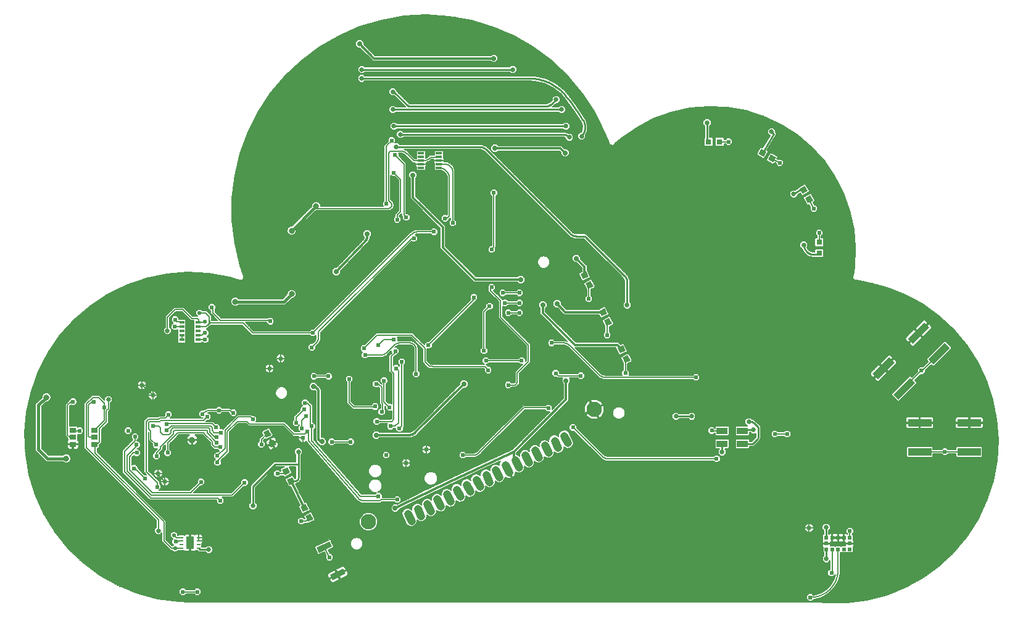
<source format=gtl>
G75*
%MOIN*%
%OFA0B0*%
%FSLAX25Y25*%
%IPPOS*%
%LPD*%
%AMOC8*
5,1,8,0,0,1.08239X$1,22.5*
%
%ADD10C,0.08268*%
%ADD11C,0.04362*%
%ADD12R,0.12598X0.03937*%
%ADD13R,0.03543X0.02756*%
%ADD14R,0.01969X0.01969*%
%ADD15R,0.02283X0.01969*%
%ADD16R,0.03150X0.03150*%
%ADD17R,0.03150X0.03150*%
%ADD18R,0.03150X0.07874*%
%ADD19R,0.03248X0.01181*%
%ADD20R,0.02165X0.00984*%
%ADD21R,0.03937X0.06693*%
%ADD22R,0.02756X0.01575*%
%ADD23R,0.04331X0.09646*%
%ADD24R,0.05906X0.03543*%
%ADD25C,0.03600*%
%ADD26C,0.02400*%
%ADD27C,0.00600*%
%ADD28C,0.01000*%
%ADD29C,0.02600*%
%ADD30C,0.01200*%
%ADD31C,0.02800*%
%ADD32C,0.03200*%
%ADD33C,0.01600*%
%ADD34C,0.02200*%
%ADD35C,0.00100*%
%ADD36C,0.02500*%
D10*
X0193800Y0061257D03*
X0315708Y0122039D03*
D11*
X0299487Y0107810D02*
X0301433Y0103906D01*
X0296148Y0101271D02*
X0294202Y0105174D01*
X0288917Y0102539D02*
X0290863Y0098636D01*
X0285578Y0096001D02*
X0283632Y0099904D01*
X0278347Y0097269D02*
X0280293Y0093366D01*
X0275008Y0090731D02*
X0273062Y0094634D01*
X0267777Y0091999D02*
X0269723Y0088095D01*
X0264438Y0085460D02*
X0262491Y0089364D01*
X0257206Y0086729D02*
X0259153Y0082825D01*
X0253868Y0080190D02*
X0251921Y0084094D01*
X0246636Y0081459D02*
X0248583Y0077555D01*
X0243298Y0074920D02*
X0241351Y0078824D01*
X0236066Y0076189D02*
X0238013Y0072285D01*
X0232728Y0069650D02*
X0230781Y0073554D01*
X0225496Y0070919D02*
X0227443Y0067015D01*
X0222157Y0064380D02*
X0220211Y0068284D01*
X0214926Y0065649D02*
X0216872Y0061745D01*
D12*
G36*
X0477872Y0147351D02*
X0468965Y0138444D01*
X0466182Y0141227D01*
X0475089Y0150134D01*
X0477872Y0147351D01*
G37*
G36*
X0496802Y0166281D02*
X0487895Y0157374D01*
X0485112Y0160157D01*
X0494019Y0169064D01*
X0496802Y0166281D01*
G37*
G36*
X0507938Y0155146D02*
X0499031Y0146239D01*
X0496248Y0149022D01*
X0505155Y0157929D01*
X0507938Y0155146D01*
G37*
G36*
X0489007Y0136215D02*
X0480100Y0127308D01*
X0477317Y0130091D01*
X0486224Y0138998D01*
X0489007Y0136215D01*
G37*
X0491538Y0114792D03*
X0518310Y0114792D03*
X0518310Y0099044D03*
X0491538Y0099044D03*
D13*
X0045542Y0103150D03*
X0045542Y0106890D03*
X0045542Y0110630D03*
X0034125Y0110630D03*
X0034125Y0106890D03*
X0034125Y0103150D03*
D14*
X0441151Y0049550D03*
X0441151Y0046400D03*
X0444300Y0046400D03*
X0447450Y0046400D03*
X0450600Y0046400D03*
X0453749Y0046400D03*
X0453749Y0049550D03*
X0453749Y0052700D03*
X0450600Y0052700D03*
X0447450Y0052700D03*
X0444300Y0052700D03*
D15*
X0440993Y0052700D03*
D16*
G36*
X0335230Y0148451D02*
X0332412Y0147045D01*
X0331006Y0149863D01*
X0333824Y0151269D01*
X0335230Y0148451D01*
G37*
G36*
X0332594Y0153737D02*
X0329776Y0152331D01*
X0328370Y0155149D01*
X0331188Y0156555D01*
X0332594Y0153737D01*
G37*
G36*
X0325230Y0168451D02*
X0322412Y0167045D01*
X0321006Y0169863D01*
X0323824Y0171269D01*
X0325230Y0168451D01*
G37*
G36*
X0322594Y0173737D02*
X0319776Y0172331D01*
X0318370Y0175149D01*
X0321188Y0176555D01*
X0322594Y0173737D01*
G37*
G36*
X0315230Y0188451D02*
X0312412Y0187045D01*
X0311006Y0189863D01*
X0313824Y0191269D01*
X0315230Y0188451D01*
G37*
G36*
X0312594Y0193737D02*
X0309776Y0192331D01*
X0308370Y0195149D01*
X0311188Y0196555D01*
X0312594Y0193737D01*
G37*
G36*
X0413885Y0258061D02*
X0412310Y0255334D01*
X0409583Y0256909D01*
X0411158Y0259636D01*
X0413885Y0258061D01*
G37*
G36*
X0408770Y0261014D02*
X0407195Y0258287D01*
X0404468Y0259862D01*
X0406043Y0262589D01*
X0408770Y0261014D01*
G37*
G36*
X0430949Y0239956D02*
X0428222Y0238381D01*
X0426647Y0241108D01*
X0429374Y0242683D01*
X0430949Y0239956D01*
G37*
G36*
X0433902Y0234842D02*
X0431175Y0233267D01*
X0429600Y0235994D01*
X0432327Y0237569D01*
X0433902Y0234842D01*
G37*
G36*
X0156995Y0069474D02*
X0159813Y0070880D01*
X0161219Y0068062D01*
X0158401Y0066656D01*
X0156995Y0069474D01*
G37*
G36*
X0159631Y0064188D02*
X0162449Y0065594D01*
X0163855Y0062776D01*
X0161037Y0061370D01*
X0159631Y0064188D01*
G37*
G36*
X0153980Y0082576D02*
X0151162Y0081170D01*
X0149756Y0083988D01*
X0152574Y0085394D01*
X0153980Y0082576D01*
G37*
G36*
X0151344Y0087862D02*
X0148526Y0086456D01*
X0147120Y0089274D01*
X0149938Y0090680D01*
X0151344Y0087862D01*
G37*
G36*
X0139631Y0104263D02*
X0142449Y0105669D01*
X0143855Y0102851D01*
X0141037Y0101445D01*
X0139631Y0104263D01*
G37*
G36*
X0136995Y0109549D02*
X0139813Y0110955D01*
X0141219Y0108137D01*
X0138401Y0106731D01*
X0136995Y0109549D01*
G37*
D17*
X0377513Y0266424D03*
X0383418Y0266424D03*
X0437300Y0212253D03*
X0437300Y0206347D03*
D18*
G36*
X0172606Y0050840D02*
X0174012Y0048021D01*
X0166966Y0044508D01*
X0165560Y0047327D01*
X0172606Y0050840D01*
G37*
G36*
X0179984Y0036042D02*
X0181390Y0033223D01*
X0174344Y0029710D01*
X0172938Y0032529D01*
X0179984Y0036042D01*
G37*
D19*
X0222043Y0252363D03*
X0222043Y0254331D03*
X0222043Y0256300D03*
X0222043Y0258269D03*
X0222043Y0260237D03*
X0231807Y0260237D03*
X0231807Y0258269D03*
X0231807Y0256300D03*
X0231807Y0254331D03*
X0231807Y0252363D03*
D20*
X0101852Y0052831D03*
X0101852Y0050862D03*
X0101852Y0048894D03*
X0101852Y0046925D03*
X0092600Y0046925D03*
X0092600Y0048894D03*
X0092600Y0050862D03*
X0092600Y0052831D03*
D21*
X0097226Y0049878D03*
D22*
X0101556Y0159526D03*
X0101556Y0161888D03*
X0101556Y0164250D03*
X0101556Y0166612D03*
X0101556Y0168974D03*
X0092894Y0168974D03*
X0092894Y0166612D03*
X0092894Y0164250D03*
X0092894Y0161888D03*
X0092894Y0159526D03*
D23*
X0097225Y0164250D03*
D24*
X0384763Y0110493D03*
X0395787Y0110493D03*
X0395787Y0103407D03*
X0384763Y0103407D03*
D25*
X0098500Y0105500D03*
D26*
X0111500Y0112300D03*
X0113900Y0109500D03*
X0111790Y0107110D03*
X0111630Y0103910D03*
X0113800Y0101650D03*
X0112100Y0096900D03*
X0112100Y0093300D03*
X0103300Y0082750D03*
X0113700Y0072700D03*
X0126850Y0082450D03*
X0144550Y0087325D03*
X0135950Y0103075D03*
X0154700Y0114700D03*
X0157700Y0111700D03*
X0160700Y0109900D03*
X0163100Y0112900D03*
X0158325Y0106550D03*
X0160100Y0118300D03*
X0158900Y0121900D03*
X0159500Y0125500D03*
X0164300Y0139900D03*
X0172100Y0139900D03*
X0183300Y0138375D03*
X0197900Y0135700D03*
X0202100Y0137500D03*
X0208700Y0144100D03*
X0211700Y0147700D03*
X0208225Y0153450D03*
X0207500Y0159700D03*
X0199100Y0156700D03*
X0191300Y0154900D03*
X0191900Y0151300D03*
X0163100Y0155500D03*
X0163700Y0163300D03*
X0146300Y0149500D03*
X0140300Y0144100D03*
X0140725Y0169575D03*
X0109100Y0177100D03*
X0089300Y0170500D03*
X0089150Y0166650D03*
X0105500Y0163300D03*
X0105500Y0159700D03*
X0071325Y0135050D03*
X0077200Y0129550D03*
X0085700Y0119100D03*
X0084600Y0113900D03*
X0084700Y0110600D03*
X0077300Y0113100D03*
X0067625Y0107200D03*
X0068450Y0102850D03*
X0068600Y0098550D03*
X0067100Y0090100D03*
X0073100Y0084700D03*
X0080120Y0087420D03*
X0083820Y0083040D03*
X0079700Y0080100D03*
X0079200Y0096750D03*
X0085260Y0098550D03*
X0079040Y0102910D03*
X0063930Y0110480D03*
X0050900Y0123100D03*
X0045500Y0126100D03*
X0034100Y0126100D03*
X0037700Y0110500D03*
X0104100Y0119500D03*
X0106700Y0118000D03*
X0113000Y0121500D03*
X0120749Y0120100D03*
X0131300Y0116700D03*
X0173900Y0104500D03*
X0184100Y0104500D03*
X0198225Y0115500D03*
X0205700Y0112900D03*
X0210500Y0111700D03*
X0205100Y0123100D03*
X0200900Y0120700D03*
X0197325Y0123550D03*
X0219500Y0141100D03*
X0226100Y0156700D03*
X0256100Y0153700D03*
X0257225Y0148300D03*
X0258400Y0143150D03*
X0269300Y0135100D03*
X0276500Y0148300D03*
X0292700Y0157900D03*
X0275300Y0174100D03*
X0269300Y0174100D03*
X0267500Y0179500D03*
X0266300Y0184900D03*
X0260300Y0187900D03*
X0250700Y0182500D03*
X0259100Y0177700D03*
X0275300Y0179500D03*
X0275300Y0184900D03*
X0260300Y0208300D03*
X0239300Y0222700D03*
X0235100Y0225100D03*
X0229100Y0217900D03*
X0218300Y0214300D03*
X0214100Y0225700D03*
X0209300Y0224500D03*
X0203300Y0232900D03*
X0207500Y0249700D03*
X0208100Y0259300D03*
X0206300Y0267100D03*
X0261500Y0238900D03*
X0312750Y0181675D03*
X0322700Y0162100D03*
X0332600Y0141525D03*
X0308450Y0140100D03*
X0294875Y0141425D03*
X0290900Y0122700D03*
X0304275Y0112275D03*
X0244700Y0097300D03*
X0224975Y0100250D03*
X0214075Y0093050D03*
X0203300Y0097300D03*
X0199100Y0075100D03*
X0209300Y0073300D03*
X0172700Y0042100D03*
X0157425Y0061650D03*
X0101300Y0023500D03*
X0093500Y0023500D03*
X0089550Y0050600D03*
X0370700Y0139300D03*
X0379200Y0110550D03*
X0381800Y0095350D03*
X0413300Y0108700D03*
X0419900Y0108700D03*
X0492500Y0142900D03*
X0505100Y0099100D03*
X0453800Y0056300D03*
X0431850Y0057950D03*
X0443900Y0033700D03*
X0432500Y0020500D03*
X0437300Y0217300D03*
X0434325Y0230400D03*
X0415975Y0255075D03*
X0388300Y0266425D03*
D27*
X0048659Y0032411D02*
X0039546Y0039183D01*
X0031371Y0047061D01*
X0024266Y0055916D01*
X0018348Y0065605D01*
X0013712Y0075969D01*
X0010434Y0086839D01*
X0008568Y0098038D01*
X0008144Y0109383D01*
X0009170Y0120690D01*
X0011628Y0131774D01*
X0015478Y0142455D01*
X0020657Y0152558D01*
X0027082Y0161919D01*
X0034647Y0170384D01*
X0043229Y0177817D01*
X0052688Y0184096D01*
X0062870Y0189119D01*
X0073609Y0192803D01*
X0084730Y0195088D01*
X0096051Y0195939D01*
X0107389Y0195339D01*
X0118557Y0193300D01*
X0123932Y0191776D01*
X0124481Y0191519D01*
X0124605Y0191564D01*
X0124732Y0191524D01*
X0125291Y0191813D01*
X0125882Y0192027D01*
X0125939Y0192148D01*
X0126057Y0192209D01*
X0126248Y0192808D01*
X0126514Y0193378D01*
X0126469Y0193503D01*
X0126509Y0193630D01*
X0126230Y0194169D01*
X0124345Y0199879D01*
X0121542Y0211762D01*
X0120138Y0223891D01*
X0120151Y0236101D01*
X0121582Y0248227D01*
X0124410Y0260104D01*
X0128599Y0271573D01*
X0134090Y0282478D01*
X0140811Y0292672D01*
X0148669Y0302017D01*
X0157559Y0310386D01*
X0167361Y0317667D01*
X0177941Y0323760D01*
X0189158Y0328584D01*
X0200859Y0332073D01*
X0212885Y0334181D01*
X0225075Y0334877D01*
X0237263Y0334154D01*
X0249285Y0332021D01*
X0260978Y0328507D01*
X0272184Y0323658D01*
X0282752Y0317542D01*
X0292538Y0310240D01*
X0301410Y0301852D01*
X0309248Y0292490D01*
X0315946Y0282282D01*
X0321414Y0271365D01*
X0323541Y0265994D01*
X0323526Y0265629D01*
X0323786Y0265346D01*
X0323917Y0264985D01*
X0324272Y0264820D01*
X0324537Y0264532D01*
X0324920Y0264516D01*
X0325268Y0264354D01*
X0325636Y0264487D01*
X0326026Y0264471D01*
X0326309Y0264731D01*
X0326670Y0264862D01*
X0326823Y0265191D01*
X0330438Y0268307D01*
X0338778Y0274174D01*
X0347814Y0278896D01*
X0357392Y0282393D01*
X0367346Y0284604D01*
X0377504Y0285491D01*
X0387690Y0285038D01*
X0397729Y0283254D01*
X0407448Y0280170D01*
X0416678Y0275837D01*
X0425261Y0270333D01*
X0433047Y0263750D01*
X0439904Y0256203D01*
X0445712Y0247823D01*
X0450372Y0238754D01*
X0453802Y0229152D01*
X0455944Y0219183D01*
X0456760Y0209019D01*
X0456237Y0198836D01*
X0455573Y0194443D01*
X0455549Y0194424D01*
X0455465Y0193738D01*
X0455339Y0193059D01*
X0455375Y0193007D01*
X0455368Y0192944D01*
X0455793Y0192400D01*
X0456184Y0191831D01*
X0456247Y0191819D01*
X0456286Y0191769D01*
X0456972Y0191685D01*
X0457651Y0191560D01*
X0457678Y0191578D01*
X0462456Y0190841D01*
X0473103Y0188153D01*
X0483329Y0184152D01*
X0492973Y0178901D01*
X0501883Y0172483D01*
X0509918Y0164998D01*
X0516952Y0156565D01*
X0522873Y0147318D01*
X0527589Y0137401D01*
X0531024Y0126971D01*
X0533125Y0116193D01*
X0533859Y0105236D01*
X0533214Y0094274D01*
X0531200Y0083480D01*
X0527849Y0073022D01*
X0523214Y0063068D01*
X0517367Y0053772D01*
X0510402Y0045283D01*
X0502428Y0037734D01*
X0493570Y0031243D01*
X0483969Y0025914D01*
X0473775Y0021830D01*
X0463150Y0019057D01*
X0452262Y0017636D01*
X0441281Y0017592D01*
X0436404Y0018033D01*
X0436337Y0018100D01*
X0435701Y0018100D01*
X0435070Y0018177D01*
X0434971Y0018100D01*
X0097009Y0018100D01*
X0091333Y0018283D01*
X0080072Y0019733D01*
X0069088Y0022606D01*
X0058560Y0026855D01*
X0048659Y0032411D01*
X0048593Y0032460D02*
X0171631Y0032460D01*
X0171630Y0032437D02*
X0171698Y0032102D01*
X0172343Y0030808D01*
X0176762Y0033011D01*
X0175613Y0035315D01*
X0172205Y0033616D01*
X0171948Y0033389D01*
X0171759Y0033103D01*
X0171651Y0032779D01*
X0171630Y0032437D01*
X0171818Y0031861D02*
X0049638Y0031861D01*
X0050704Y0031263D02*
X0172116Y0031263D01*
X0172611Y0030271D02*
X0173256Y0028977D01*
X0173483Y0028720D01*
X0173769Y0028531D01*
X0174093Y0028423D01*
X0174435Y0028402D01*
X0174770Y0028470D01*
X0178178Y0030169D01*
X0177029Y0032474D01*
X0172611Y0030271D01*
X0172713Y0030066D02*
X0052838Y0030066D01*
X0053904Y0029467D02*
X0173012Y0029467D01*
X0173352Y0028869D02*
X0054971Y0028869D01*
X0056037Y0028270D02*
X0444096Y0028270D01*
X0443751Y0027672D02*
X0057104Y0027672D01*
X0058171Y0027073D02*
X0443402Y0027073D01*
X0443409Y0027080D02*
X0440870Y0024541D01*
X0437762Y0022747D01*
X0434295Y0021818D01*
X0434161Y0021809D01*
X0433370Y0022600D01*
X0431630Y0022600D01*
X0430400Y0021370D01*
X0430400Y0019630D01*
X0431630Y0018400D01*
X0433370Y0018400D01*
X0434270Y0019300D01*
X0434626Y0019300D01*
X0438734Y0020401D01*
X0442416Y0022527D01*
X0442416Y0022527D01*
X0445423Y0025534D01*
X0447549Y0029216D01*
X0447549Y0029216D01*
X0448650Y0033324D01*
X0448650Y0044516D01*
X0448807Y0044516D01*
X0449025Y0044734D01*
X0449243Y0044516D01*
X0451957Y0044516D01*
X0452174Y0044734D01*
X0452392Y0044516D01*
X0455106Y0044516D01*
X0455633Y0045043D01*
X0455633Y0047627D01*
X0455774Y0047768D01*
X0455945Y0048064D01*
X0456033Y0048395D01*
X0456033Y0049358D01*
X0453941Y0049358D01*
X0453941Y0049742D01*
X0456033Y0049742D01*
X0456033Y0050705D01*
X0455945Y0051036D01*
X0455774Y0051332D01*
X0455633Y0051473D01*
X0455633Y0054057D01*
X0455106Y0054584D01*
X0455054Y0054584D01*
X0455900Y0055430D01*
X0455900Y0057170D01*
X0454670Y0058400D01*
X0452930Y0058400D01*
X0451700Y0057170D01*
X0451700Y0055430D01*
X0452546Y0054584D01*
X0452522Y0054584D01*
X0452382Y0054724D01*
X0452086Y0054895D01*
X0451755Y0054984D01*
X0450792Y0054984D01*
X0450792Y0052892D01*
X0450407Y0052892D01*
X0450407Y0052507D01*
X0450792Y0052507D01*
X0450792Y0050415D01*
X0451465Y0050415D01*
X0443435Y0050415D01*
X0444108Y0050415D01*
X0444108Y0052507D01*
X0444493Y0052507D01*
X0444493Y0052892D01*
X0447258Y0052892D01*
X0447258Y0054984D01*
X0446295Y0054984D01*
X0445964Y0054895D01*
X0445875Y0054844D01*
X0445786Y0054895D01*
X0445456Y0054984D01*
X0444493Y0054984D01*
X0444493Y0052892D01*
X0444108Y0052892D01*
X0444108Y0054984D01*
X0443145Y0054984D01*
X0442814Y0054895D01*
X0442518Y0054724D01*
X0442396Y0054602D01*
X0442398Y0056562D01*
X0443200Y0057364D01*
X0443200Y0059186D01*
X0441911Y0060475D01*
X0440089Y0060475D01*
X0438800Y0059186D01*
X0438800Y0057364D01*
X0439598Y0056566D01*
X0439596Y0054584D01*
X0439479Y0054584D01*
X0438952Y0054057D01*
X0438952Y0051343D01*
X0439066Y0051228D01*
X0438955Y0051036D01*
X0438867Y0050705D01*
X0438867Y0049742D01*
X0440959Y0049742D01*
X0440959Y0049358D01*
X0438867Y0049358D01*
X0438867Y0048395D01*
X0438955Y0048064D01*
X0439126Y0047768D01*
X0439267Y0047627D01*
X0439267Y0045043D01*
X0439741Y0044569D01*
X0439734Y0043095D01*
X0438925Y0042286D01*
X0438925Y0040464D01*
X0440214Y0039175D01*
X0442036Y0039175D01*
X0443100Y0040239D01*
X0443100Y0035800D01*
X0443030Y0035800D01*
X0441800Y0034570D01*
X0441800Y0032830D01*
X0443030Y0031600D01*
X0444770Y0031600D01*
X0445879Y0032709D01*
X0445203Y0030188D01*
X0443409Y0027080D01*
X0442804Y0026475D02*
X0059502Y0026475D01*
X0060985Y0025876D02*
X0442205Y0025876D01*
X0441607Y0025278D02*
X0102492Y0025278D01*
X0102170Y0025600D02*
X0100430Y0025600D01*
X0099530Y0024700D01*
X0095270Y0024700D01*
X0094370Y0025600D01*
X0092630Y0025600D01*
X0091400Y0024370D01*
X0091400Y0022630D01*
X0092630Y0021400D01*
X0094370Y0021400D01*
X0095270Y0022300D01*
X0099530Y0022300D01*
X0100430Y0021400D01*
X0102170Y0021400D01*
X0103400Y0022630D01*
X0103400Y0024370D01*
X0102170Y0025600D01*
X0103091Y0024679D02*
X0441008Y0024679D01*
X0440072Y0024081D02*
X0103400Y0024081D01*
X0103400Y0023482D02*
X0439036Y0023482D01*
X0437999Y0022884D02*
X0103400Y0022884D01*
X0103055Y0022285D02*
X0431315Y0022285D01*
X0430717Y0021687D02*
X0102456Y0021687D01*
X0101300Y0023500D02*
X0093500Y0023500D01*
X0091400Y0023482D02*
X0066917Y0023482D01*
X0068400Y0022884D02*
X0091400Y0022884D01*
X0091745Y0022285D02*
X0070314Y0022285D01*
X0072603Y0021687D02*
X0092344Y0021687D01*
X0094656Y0021687D02*
X0100144Y0021687D01*
X0099545Y0022285D02*
X0095255Y0022285D01*
X0094692Y0025278D02*
X0100108Y0025278D01*
X0092308Y0025278D02*
X0062468Y0025278D01*
X0063951Y0024679D02*
X0091709Y0024679D01*
X0091400Y0024081D02*
X0065434Y0024081D01*
X0074891Y0021088D02*
X0430400Y0021088D01*
X0430400Y0020490D02*
X0077179Y0020490D01*
X0079468Y0019891D02*
X0430400Y0019891D01*
X0430738Y0019293D02*
X0083492Y0019293D01*
X0088141Y0018694D02*
X0431336Y0018694D01*
X0433664Y0018694D02*
X0460371Y0018694D01*
X0464054Y0019293D02*
X0434262Y0019293D01*
X0436341Y0018096D02*
X0455782Y0018096D01*
X0466347Y0019891D02*
X0436832Y0019891D01*
X0438888Y0020490D02*
X0468639Y0020490D01*
X0470932Y0021088D02*
X0439924Y0021088D01*
X0440961Y0021687D02*
X0473224Y0021687D01*
X0474910Y0022285D02*
X0441998Y0022285D01*
X0442773Y0022884D02*
X0476404Y0022884D01*
X0477898Y0023482D02*
X0443372Y0023482D01*
X0443970Y0024081D02*
X0479392Y0024081D01*
X0480886Y0024679D02*
X0444569Y0024679D01*
X0445167Y0025278D02*
X0482380Y0025278D01*
X0483874Y0025876D02*
X0445621Y0025876D01*
X0445423Y0025534D02*
X0445423Y0025534D01*
X0445423Y0025534D01*
X0445966Y0026475D02*
X0484979Y0026475D01*
X0486057Y0027073D02*
X0446312Y0027073D01*
X0446658Y0027672D02*
X0487135Y0027672D01*
X0488214Y0028270D02*
X0447003Y0028270D01*
X0447349Y0028869D02*
X0489292Y0028869D01*
X0490370Y0029467D02*
X0447617Y0029467D01*
X0447777Y0030066D02*
X0491449Y0030066D01*
X0492527Y0030664D02*
X0447937Y0030664D01*
X0448098Y0031263D02*
X0493597Y0031263D01*
X0494414Y0031861D02*
X0448258Y0031861D01*
X0448418Y0032460D02*
X0495230Y0032460D01*
X0496047Y0033058D02*
X0448579Y0033058D01*
X0448650Y0033657D02*
X0496864Y0033657D01*
X0497681Y0034255D02*
X0448650Y0034255D01*
X0448650Y0034854D02*
X0498498Y0034854D01*
X0499314Y0035452D02*
X0448650Y0035452D01*
X0448650Y0036051D02*
X0500131Y0036051D01*
X0500948Y0036649D02*
X0448650Y0036649D01*
X0448650Y0037248D02*
X0501765Y0037248D01*
X0502547Y0037846D02*
X0448650Y0037846D01*
X0448650Y0038445D02*
X0503179Y0038445D01*
X0503811Y0039043D02*
X0448650Y0039043D01*
X0448650Y0039642D02*
X0504444Y0039642D01*
X0505076Y0040240D02*
X0448650Y0040240D01*
X0448650Y0040839D02*
X0505708Y0040839D01*
X0506340Y0041437D02*
X0448650Y0041437D01*
X0448650Y0042036D02*
X0506972Y0042036D01*
X0507605Y0042634D02*
X0448650Y0042634D01*
X0448650Y0043233D02*
X0508237Y0043233D01*
X0508869Y0043832D02*
X0448650Y0043832D01*
X0448650Y0044430D02*
X0509501Y0044430D01*
X0510133Y0045029D02*
X0455619Y0045029D01*
X0455633Y0045627D02*
X0510684Y0045627D01*
X0511176Y0046226D02*
X0455633Y0046226D01*
X0455633Y0046824D02*
X0511667Y0046824D01*
X0512158Y0047423D02*
X0455633Y0047423D01*
X0455920Y0048021D02*
X0512649Y0048021D01*
X0513140Y0048620D02*
X0456033Y0048620D01*
X0456033Y0049218D02*
X0513631Y0049218D01*
X0514122Y0049817D02*
X0456033Y0049817D01*
X0456033Y0050415D02*
X0514613Y0050415D01*
X0515104Y0051014D02*
X0455951Y0051014D01*
X0455633Y0051612D02*
X0515595Y0051612D01*
X0516086Y0052211D02*
X0455633Y0052211D01*
X0455633Y0052809D02*
X0516577Y0052809D01*
X0517068Y0053408D02*
X0455633Y0053408D01*
X0455633Y0054006D02*
X0517515Y0054006D01*
X0517891Y0054605D02*
X0455075Y0054605D01*
X0455673Y0055203D02*
X0518267Y0055203D01*
X0518644Y0055802D02*
X0455900Y0055802D01*
X0455900Y0056400D02*
X0519020Y0056400D01*
X0519397Y0056999D02*
X0455900Y0056999D01*
X0455473Y0057597D02*
X0519773Y0057597D01*
X0520150Y0058196D02*
X0454874Y0058196D01*
X0452726Y0058196D02*
X0443200Y0058196D01*
X0443200Y0058794D02*
X0520526Y0058794D01*
X0520903Y0059393D02*
X0442993Y0059393D01*
X0442395Y0059991D02*
X0521279Y0059991D01*
X0521655Y0060590D02*
X0219735Y0060590D01*
X0219600Y0060186D02*
X0219989Y0061349D01*
X0219927Y0062237D01*
X0220599Y0061653D01*
X0221761Y0061264D01*
X0222984Y0061349D01*
X0224081Y0061896D01*
X0224885Y0062821D01*
X0225274Y0063984D01*
X0225212Y0064872D01*
X0225884Y0064288D01*
X0227046Y0063899D01*
X0228269Y0063984D01*
X0229366Y0064531D01*
X0230170Y0065456D01*
X0230559Y0066619D01*
X0230497Y0067507D01*
X0231169Y0066923D01*
X0232331Y0066534D01*
X0233554Y0066619D01*
X0234651Y0067166D01*
X0235455Y0068091D01*
X0235844Y0069254D01*
X0235782Y0070142D01*
X0236454Y0069558D01*
X0237616Y0069169D01*
X0238839Y0069254D01*
X0239936Y0069801D01*
X0240740Y0070726D01*
X0241129Y0071889D01*
X0241067Y0072777D01*
X0241739Y0072193D01*
X0242901Y0071804D01*
X0244124Y0071890D01*
X0245221Y0072436D01*
X0246025Y0073362D01*
X0246414Y0074524D01*
X0246352Y0075412D01*
X0247024Y0074828D01*
X0248186Y0074439D01*
X0249409Y0074525D01*
X0250506Y0075071D01*
X0251310Y0075997D01*
X0251699Y0077159D01*
X0251637Y0078047D01*
X0252309Y0077463D01*
X0253471Y0077074D01*
X0254694Y0077160D01*
X0255791Y0077706D01*
X0256595Y0078632D01*
X0256984Y0079794D01*
X0256922Y0080682D01*
X0257594Y0080098D01*
X0258756Y0079709D01*
X0259979Y0079795D01*
X0261076Y0080342D01*
X0261880Y0081267D01*
X0262269Y0082429D01*
X0262207Y0083317D01*
X0262879Y0082733D01*
X0264041Y0082344D01*
X0265264Y0082430D01*
X0266361Y0082977D01*
X0267165Y0083902D01*
X0267554Y0085064D01*
X0267532Y0085388D01*
X0267698Y0085243D01*
X0268293Y0084903D01*
X0268943Y0084685D01*
X0269624Y0084599D01*
X0270308Y0084647D01*
X0270969Y0084827D01*
X0271016Y0084850D01*
X0268619Y0089658D01*
X0269139Y0089917D01*
X0269139Y0089917D01*
X0271536Y0085110D01*
X0271583Y0085133D01*
X0272125Y0085553D01*
X0272575Y0086070D01*
X0272915Y0086666D01*
X0273133Y0087316D01*
X0273219Y0087996D01*
X0273204Y0088216D01*
X0273449Y0088003D01*
X0274611Y0087614D01*
X0275834Y0087700D01*
X0276931Y0088247D01*
X0277735Y0089172D01*
X0278124Y0090334D01*
X0278062Y0091222D01*
X0278734Y0090638D01*
X0279897Y0090249D01*
X0281119Y0090335D01*
X0282216Y0090882D01*
X0283020Y0091807D01*
X0283409Y0092969D01*
X0283347Y0093857D01*
X0284019Y0093273D01*
X0285182Y0092884D01*
X0286404Y0092970D01*
X0287501Y0093517D01*
X0288305Y0094442D01*
X0288694Y0095604D01*
X0288632Y0096492D01*
X0289304Y0095908D01*
X0290467Y0095519D01*
X0291689Y0095605D01*
X0292786Y0096152D01*
X0293590Y0097077D01*
X0293979Y0098239D01*
X0293917Y0099127D01*
X0294589Y0098543D01*
X0295752Y0098154D01*
X0296974Y0098240D01*
X0298071Y0098787D01*
X0298876Y0099712D01*
X0299264Y0100874D01*
X0299202Y0101762D01*
X0299874Y0101178D01*
X0301037Y0100789D01*
X0302259Y0100875D01*
X0303356Y0101422D01*
X0304161Y0102347D01*
X0304550Y0103509D01*
X0304464Y0104732D01*
X0301971Y0109733D01*
X0301046Y0110537D01*
X0299883Y0110926D01*
X0298660Y0110840D01*
X0297564Y0110293D01*
X0296759Y0109368D01*
X0296370Y0108206D01*
X0296433Y0107318D01*
X0295761Y0107902D01*
X0294598Y0108291D01*
X0293375Y0108205D01*
X0292278Y0107658D01*
X0291474Y0106733D01*
X0291085Y0105571D01*
X0291148Y0104683D01*
X0290476Y0105267D01*
X0289313Y0105656D01*
X0288090Y0105570D01*
X0286993Y0105023D01*
X0286189Y0104098D01*
X0285800Y0102936D01*
X0285862Y0102048D01*
X0285190Y0102632D01*
X0284028Y0103021D01*
X0282805Y0102935D01*
X0281708Y0102388D01*
X0280904Y0101463D01*
X0280515Y0100301D01*
X0280577Y0099413D01*
X0279905Y0099997D01*
X0278743Y0100386D01*
X0277520Y0100300D01*
X0276423Y0099753D01*
X0275619Y0098828D01*
X0275230Y0097666D01*
X0275292Y0096778D01*
X0274620Y0097362D01*
X0273800Y0097636D01*
X0273800Y0098479D01*
X0301121Y0125800D01*
X0302000Y0126679D01*
X0302000Y0135747D01*
X0302800Y0136547D01*
X0302800Y0138453D01*
X0302353Y0138900D01*
X0306680Y0138900D01*
X0307580Y0138000D01*
X0309320Y0138000D01*
X0310550Y0139230D01*
X0310550Y0140970D01*
X0309320Y0142200D01*
X0307580Y0142200D01*
X0306680Y0141300D01*
X0296975Y0141300D01*
X0296975Y0142295D01*
X0295745Y0143525D01*
X0294005Y0143525D01*
X0292775Y0142295D01*
X0292775Y0140555D01*
X0294005Y0139325D01*
X0295278Y0139325D01*
X0295703Y0138900D01*
X0298647Y0138900D01*
X0298200Y0138453D01*
X0298200Y0136547D01*
X0299000Y0135747D01*
X0299000Y0127921D01*
X0293000Y0121921D01*
X0293000Y0123570D01*
X0291770Y0124800D01*
X0290030Y0124800D01*
X0289355Y0124125D01*
X0277228Y0124125D01*
X0276525Y0123422D01*
X0252987Y0099884D01*
X0252641Y0099538D01*
X0252065Y0099065D01*
X0250695Y0098498D01*
X0249955Y0098425D01*
X0246495Y0098474D01*
X0245570Y0099400D01*
X0243830Y0099400D01*
X0242600Y0098170D01*
X0242600Y0096430D01*
X0243830Y0095200D01*
X0245570Y0095200D01*
X0246445Y0096075D01*
X0249450Y0096032D01*
X0249457Y0096025D01*
X0249945Y0096025D01*
X0250434Y0096018D01*
X0250441Y0096025D01*
X0251187Y0096025D01*
X0253466Y0096969D01*
X0254338Y0097841D01*
X0254684Y0098187D01*
X0278222Y0121725D01*
X0288905Y0121725D01*
X0290030Y0120600D01*
X0291679Y0120600D01*
X0271434Y0100355D01*
X0255474Y0093172D01*
X0223379Y0077882D01*
X0210237Y0071267D01*
X0211400Y0072430D01*
X0211400Y0074170D01*
X0210170Y0075400D01*
X0208430Y0075400D01*
X0207530Y0074500D01*
X0201200Y0074500D01*
X0201200Y0075970D01*
X0199970Y0077200D01*
X0198749Y0077200D01*
X0199524Y0077521D01*
X0200579Y0078576D01*
X0201150Y0079954D01*
X0201150Y0081446D01*
X0200579Y0082824D01*
X0199524Y0083879D01*
X0198146Y0084450D01*
X0196654Y0084450D01*
X0195276Y0083879D01*
X0194221Y0082824D01*
X0193650Y0081446D01*
X0193650Y0079954D01*
X0194221Y0078576D01*
X0195276Y0077521D01*
X0196654Y0076950D01*
X0197980Y0076950D01*
X0197330Y0076300D01*
X0190042Y0076300D01*
X0164300Y0105553D01*
X0164300Y0111130D01*
X0165200Y0112030D01*
X0165200Y0113770D01*
X0163970Y0115000D01*
X0163700Y0115000D01*
X0163700Y0124197D01*
X0162997Y0124900D01*
X0161600Y0126297D01*
X0161600Y0126370D01*
X0160370Y0127600D01*
X0158630Y0127600D01*
X0157400Y0126370D01*
X0157400Y0124630D01*
X0158030Y0124000D01*
X0156800Y0122770D01*
X0156800Y0121497D01*
X0153500Y0118197D01*
X0153500Y0116470D01*
X0152600Y0115570D01*
X0152600Y0113830D01*
X0153830Y0112600D01*
X0155570Y0112600D01*
X0156500Y0113530D01*
X0156500Y0113470D01*
X0155600Y0112570D01*
X0155600Y0110830D01*
X0156530Y0109900D01*
X0153997Y0109900D01*
X0148597Y0115300D01*
X0132870Y0115300D01*
X0133400Y0115830D01*
X0133400Y0117570D01*
X0132170Y0118800D01*
X0130897Y0118800D01*
X0130597Y0119100D01*
X0123003Y0119100D01*
X0122300Y0118397D01*
X0115136Y0111233D01*
X0114770Y0111600D01*
X0113600Y0111600D01*
X0113600Y0113170D01*
X0112370Y0114400D01*
X0111097Y0114400D01*
X0109997Y0115500D01*
X0105897Y0115500D01*
X0106297Y0115900D01*
X0107570Y0115900D01*
X0108800Y0117130D01*
X0108800Y0118870D01*
X0107570Y0120100D01*
X0107123Y0120100D01*
X0107430Y0120227D01*
X0108171Y0120300D01*
X0111230Y0120300D01*
X0112130Y0119400D01*
X0113870Y0119400D01*
X0114770Y0120300D01*
X0117369Y0120300D01*
X0118067Y0120231D01*
X0118649Y0119990D01*
X0118649Y0119230D01*
X0119879Y0118000D01*
X0121618Y0118000D01*
X0122849Y0119230D01*
X0122849Y0120970D01*
X0121618Y0122200D01*
X0119879Y0122200D01*
X0119845Y0122167D01*
X0118558Y0122700D01*
X0114770Y0122700D01*
X0113870Y0123600D01*
X0112130Y0123600D01*
X0111230Y0122700D01*
X0106938Y0122700D01*
X0104659Y0121756D01*
X0104503Y0121600D01*
X0103230Y0121600D01*
X0102000Y0120370D01*
X0102000Y0118630D01*
X0103230Y0117400D01*
X0104403Y0117400D01*
X0104283Y0117280D01*
X0086850Y0117280D01*
X0087800Y0118230D01*
X0087800Y0119970D01*
X0086570Y0121200D01*
X0084830Y0121200D01*
X0083600Y0119970D01*
X0083600Y0118697D01*
X0083403Y0118500D01*
X0080403Y0118500D01*
X0079803Y0117900D01*
X0074403Y0117900D01*
X0072500Y0115997D01*
X0072500Y0088003D01*
X0073203Y0087300D01*
X0073703Y0086800D01*
X0072697Y0086800D01*
X0069200Y0090297D01*
X0069200Y0090970D01*
X0067970Y0092200D01*
X0066230Y0092200D01*
X0065900Y0091870D01*
X0065900Y0095903D01*
X0067089Y0097092D01*
X0067730Y0096450D01*
X0069470Y0096450D01*
X0070700Y0097680D01*
X0070700Y0099420D01*
X0069470Y0100650D01*
X0068622Y0100650D01*
X0068722Y0100750D01*
X0069320Y0100750D01*
X0070550Y0101980D01*
X0070550Y0103720D01*
X0069320Y0104950D01*
X0068825Y0104950D01*
X0068825Y0105430D01*
X0069725Y0106330D01*
X0069725Y0108070D01*
X0068495Y0109300D01*
X0066755Y0109300D01*
X0065525Y0108070D01*
X0065525Y0106330D01*
X0066342Y0105514D01*
X0061478Y0100650D01*
X0060775Y0099947D01*
X0060775Y0087803D01*
X0074500Y0074078D01*
X0074500Y0074028D01*
X0074850Y0073678D01*
X0075553Y0072975D01*
X0111600Y0072975D01*
X0111600Y0071830D01*
X0112830Y0070600D01*
X0114570Y0070600D01*
X0115800Y0071830D01*
X0115800Y0073570D01*
X0114820Y0074550D01*
X0120647Y0074550D01*
X0126447Y0080350D01*
X0127720Y0080350D01*
X0128950Y0081580D01*
X0128950Y0083320D01*
X0127720Y0084550D01*
X0125980Y0084550D01*
X0124750Y0083320D01*
X0124750Y0082047D01*
X0119653Y0076950D01*
X0099197Y0076950D01*
X0102897Y0080650D01*
X0104170Y0080650D01*
X0105400Y0081880D01*
X0105400Y0083620D01*
X0104170Y0084850D01*
X0102430Y0084850D01*
X0101200Y0083620D01*
X0101200Y0082347D01*
X0097078Y0078225D01*
X0080795Y0078225D01*
X0081800Y0079230D01*
X0081800Y0080970D01*
X0080900Y0081870D01*
X0080900Y0082997D01*
X0074900Y0088997D01*
X0074900Y0109723D01*
X0074940Y0109683D01*
X0074940Y0105313D01*
X0076940Y0103313D01*
X0076940Y0102040D01*
X0078170Y0100810D01*
X0079753Y0100810D01*
X0078000Y0099057D01*
X0078000Y0098520D01*
X0077100Y0097620D01*
X0077100Y0095880D01*
X0078330Y0094650D01*
X0080070Y0094650D01*
X0081300Y0095880D01*
X0081300Y0097620D01*
X0080628Y0098291D01*
X0082550Y0100213D01*
X0082550Y0101293D01*
X0082737Y0101480D01*
X0082747Y0101480D01*
X0083450Y0102183D01*
X0084092Y0102825D01*
X0084073Y0100333D01*
X0083160Y0099420D01*
X0083160Y0097680D01*
X0084390Y0096450D01*
X0086130Y0096450D01*
X0087360Y0097680D01*
X0087360Y0099420D01*
X0086473Y0100307D01*
X0086496Y0103409D01*
X0088230Y0105143D01*
X0088230Y0105153D01*
X0091297Y0108220D01*
X0096991Y0108220D01*
X0096524Y0107908D01*
X0096092Y0107476D01*
X0095753Y0106968D01*
X0095519Y0106404D01*
X0095400Y0105805D01*
X0095400Y0105700D01*
X0098300Y0105700D01*
X0098300Y0105300D01*
X0098700Y0105300D01*
X0098700Y0105700D01*
X0101600Y0105700D01*
X0101600Y0105805D01*
X0101481Y0106404D01*
X0101247Y0106968D01*
X0100908Y0107476D01*
X0100476Y0107908D01*
X0100009Y0108220D01*
X0104063Y0108220D01*
X0104280Y0108003D01*
X0104280Y0107993D01*
X0104983Y0107290D01*
X0108250Y0104023D01*
X0108250Y0102373D01*
X0108953Y0101670D01*
X0109093Y0101530D01*
X0109113Y0101530D01*
X0109595Y0101048D01*
X0109595Y0101027D01*
X0109944Y0100699D01*
X0110283Y0100360D01*
X0110304Y0100360D01*
X0110319Y0100346D01*
X0110798Y0100360D01*
X0111277Y0100360D01*
X0111292Y0100375D01*
X0112082Y0100398D01*
X0112930Y0099550D01*
X0113053Y0099550D01*
X0112503Y0099000D01*
X0111230Y0099000D01*
X0110000Y0097770D01*
X0110000Y0096030D01*
X0110930Y0095100D01*
X0110000Y0094170D01*
X0110000Y0092430D01*
X0111230Y0091200D01*
X0112970Y0091200D01*
X0114200Y0092430D01*
X0114200Y0094170D01*
X0114133Y0094236D01*
X0117997Y0098100D01*
X0118700Y0098803D01*
X0118700Y0109603D01*
X0123397Y0114300D01*
X0127603Y0114300D01*
X0129003Y0112900D01*
X0147603Y0112900D01*
X0152300Y0108203D01*
X0153003Y0107500D01*
X0156013Y0107500D01*
X0155921Y0107279D01*
X0155825Y0106796D01*
X0155825Y0106550D01*
X0158325Y0106550D01*
X0158325Y0104050D01*
X0158571Y0104050D01*
X0159054Y0104146D01*
X0159509Y0104335D01*
X0159919Y0104608D01*
X0160146Y0104836D01*
X0160141Y0104769D01*
X0160175Y0104730D01*
X0160175Y0104678D01*
X0160495Y0104358D01*
X0187100Y0073455D01*
X0187100Y0073403D01*
X0187420Y0073083D01*
X0187715Y0072740D01*
X0187766Y0072737D01*
X0188197Y0072306D01*
X0190143Y0071500D01*
X0200197Y0071500D01*
X0200203Y0071506D01*
X0200549Y0071851D01*
X0200677Y0071957D01*
X0200983Y0072084D01*
X0201149Y0072100D01*
X0207530Y0072100D01*
X0208430Y0071200D01*
X0210104Y0071200D01*
X0209222Y0070756D01*
X0209128Y0070850D01*
X0207222Y0070850D01*
X0205875Y0069503D01*
X0205875Y0067597D01*
X0207222Y0066250D01*
X0209128Y0066250D01*
X0210475Y0067597D01*
X0210475Y0068017D01*
X0224741Y0075101D01*
X0256776Y0090363D01*
X0265009Y0094122D01*
X0264924Y0094024D01*
X0264584Y0093429D01*
X0264367Y0092779D01*
X0264280Y0092099D01*
X0264295Y0091879D01*
X0264050Y0092092D01*
X0262888Y0092481D01*
X0261665Y0092395D01*
X0260568Y0091848D01*
X0259764Y0090923D01*
X0259375Y0089761D01*
X0259437Y0088873D01*
X0258765Y0089457D01*
X0257603Y0089846D01*
X0256380Y0089760D01*
X0255283Y0089213D01*
X0254479Y0088288D01*
X0254090Y0087126D01*
X0254152Y0086238D01*
X0253480Y0086822D01*
X0252318Y0087211D01*
X0251095Y0087125D01*
X0249998Y0086578D01*
X0249194Y0085653D01*
X0248805Y0084491D01*
X0248867Y0083603D01*
X0248195Y0084187D01*
X0247033Y0084576D01*
X0245810Y0084490D01*
X0244713Y0083943D01*
X0243909Y0083018D01*
X0243520Y0081856D01*
X0243582Y0080967D01*
X0242910Y0081552D01*
X0241748Y0081941D01*
X0240525Y0081855D01*
X0239428Y0081308D01*
X0238624Y0080383D01*
X0238235Y0079221D01*
X0238297Y0078332D01*
X0237625Y0078917D01*
X0236463Y0079306D01*
X0235240Y0079220D01*
X0234143Y0078673D01*
X0233339Y0077748D01*
X0232950Y0076586D01*
X0233012Y0075697D01*
X0232340Y0076282D01*
X0231178Y0076671D01*
X0229955Y0076585D01*
X0228858Y0076038D01*
X0228054Y0075113D01*
X0227665Y0073951D01*
X0227727Y0073062D01*
X0227055Y0073647D01*
X0225893Y0074035D01*
X0224670Y0073950D01*
X0223573Y0073403D01*
X0222769Y0072478D01*
X0222380Y0071316D01*
X0222442Y0070427D01*
X0221770Y0071012D01*
X0220608Y0071400D01*
X0219385Y0071315D01*
X0218288Y0070768D01*
X0217484Y0069843D01*
X0217095Y0068681D01*
X0217157Y0067792D01*
X0216485Y0068377D01*
X0215323Y0068765D01*
X0214100Y0068680D01*
X0213003Y0068133D01*
X0212199Y0067208D01*
X0211810Y0066046D01*
X0211895Y0064823D01*
X0214389Y0059822D01*
X0215314Y0059018D01*
X0216476Y0058629D01*
X0217699Y0058714D01*
X0218796Y0059261D01*
X0219600Y0060186D01*
X0219430Y0059991D02*
X0430405Y0059991D01*
X0430256Y0059892D02*
X0429908Y0059544D01*
X0429635Y0059134D01*
X0429446Y0058679D01*
X0429350Y0058196D01*
X0197857Y0058196D01*
X0198067Y0058406D02*
X0196651Y0056990D01*
X0194801Y0056223D01*
X0192799Y0056223D01*
X0190948Y0056990D01*
X0189532Y0058406D01*
X0188766Y0060256D01*
X0188766Y0062259D01*
X0189532Y0064109D01*
X0190948Y0065525D01*
X0192799Y0066291D01*
X0194801Y0066291D01*
X0196651Y0065525D01*
X0198067Y0064109D01*
X0198834Y0062259D01*
X0198834Y0060256D01*
X0198067Y0058406D01*
X0198228Y0058794D02*
X0215982Y0058794D01*
X0214882Y0059393D02*
X0198476Y0059393D01*
X0198724Y0059991D02*
X0214304Y0059991D01*
X0214006Y0060590D02*
X0198834Y0060590D01*
X0198834Y0061188D02*
X0213707Y0061188D01*
X0213409Y0061787D02*
X0198834Y0061787D01*
X0198781Y0062385D02*
X0213110Y0062385D01*
X0212812Y0062984D02*
X0198533Y0062984D01*
X0198285Y0063582D02*
X0212514Y0063582D01*
X0212215Y0064181D02*
X0197995Y0064181D01*
X0197397Y0064779D02*
X0211917Y0064779D01*
X0211856Y0065378D02*
X0196798Y0065378D01*
X0195561Y0065976D02*
X0211815Y0065976D01*
X0211987Y0066575D02*
X0209453Y0066575D01*
X0210051Y0067173D02*
X0212187Y0067173D01*
X0212689Y0067772D02*
X0210475Y0067772D01*
X0211186Y0068370D02*
X0213479Y0068370D01*
X0213597Y0069568D02*
X0217392Y0069568D01*
X0217191Y0068969D02*
X0212392Y0068969D01*
X0214802Y0070166D02*
X0217765Y0070166D01*
X0218285Y0070765D02*
X0216008Y0070765D01*
X0217213Y0071363D02*
X0220072Y0071363D01*
X0220719Y0071363D02*
X0222396Y0071363D01*
X0222418Y0070765D02*
X0222054Y0070765D01*
X0222596Y0071962D02*
X0218419Y0071962D01*
X0219624Y0072560D02*
X0222840Y0072560D01*
X0223360Y0073159D02*
X0220829Y0073159D01*
X0222035Y0073757D02*
X0224283Y0073757D01*
X0223240Y0074356D02*
X0227800Y0074356D01*
X0227678Y0073757D02*
X0226725Y0073757D01*
X0227616Y0073159D02*
X0227720Y0073159D01*
X0228001Y0074954D02*
X0224445Y0074954D01*
X0225689Y0075553D02*
X0228436Y0075553D01*
X0229085Y0076151D02*
X0226946Y0076151D01*
X0228202Y0076750D02*
X0233005Y0076750D01*
X0232980Y0076151D02*
X0232490Y0076151D01*
X0233205Y0077348D02*
X0229458Y0077348D01*
X0230714Y0077947D02*
X0233511Y0077947D01*
X0234032Y0078545D02*
X0231971Y0078545D01*
X0233227Y0079144D02*
X0235087Y0079144D01*
X0234483Y0079742D02*
X0238409Y0079742D01*
X0238240Y0079144D02*
X0236946Y0079144D01*
X0238052Y0078545D02*
X0238282Y0078545D01*
X0238610Y0080341D02*
X0235740Y0080341D01*
X0236996Y0080939D02*
X0239107Y0080939D01*
X0239889Y0081538D02*
X0238252Y0081538D01*
X0239508Y0082136D02*
X0243614Y0082136D01*
X0243542Y0081538D02*
X0242926Y0081538D01*
X0243814Y0082735D02*
X0240765Y0082735D01*
X0242021Y0083333D02*
X0244183Y0083333D01*
X0244703Y0083932D02*
X0243277Y0083932D01*
X0244534Y0084530D02*
X0246385Y0084530D01*
X0247168Y0084530D02*
X0248818Y0084530D01*
X0248844Y0083932D02*
X0248488Y0083932D01*
X0249019Y0085129D02*
X0245790Y0085129D01*
X0247046Y0085727D02*
X0249258Y0085727D01*
X0249779Y0086326D02*
X0248302Y0086326D01*
X0249559Y0086924D02*
X0250692Y0086924D01*
X0250815Y0087523D02*
X0254223Y0087523D01*
X0254104Y0086924D02*
X0253173Y0086924D01*
X0254051Y0086326D02*
X0254146Y0086326D01*
X0254423Y0088121D02*
X0252071Y0088121D01*
X0253328Y0088720D02*
X0254854Y0088720D01*
X0254584Y0089318D02*
X0255494Y0089318D01*
X0255840Y0089917D02*
X0259427Y0089917D01*
X0259406Y0089318D02*
X0258924Y0089318D01*
X0259628Y0090515D02*
X0257110Y0090515D01*
X0258421Y0091114D02*
X0259930Y0091114D01*
X0259732Y0091712D02*
X0260450Y0091712D01*
X0261043Y0092311D02*
X0261496Y0092311D01*
X0262353Y0092909D02*
X0264410Y0092909D01*
X0264307Y0092311D02*
X0263395Y0092311D01*
X0263664Y0093508D02*
X0264629Y0093508D01*
X0264975Y0094106D02*
X0264996Y0094106D01*
X0264199Y0097099D02*
X0253596Y0097099D01*
X0253466Y0096969D02*
X0253466Y0096969D01*
X0254195Y0097698D02*
X0265529Y0097698D01*
X0266859Y0098296D02*
X0254793Y0098296D01*
X0255392Y0098895D02*
X0268189Y0098895D01*
X0269519Y0099493D02*
X0255990Y0099493D01*
X0256589Y0100092D02*
X0270848Y0100092D01*
X0271769Y0100690D02*
X0257187Y0100690D01*
X0257786Y0101289D02*
X0272367Y0101289D01*
X0272966Y0101887D02*
X0258384Y0101887D01*
X0258983Y0102486D02*
X0273564Y0102486D01*
X0274163Y0103084D02*
X0259581Y0103084D01*
X0260180Y0103683D02*
X0274761Y0103683D01*
X0275360Y0104281D02*
X0260778Y0104281D01*
X0261377Y0104880D02*
X0275958Y0104880D01*
X0276557Y0105478D02*
X0261975Y0105478D01*
X0262574Y0106077D02*
X0277155Y0106077D01*
X0277754Y0106675D02*
X0263172Y0106675D01*
X0263771Y0107274D02*
X0278352Y0107274D01*
X0278951Y0107872D02*
X0264369Y0107872D01*
X0264968Y0108471D02*
X0279549Y0108471D01*
X0280148Y0109069D02*
X0265566Y0109069D01*
X0266165Y0109668D02*
X0280746Y0109668D01*
X0281345Y0110266D02*
X0266763Y0110266D01*
X0267362Y0110865D02*
X0281943Y0110865D01*
X0282542Y0111463D02*
X0267960Y0111463D01*
X0268559Y0112062D02*
X0283141Y0112062D01*
X0283739Y0112660D02*
X0269157Y0112660D01*
X0269756Y0113259D02*
X0284338Y0113259D01*
X0284936Y0113857D02*
X0270354Y0113857D01*
X0270953Y0114456D02*
X0285535Y0114456D01*
X0286133Y0115054D02*
X0271551Y0115054D01*
X0272150Y0115653D02*
X0286732Y0115653D01*
X0287330Y0116251D02*
X0272748Y0116251D01*
X0273347Y0116850D02*
X0287929Y0116850D01*
X0288527Y0117448D02*
X0273945Y0117448D01*
X0274544Y0118047D02*
X0289126Y0118047D01*
X0289724Y0118645D02*
X0275142Y0118645D01*
X0275741Y0119244D02*
X0290323Y0119244D01*
X0290921Y0119842D02*
X0276339Y0119842D01*
X0276938Y0120441D02*
X0291520Y0120441D01*
X0289591Y0121039D02*
X0277537Y0121039D01*
X0278135Y0121638D02*
X0288992Y0121638D01*
X0290357Y0122925D02*
X0290407Y0122923D01*
X0290457Y0122918D01*
X0290507Y0122910D01*
X0290556Y0122899D01*
X0290604Y0122884D01*
X0290651Y0122867D01*
X0290697Y0122846D01*
X0290741Y0122822D01*
X0290784Y0122796D01*
X0290825Y0122766D01*
X0290863Y0122734D01*
X0290900Y0122700D01*
X0290357Y0122925D02*
X0277725Y0122925D01*
X0253489Y0098689D01*
X0252586Y0099493D02*
X0227367Y0099493D01*
X0227379Y0099521D02*
X0227475Y0100004D01*
X0227475Y0100250D01*
X0227475Y0100496D01*
X0227379Y0100979D01*
X0227190Y0101434D01*
X0226917Y0101844D01*
X0226569Y0102192D01*
X0226159Y0102465D01*
X0225704Y0102654D01*
X0225221Y0102750D01*
X0224975Y0102750D01*
X0224975Y0100250D01*
X0227475Y0100250D01*
X0224975Y0100250D01*
X0224975Y0100250D01*
X0224975Y0100250D01*
X0224975Y0097750D01*
X0225221Y0097750D01*
X0225704Y0097846D01*
X0226159Y0098035D01*
X0226569Y0098308D01*
X0226917Y0098656D01*
X0227190Y0099066D01*
X0227379Y0099521D01*
X0227475Y0100092D02*
X0253195Y0100092D01*
X0253793Y0100690D02*
X0227436Y0100690D01*
X0227251Y0101289D02*
X0254392Y0101289D01*
X0254990Y0101887D02*
X0226873Y0101887D01*
X0226111Y0102486D02*
X0255589Y0102486D01*
X0256187Y0103084D02*
X0185654Y0103084D01*
X0186200Y0103630D02*
X0186200Y0105370D01*
X0184970Y0106600D01*
X0183230Y0106600D01*
X0182330Y0105700D01*
X0175670Y0105700D01*
X0174770Y0106600D01*
X0173030Y0106600D01*
X0171800Y0105370D01*
X0171800Y0103630D01*
X0173030Y0102400D01*
X0174770Y0102400D01*
X0175670Y0103300D01*
X0182330Y0103300D01*
X0183230Y0102400D01*
X0184970Y0102400D01*
X0186200Y0103630D01*
X0186200Y0103683D02*
X0256786Y0103683D01*
X0257384Y0104281D02*
X0186200Y0104281D01*
X0186200Y0104880D02*
X0257983Y0104880D01*
X0258581Y0105478D02*
X0186092Y0105478D01*
X0185493Y0106077D02*
X0196671Y0106077D01*
X0196947Y0105800D02*
X0198853Y0105800D01*
X0199653Y0106600D01*
X0216922Y0106600D01*
X0219311Y0107590D01*
X0220225Y0108504D01*
X0220244Y0108523D01*
X0245121Y0133400D01*
X0246253Y0133400D01*
X0247600Y0134747D01*
X0247600Y0136653D01*
X0246253Y0138000D01*
X0244347Y0138000D01*
X0243000Y0136653D01*
X0243000Y0135521D01*
X0218543Y0111064D01*
X0218104Y0110625D01*
X0217573Y0110190D01*
X0216312Y0109667D01*
X0215629Y0109600D01*
X0199653Y0109600D01*
X0198853Y0110400D01*
X0196947Y0110400D01*
X0195600Y0109053D01*
X0195600Y0107147D01*
X0196947Y0105800D01*
X0196072Y0106675D02*
X0169702Y0106675D01*
X0169528Y0106850D02*
X0168200Y0106850D01*
X0168200Y0132675D01*
X0167075Y0134625D01*
X0166300Y0135072D01*
X0166300Y0135203D01*
X0164953Y0136550D01*
X0163047Y0136550D01*
X0161700Y0135203D01*
X0161700Y0133297D01*
X0163047Y0131950D01*
X0164953Y0131950D01*
X0165051Y0132048D01*
X0165159Y0131861D01*
X0165200Y0131550D01*
X0165200Y0105521D01*
X0166104Y0103954D01*
X0166275Y0103856D01*
X0166275Y0103597D01*
X0167622Y0102250D01*
X0169528Y0102250D01*
X0170875Y0103597D01*
X0170875Y0105503D01*
X0169528Y0106850D01*
X0170301Y0106077D02*
X0172507Y0106077D01*
X0171908Y0105478D02*
X0170875Y0105478D01*
X0170875Y0104880D02*
X0171800Y0104880D01*
X0171800Y0104281D02*
X0170875Y0104281D01*
X0170875Y0103683D02*
X0171800Y0103683D01*
X0172346Y0103084D02*
X0170362Y0103084D01*
X0169763Y0102486D02*
X0172945Y0102486D01*
X0174855Y0102486D02*
X0183145Y0102486D01*
X0182546Y0103084D02*
X0175454Y0103084D01*
X0173900Y0104500D02*
X0184100Y0104500D01*
X0182707Y0106077D02*
X0175293Y0106077D01*
X0168200Y0107274D02*
X0195600Y0107274D01*
X0195600Y0107872D02*
X0168200Y0107872D01*
X0168200Y0108471D02*
X0195600Y0108471D01*
X0195617Y0109069D02*
X0168200Y0109069D01*
X0168200Y0109668D02*
X0196215Y0109668D01*
X0196814Y0110266D02*
X0168200Y0110266D01*
X0168200Y0110865D02*
X0204765Y0110865D01*
X0204830Y0110800D02*
X0206570Y0110800D01*
X0207470Y0111700D01*
X0208400Y0111700D01*
X0208400Y0110830D01*
X0209630Y0109600D01*
X0211370Y0109600D01*
X0212600Y0110830D01*
X0212600Y0112103D01*
X0212900Y0112403D01*
X0212900Y0145930D01*
X0213800Y0146830D01*
X0213800Y0148570D01*
X0212570Y0149800D01*
X0210830Y0149800D01*
X0209600Y0148570D01*
X0209600Y0146830D01*
X0210500Y0145930D01*
X0210500Y0145270D01*
X0209570Y0146200D01*
X0207830Y0146200D01*
X0207250Y0145620D01*
X0207250Y0150028D01*
X0208572Y0151350D01*
X0209095Y0151350D01*
X0210325Y0152580D01*
X0210325Y0154320D01*
X0209095Y0155550D01*
X0208047Y0155550D01*
X0208084Y0155587D01*
X0208660Y0156060D01*
X0210030Y0156627D01*
X0210771Y0156700D01*
X0215900Y0156700D01*
X0216368Y0156654D01*
X0217233Y0156296D01*
X0217896Y0155633D01*
X0218254Y0154768D01*
X0218300Y0154300D01*
X0218300Y0142870D01*
X0217400Y0141970D01*
X0217400Y0140230D01*
X0218630Y0139000D01*
X0220370Y0139000D01*
X0221600Y0140230D01*
X0221600Y0141970D01*
X0220700Y0142870D01*
X0220700Y0155255D01*
X0219969Y0157019D01*
X0218619Y0158369D01*
X0216855Y0159100D01*
X0209600Y0159100D01*
X0209600Y0160570D01*
X0209270Y0160900D01*
X0216603Y0160900D01*
X0223100Y0154403D01*
X0223100Y0147203D01*
X0225500Y0144803D01*
X0226203Y0144100D01*
X0228003Y0144100D01*
X0228153Y0143950D01*
X0256300Y0143950D01*
X0256300Y0142280D01*
X0257530Y0141050D01*
X0259270Y0141050D01*
X0260500Y0142280D01*
X0260500Y0144020D01*
X0259270Y0145250D01*
X0258397Y0145250D01*
X0257447Y0146200D01*
X0258095Y0146200D01*
X0258995Y0147100D01*
X0274730Y0147100D01*
X0275630Y0146200D01*
X0276903Y0146200D01*
X0273603Y0142900D01*
X0272900Y0142197D01*
X0272900Y0136797D01*
X0272403Y0136300D01*
X0271070Y0136300D01*
X0270170Y0137200D01*
X0268430Y0137200D01*
X0267200Y0135970D01*
X0267200Y0134230D01*
X0268430Y0133000D01*
X0270170Y0133000D01*
X0271070Y0133900D01*
X0273397Y0133900D01*
X0274100Y0134603D01*
X0275300Y0135803D01*
X0275300Y0141203D01*
X0281300Y0147203D01*
X0281300Y0157197D01*
X0280597Y0157900D01*
X0266300Y0172197D01*
X0266300Y0177730D01*
X0266630Y0177400D01*
X0268370Y0177400D01*
X0269270Y0178300D01*
X0273530Y0178300D01*
X0274430Y0177400D01*
X0276170Y0177400D01*
X0277400Y0178630D01*
X0277400Y0180370D01*
X0276170Y0181600D01*
X0274430Y0181600D01*
X0273530Y0180700D01*
X0269270Y0180700D01*
X0268370Y0181600D01*
X0266630Y0181600D01*
X0266264Y0181233D01*
X0265597Y0181900D01*
X0261433Y0186064D01*
X0262400Y0187030D01*
X0262400Y0188770D01*
X0261170Y0190000D01*
X0259430Y0190000D01*
X0258200Y0188770D01*
X0258200Y0187030D01*
X0258500Y0186730D01*
X0258500Y0185603D01*
X0263900Y0180203D01*
X0263900Y0171203D01*
X0278900Y0156203D01*
X0278900Y0148197D01*
X0278600Y0147897D01*
X0278600Y0149170D01*
X0277370Y0150400D01*
X0275630Y0150400D01*
X0274730Y0149500D01*
X0258995Y0149500D01*
X0258095Y0150400D01*
X0256355Y0150400D01*
X0255125Y0149170D01*
X0255125Y0147430D01*
X0256205Y0146350D01*
X0229147Y0146350D01*
X0228997Y0146500D01*
X0227197Y0146500D01*
X0225500Y0148197D01*
X0225500Y0154600D01*
X0226970Y0154600D01*
X0228200Y0155830D01*
X0228200Y0157103D01*
X0251197Y0180100D01*
X0251497Y0180400D01*
X0251570Y0180400D01*
X0252800Y0181630D01*
X0252800Y0183370D01*
X0251570Y0184600D01*
X0249830Y0184600D01*
X0248600Y0183370D01*
X0248600Y0181630D01*
X0248967Y0181264D01*
X0226503Y0158800D01*
X0225230Y0158800D01*
X0224000Y0157570D01*
X0224000Y0156897D01*
X0217597Y0163300D01*
X0198003Y0163300D01*
X0197300Y0162597D01*
X0191703Y0157000D01*
X0190430Y0157000D01*
X0189200Y0155770D01*
X0189200Y0154030D01*
X0190430Y0152800D01*
X0190430Y0152800D01*
X0189800Y0152170D01*
X0189800Y0150430D01*
X0191030Y0149200D01*
X0192770Y0149200D01*
X0193670Y0150100D01*
X0201262Y0150100D01*
X0203541Y0151044D01*
X0204413Y0151916D01*
X0204764Y0152267D01*
X0204764Y0152267D01*
X0206125Y0153628D01*
X0206125Y0152580D01*
X0206267Y0152439D01*
X0204850Y0151022D01*
X0204850Y0142303D01*
X0205553Y0141600D01*
X0206275Y0140878D01*
X0206275Y0124895D01*
X0205970Y0125200D01*
X0204697Y0125200D01*
X0203300Y0126597D01*
X0203300Y0135730D01*
X0204200Y0136630D01*
X0204200Y0138370D01*
X0202970Y0139600D01*
X0201230Y0139600D01*
X0200000Y0138370D01*
X0200000Y0136630D01*
X0200900Y0135730D01*
X0200900Y0135597D01*
X0200300Y0136197D01*
X0200000Y0136497D01*
X0200000Y0136570D01*
X0198770Y0137800D01*
X0197030Y0137800D01*
X0195800Y0136570D01*
X0195800Y0134830D01*
X0197030Y0133600D01*
X0198770Y0133600D01*
X0199136Y0133967D01*
X0199700Y0133403D01*
X0199700Y0125003D01*
X0200300Y0124403D01*
X0200300Y0122800D01*
X0200030Y0122800D01*
X0198800Y0121570D01*
X0198800Y0119830D01*
X0200030Y0118600D01*
X0201770Y0118600D01*
X0203000Y0119830D01*
X0203000Y0121570D01*
X0202700Y0121870D01*
X0202700Y0123803D01*
X0203000Y0123503D01*
X0203000Y0122230D01*
X0204230Y0121000D01*
X0205970Y0121000D01*
X0206275Y0121305D01*
X0206275Y0117172D01*
X0205728Y0116625D01*
X0200070Y0116625D01*
X0199095Y0117600D01*
X0197355Y0117600D01*
X0196125Y0116370D01*
X0196125Y0114630D01*
X0197355Y0113400D01*
X0199095Y0113400D01*
X0199920Y0114225D01*
X0204055Y0114225D01*
X0203600Y0113770D01*
X0203600Y0112030D01*
X0204830Y0110800D01*
X0204167Y0111463D02*
X0168200Y0111463D01*
X0168200Y0112062D02*
X0203600Y0112062D01*
X0203600Y0112660D02*
X0168200Y0112660D01*
X0168200Y0113259D02*
X0203600Y0113259D01*
X0203688Y0113857D02*
X0199552Y0113857D01*
X0198300Y0115425D02*
X0206225Y0115425D01*
X0207475Y0116675D01*
X0207475Y0141375D01*
X0206050Y0142800D01*
X0206050Y0150525D01*
X0208225Y0152700D01*
X0208225Y0153450D01*
X0210325Y0153359D02*
X0218300Y0153359D01*
X0218300Y0152761D02*
X0210325Y0152761D01*
X0207235Y0156436D02*
X0207336Y0156533D01*
X0207439Y0156628D01*
X0207545Y0156720D01*
X0207654Y0156809D01*
X0207764Y0156895D01*
X0207878Y0156978D01*
X0207993Y0157057D01*
X0208111Y0157134D01*
X0208231Y0157207D01*
X0208352Y0157276D01*
X0208476Y0157342D01*
X0208602Y0157405D01*
X0208729Y0157464D01*
X0208858Y0157519D01*
X0208988Y0157571D01*
X0209120Y0157619D01*
X0209253Y0157664D01*
X0209387Y0157705D01*
X0209522Y0157742D01*
X0209658Y0157775D01*
X0209796Y0157804D01*
X0209933Y0157829D01*
X0210072Y0157851D01*
X0210211Y0157869D01*
X0210351Y0157882D01*
X0210491Y0157892D01*
X0210631Y0157898D01*
X0210771Y0157900D01*
X0215900Y0157900D01*
X0217098Y0156352D02*
X0209365Y0156352D01*
X0209490Y0155155D02*
X0218094Y0155155D01*
X0218275Y0154556D02*
X0210089Y0154556D01*
X0210325Y0153958D02*
X0218300Y0153958D01*
X0219500Y0154300D02*
X0219500Y0141100D01*
X0220984Y0142586D02*
X0256300Y0142586D01*
X0256300Y0143184D02*
X0220700Y0143184D01*
X0220700Y0143783D02*
X0256300Y0143783D01*
X0256800Y0145150D02*
X0258450Y0143500D01*
X0258450Y0142900D01*
X0258400Y0142950D01*
X0258400Y0143150D01*
X0260500Y0143184D02*
X0273887Y0143184D01*
X0273289Y0142586D02*
X0260500Y0142586D01*
X0260207Y0141987D02*
X0272900Y0141987D01*
X0272900Y0141389D02*
X0259609Y0141389D01*
X0257191Y0141389D02*
X0221600Y0141389D01*
X0221582Y0141987D02*
X0256593Y0141987D01*
X0256800Y0145150D02*
X0228650Y0145150D01*
X0228500Y0145300D01*
X0226700Y0145300D01*
X0224300Y0147700D01*
X0224300Y0154900D01*
X0217100Y0162100D01*
X0198500Y0162100D01*
X0191300Y0154900D01*
X0189782Y0156352D02*
X0165649Y0156352D01*
X0165952Y0156655D02*
X0166276Y0156979D01*
X0167056Y0157759D01*
X0167900Y0159797D01*
X0167900Y0163403D01*
X0217064Y0212567D01*
X0217430Y0212200D01*
X0219170Y0212200D01*
X0220400Y0213430D01*
X0220400Y0215170D01*
X0219170Y0216400D01*
X0219082Y0216400D01*
X0219630Y0216627D01*
X0220371Y0216700D01*
X0227330Y0216700D01*
X0228230Y0215800D01*
X0229970Y0215800D01*
X0231200Y0217030D01*
X0231200Y0218770D01*
X0229970Y0220000D01*
X0228230Y0220000D01*
X0227330Y0219100D01*
X0219138Y0219100D01*
X0216859Y0218156D01*
X0215987Y0217284D01*
X0215636Y0216933D01*
X0164103Y0165400D01*
X0162830Y0165400D01*
X0161930Y0164500D01*
X0131797Y0164500D01*
X0127422Y0168875D01*
X0138625Y0168875D01*
X0138625Y0168705D01*
X0139855Y0167475D01*
X0141595Y0167475D01*
X0142825Y0168705D01*
X0142825Y0170445D01*
X0141595Y0171675D01*
X0139855Y0171675D01*
X0139455Y0171275D01*
X0114197Y0171275D01*
X0110900Y0174572D01*
X0110900Y0175930D01*
X0111200Y0176230D01*
X0111200Y0177970D01*
X0109970Y0179200D01*
X0108230Y0179200D01*
X0107000Y0177970D01*
X0107000Y0176230D01*
X0108230Y0175000D01*
X0108500Y0175000D01*
X0108500Y0173578D01*
X0109203Y0172875D01*
X0112178Y0169900D01*
X0109050Y0169900D01*
X0109050Y0172572D01*
X0107025Y0174597D01*
X0106322Y0175300D01*
X0104128Y0175300D01*
X0103328Y0176100D01*
X0101672Y0176100D01*
X0100500Y0174928D01*
X0100500Y0173272D01*
X0101472Y0172300D01*
X0098797Y0172300D01*
X0093997Y0177100D01*
X0088803Y0177100D01*
X0088100Y0176397D01*
X0083900Y0172197D01*
X0083900Y0166341D01*
X0082950Y0165391D01*
X0082950Y0163609D01*
X0084209Y0162350D01*
X0085991Y0162350D01*
X0087250Y0163609D01*
X0087250Y0165391D01*
X0086300Y0166341D01*
X0086300Y0171203D01*
X0089797Y0174700D01*
X0093003Y0174700D01*
X0097100Y0170603D01*
X0097803Y0169900D01*
X0099278Y0169900D01*
X0099278Y0167814D01*
X0099299Y0167793D01*
X0099278Y0167772D01*
X0099278Y0165452D01*
X0099299Y0165431D01*
X0099278Y0165410D01*
X0099278Y0163090D01*
X0099299Y0163069D01*
X0099278Y0163048D01*
X0099278Y0160728D01*
X0099299Y0160707D01*
X0099278Y0160686D01*
X0099278Y0158365D01*
X0099805Y0157838D01*
X0103306Y0157838D01*
X0103834Y0158365D01*
X0103834Y0158397D01*
X0104630Y0157600D01*
X0106370Y0157600D01*
X0107600Y0158830D01*
X0107600Y0160570D01*
X0106670Y0161500D01*
X0107600Y0162430D01*
X0107600Y0164170D01*
X0106420Y0165350D01*
X0106472Y0165350D01*
X0108347Y0167225D01*
X0108622Y0167500D01*
X0125403Y0167500D01*
X0130100Y0162803D01*
X0130803Y0162100D01*
X0161930Y0162100D01*
X0162830Y0161200D01*
X0164570Y0161200D01*
X0165500Y0162130D01*
X0165500Y0160900D01*
X0165440Y0160286D01*
X0164970Y0159152D01*
X0164579Y0158676D01*
X0164227Y0158324D01*
X0163503Y0157600D01*
X0162230Y0157600D01*
X0161000Y0156370D01*
X0161000Y0154630D01*
X0162230Y0153400D01*
X0163970Y0153400D01*
X0165200Y0154630D01*
X0165200Y0155903D01*
X0165952Y0156655D01*
X0166247Y0156950D02*
X0190380Y0156950D01*
X0189200Y0155753D02*
X0165200Y0155753D01*
X0165200Y0155155D02*
X0189200Y0155155D01*
X0189200Y0154556D02*
X0165126Y0154556D01*
X0164527Y0153958D02*
X0189273Y0153958D01*
X0189871Y0153359D02*
X0021207Y0153359D01*
X0020796Y0152761D02*
X0190391Y0152761D01*
X0189800Y0152162D02*
X0020454Y0152162D01*
X0020657Y0152558D02*
X0020657Y0152558D01*
X0020147Y0151564D02*
X0144888Y0151564D01*
X0144706Y0151442D02*
X0144358Y0151094D01*
X0144085Y0150684D01*
X0143896Y0150229D01*
X0143800Y0149746D01*
X0143800Y0149500D01*
X0146300Y0149500D01*
X0148800Y0149500D01*
X0148800Y0149746D01*
X0148704Y0150229D01*
X0148515Y0150684D01*
X0148242Y0151094D01*
X0147894Y0151442D01*
X0147484Y0151715D01*
X0147029Y0151904D01*
X0146546Y0152000D01*
X0146300Y0152000D01*
X0146300Y0149500D01*
X0146300Y0149500D01*
X0146300Y0149500D01*
X0148800Y0149500D01*
X0148800Y0149254D01*
X0148704Y0148771D01*
X0148515Y0148316D01*
X0148242Y0147906D01*
X0147894Y0147558D01*
X0147484Y0147285D01*
X0147029Y0147096D01*
X0146546Y0147000D01*
X0146300Y0147000D01*
X0146300Y0149500D01*
X0146300Y0149500D01*
X0146300Y0149500D01*
X0146300Y0152000D01*
X0146054Y0152000D01*
X0145571Y0151904D01*
X0145116Y0151715D01*
X0144706Y0151442D01*
X0144272Y0150965D02*
X0019840Y0150965D01*
X0019534Y0150367D02*
X0143953Y0150367D01*
X0143804Y0149768D02*
X0019227Y0149768D01*
X0018920Y0149170D02*
X0143817Y0149170D01*
X0143800Y0149254D02*
X0143896Y0148771D01*
X0144085Y0148316D01*
X0144358Y0147906D01*
X0144706Y0147558D01*
X0145116Y0147285D01*
X0145571Y0147096D01*
X0146054Y0147000D01*
X0146300Y0147000D01*
X0146300Y0149500D01*
X0143800Y0149500D01*
X0143800Y0149254D01*
X0143979Y0148571D02*
X0018613Y0148571D01*
X0018306Y0147972D02*
X0144314Y0147972D01*
X0144982Y0147374D02*
X0017999Y0147374D01*
X0017693Y0146775D02*
X0204850Y0146775D01*
X0204850Y0146177D02*
X0141691Y0146177D01*
X0141894Y0146042D02*
X0141484Y0146315D01*
X0141029Y0146504D01*
X0140546Y0146600D01*
X0140300Y0146600D01*
X0140300Y0144100D01*
X0142800Y0144100D01*
X0142800Y0144346D01*
X0142704Y0144829D01*
X0142515Y0145284D01*
X0142242Y0145694D01*
X0141894Y0146042D01*
X0142319Y0145578D02*
X0204850Y0145578D01*
X0204850Y0144980D02*
X0142641Y0144980D01*
X0142793Y0144381D02*
X0204850Y0144381D01*
X0204850Y0143783D02*
X0142786Y0143783D01*
X0142800Y0143854D02*
X0142800Y0144100D01*
X0140300Y0144100D01*
X0140300Y0144100D01*
X0140300Y0144100D01*
X0140300Y0141600D01*
X0140546Y0141600D01*
X0141029Y0141696D01*
X0141484Y0141885D01*
X0141894Y0142158D01*
X0142242Y0142506D01*
X0142515Y0142916D01*
X0142704Y0143371D01*
X0142800Y0143854D01*
X0142627Y0143184D02*
X0204850Y0143184D01*
X0204850Y0142586D02*
X0142295Y0142586D01*
X0141638Y0141987D02*
X0163418Y0141987D01*
X0163430Y0142000D02*
X0162200Y0140770D01*
X0162200Y0139030D01*
X0163430Y0137800D01*
X0165170Y0137800D01*
X0166070Y0138700D01*
X0170330Y0138700D01*
X0171230Y0137800D01*
X0172970Y0137800D01*
X0174200Y0139030D01*
X0174200Y0140770D01*
X0172970Y0142000D01*
X0171230Y0142000D01*
X0170330Y0141100D01*
X0166070Y0141100D01*
X0165170Y0142000D01*
X0163430Y0142000D01*
X0162819Y0141389D02*
X0015093Y0141389D01*
X0015309Y0141987D02*
X0138962Y0141987D01*
X0139116Y0141885D02*
X0139571Y0141696D01*
X0140054Y0141600D01*
X0140300Y0141600D01*
X0140300Y0144100D01*
X0140300Y0144100D01*
X0140300Y0144100D01*
X0137800Y0144100D01*
X0137800Y0144346D01*
X0137896Y0144829D01*
X0138085Y0145284D01*
X0138358Y0145694D01*
X0138706Y0146042D01*
X0139116Y0146315D01*
X0139571Y0146504D01*
X0140054Y0146600D01*
X0140300Y0146600D01*
X0140300Y0144100D01*
X0137800Y0144100D01*
X0137800Y0143854D01*
X0137896Y0143371D01*
X0138085Y0142916D01*
X0138358Y0142506D01*
X0138706Y0142158D01*
X0139116Y0141885D01*
X0138305Y0142586D02*
X0015545Y0142586D01*
X0015852Y0143184D02*
X0137973Y0143184D01*
X0137814Y0143783D02*
X0016158Y0143783D01*
X0016465Y0144381D02*
X0137807Y0144381D01*
X0137959Y0144980D02*
X0016772Y0144980D01*
X0017079Y0145578D02*
X0138281Y0145578D01*
X0138909Y0146177D02*
X0017386Y0146177D01*
X0014878Y0140790D02*
X0162221Y0140790D01*
X0162200Y0140192D02*
X0014662Y0140192D01*
X0014446Y0139593D02*
X0162200Y0139593D01*
X0162235Y0138995D02*
X0014230Y0138995D01*
X0014015Y0138396D02*
X0162834Y0138396D01*
X0164300Y0139900D02*
X0172100Y0139900D01*
X0173581Y0141389D02*
X0205764Y0141389D01*
X0206275Y0140790D02*
X0174179Y0140790D01*
X0174200Y0140192D02*
X0182147Y0140192D01*
X0182430Y0140475D02*
X0181200Y0139245D01*
X0181200Y0137505D01*
X0182100Y0136605D01*
X0182100Y0125228D01*
X0182803Y0124525D01*
X0185278Y0122050D01*
X0195855Y0122050D01*
X0196455Y0121450D01*
X0198195Y0121450D01*
X0199425Y0122680D01*
X0199425Y0124420D01*
X0198195Y0125650D01*
X0196455Y0125650D01*
X0195255Y0124450D01*
X0186272Y0124450D01*
X0184500Y0126222D01*
X0184500Y0136605D01*
X0185400Y0137505D01*
X0185400Y0139245D01*
X0184170Y0140475D01*
X0182430Y0140475D01*
X0181548Y0139593D02*
X0174200Y0139593D01*
X0174165Y0138995D02*
X0181200Y0138995D01*
X0181200Y0138396D02*
X0173566Y0138396D01*
X0170634Y0138396D02*
X0165766Y0138396D01*
X0165500Y0136002D02*
X0182100Y0136002D01*
X0182100Y0135404D02*
X0166099Y0135404D01*
X0166762Y0134805D02*
X0182100Y0134805D01*
X0182100Y0134207D02*
X0167316Y0134207D01*
X0167075Y0134625D02*
X0167075Y0134625D01*
X0167075Y0134625D01*
X0167661Y0133608D02*
X0182100Y0133608D01*
X0182100Y0133010D02*
X0168007Y0133010D01*
X0168200Y0132411D02*
X0182100Y0132411D01*
X0182100Y0131813D02*
X0168200Y0131813D01*
X0168200Y0131214D02*
X0182100Y0131214D01*
X0182100Y0130616D02*
X0168200Y0130616D01*
X0168200Y0130017D02*
X0182100Y0130017D01*
X0182100Y0129419D02*
X0168200Y0129419D01*
X0168200Y0128820D02*
X0182100Y0128820D01*
X0182100Y0128222D02*
X0168200Y0128222D01*
X0168200Y0127623D02*
X0182100Y0127623D01*
X0182100Y0127025D02*
X0168200Y0127025D01*
X0168200Y0126426D02*
X0182100Y0126426D01*
X0182100Y0125828D02*
X0168200Y0125828D01*
X0168200Y0125229D02*
X0182100Y0125229D01*
X0182697Y0124631D02*
X0168200Y0124631D01*
X0168200Y0124032D02*
X0183296Y0124032D01*
X0183894Y0123434D02*
X0168200Y0123434D01*
X0168200Y0122835D02*
X0184493Y0122835D01*
X0185091Y0122237D02*
X0168200Y0122237D01*
X0168200Y0121638D02*
X0196267Y0121638D01*
X0197025Y0123250D02*
X0185775Y0123250D01*
X0183300Y0125725D01*
X0183300Y0138375D01*
X0185400Y0138396D02*
X0200026Y0138396D01*
X0200000Y0137798D02*
X0198772Y0137798D01*
X0199371Y0137199D02*
X0200000Y0137199D01*
X0199969Y0136601D02*
X0200029Y0136601D01*
X0200495Y0136002D02*
X0200628Y0136002D01*
X0199100Y0135700D02*
X0197900Y0135700D01*
X0199100Y0135700D02*
X0200900Y0133900D01*
X0200900Y0125500D01*
X0201500Y0124900D01*
X0201500Y0121300D01*
X0200900Y0120700D01*
X0199386Y0119244D02*
X0168200Y0119244D01*
X0168200Y0119842D02*
X0198800Y0119842D01*
X0198800Y0120441D02*
X0168200Y0120441D01*
X0168200Y0121039D02*
X0198800Y0121039D01*
X0198868Y0121638D02*
X0198383Y0121638D01*
X0198981Y0122237D02*
X0199467Y0122237D01*
X0199425Y0122835D02*
X0200300Y0122835D01*
X0200300Y0123434D02*
X0199425Y0123434D01*
X0199425Y0124032D02*
X0200300Y0124032D01*
X0200072Y0124631D02*
X0199214Y0124631D01*
X0199700Y0125229D02*
X0198616Y0125229D01*
X0199700Y0125828D02*
X0184894Y0125828D01*
X0184500Y0126426D02*
X0199700Y0126426D01*
X0199700Y0127025D02*
X0184500Y0127025D01*
X0184500Y0127623D02*
X0199700Y0127623D01*
X0199700Y0128222D02*
X0184500Y0128222D01*
X0184500Y0128820D02*
X0199700Y0128820D01*
X0199700Y0129419D02*
X0184500Y0129419D01*
X0184500Y0130017D02*
X0199700Y0130017D01*
X0199700Y0130616D02*
X0184500Y0130616D01*
X0184500Y0131214D02*
X0199700Y0131214D01*
X0199700Y0131813D02*
X0184500Y0131813D01*
X0184500Y0132411D02*
X0199700Y0132411D01*
X0199700Y0133010D02*
X0184500Y0133010D01*
X0184500Y0133608D02*
X0197022Y0133608D01*
X0196423Y0134207D02*
X0184500Y0134207D01*
X0184500Y0134805D02*
X0195825Y0134805D01*
X0195800Y0135404D02*
X0184500Y0135404D01*
X0184500Y0136002D02*
X0195800Y0136002D01*
X0195831Y0136601D02*
X0184500Y0136601D01*
X0185094Y0137199D02*
X0196429Y0137199D01*
X0197028Y0137798D02*
X0185400Y0137798D01*
X0185400Y0138995D02*
X0200625Y0138995D01*
X0201223Y0139593D02*
X0185052Y0139593D01*
X0184453Y0140192D02*
X0206275Y0140192D01*
X0206275Y0139593D02*
X0202977Y0139593D01*
X0203575Y0138995D02*
X0206275Y0138995D01*
X0206275Y0138396D02*
X0204174Y0138396D01*
X0204200Y0137798D02*
X0206275Y0137798D01*
X0206275Y0137199D02*
X0204200Y0137199D01*
X0204171Y0136601D02*
X0206275Y0136601D01*
X0206275Y0136002D02*
X0203572Y0136002D01*
X0203300Y0135404D02*
X0206275Y0135404D01*
X0206275Y0134805D02*
X0203300Y0134805D01*
X0203300Y0134207D02*
X0206275Y0134207D01*
X0206275Y0133608D02*
X0203300Y0133608D01*
X0203300Y0133010D02*
X0206275Y0133010D01*
X0206275Y0132411D02*
X0203300Y0132411D01*
X0203300Y0131813D02*
X0206275Y0131813D01*
X0206275Y0131214D02*
X0203300Y0131214D01*
X0203300Y0130616D02*
X0206275Y0130616D01*
X0206275Y0130017D02*
X0203300Y0130017D01*
X0203300Y0129419D02*
X0206275Y0129419D01*
X0206275Y0128820D02*
X0203300Y0128820D01*
X0203300Y0128222D02*
X0206275Y0128222D01*
X0206275Y0127623D02*
X0203300Y0127623D01*
X0203300Y0127025D02*
X0206275Y0127025D01*
X0206275Y0126426D02*
X0203471Y0126426D01*
X0204069Y0125828D02*
X0206275Y0125828D01*
X0206275Y0125229D02*
X0204668Y0125229D01*
X0205100Y0123100D02*
X0202100Y0126100D01*
X0202100Y0137500D01*
X0205166Y0141987D02*
X0172982Y0141987D01*
X0171218Y0141987D02*
X0165182Y0141987D01*
X0165781Y0141389D02*
X0170619Y0141389D01*
X0162500Y0136002D02*
X0073637Y0136002D01*
X0073729Y0135779D02*
X0073540Y0136234D01*
X0073267Y0136644D01*
X0072919Y0136992D01*
X0072509Y0137265D01*
X0072054Y0137454D01*
X0071571Y0137550D01*
X0071325Y0137550D01*
X0071325Y0135050D01*
X0073825Y0135050D01*
X0073825Y0135296D01*
X0073729Y0135779D01*
X0073804Y0135404D02*
X0161901Y0135404D01*
X0161700Y0134805D02*
X0073825Y0134805D01*
X0073825Y0134804D02*
X0073825Y0135050D01*
X0071325Y0135050D01*
X0071325Y0135050D01*
X0071325Y0135050D01*
X0071325Y0132550D01*
X0071571Y0132550D01*
X0072054Y0132646D01*
X0072509Y0132835D01*
X0072919Y0133108D01*
X0073267Y0133456D01*
X0073540Y0133866D01*
X0073729Y0134321D01*
X0073825Y0134804D01*
X0073682Y0134207D02*
X0146047Y0134207D01*
X0146109Y0134233D02*
X0144869Y0133719D01*
X0143920Y0132769D01*
X0143406Y0131529D01*
X0143406Y0130186D01*
X0143920Y0128946D01*
X0144869Y0127997D01*
X0146109Y0127483D01*
X0147452Y0127483D01*
X0148692Y0127997D01*
X0149642Y0128946D01*
X0150155Y0130186D01*
X0150155Y0131529D01*
X0149642Y0132769D01*
X0148692Y0133719D01*
X0147452Y0134233D01*
X0146109Y0134233D01*
X0147514Y0134207D02*
X0161700Y0134207D01*
X0161700Y0133608D02*
X0148803Y0133608D01*
X0149401Y0133010D02*
X0161988Y0133010D01*
X0162586Y0132411D02*
X0149790Y0132411D01*
X0150038Y0131813D02*
X0165165Y0131813D01*
X0165200Y0131214D02*
X0150155Y0131214D01*
X0150155Y0130616D02*
X0165200Y0130616D01*
X0165200Y0130017D02*
X0150085Y0130017D01*
X0149837Y0129419D02*
X0165200Y0129419D01*
X0165200Y0128820D02*
X0149516Y0128820D01*
X0148917Y0128222D02*
X0165200Y0128222D01*
X0165200Y0127623D02*
X0147790Y0127623D01*
X0145771Y0127623D02*
X0078809Y0127623D01*
X0078794Y0127608D02*
X0079142Y0127956D01*
X0079415Y0128366D01*
X0079604Y0128821D01*
X0079700Y0129304D01*
X0079700Y0129550D01*
X0079700Y0129796D01*
X0079604Y0130279D01*
X0079415Y0130734D01*
X0079142Y0131144D01*
X0078794Y0131492D01*
X0078384Y0131765D01*
X0077929Y0131954D01*
X0077446Y0132050D01*
X0077200Y0132050D01*
X0077200Y0129550D01*
X0071965Y0134785D01*
X0071325Y0134805D02*
X0071325Y0134805D01*
X0071325Y0135050D02*
X0071325Y0135050D01*
X0071325Y0135050D01*
X0068825Y0135050D01*
X0068825Y0135296D01*
X0068921Y0135779D01*
X0069110Y0136234D01*
X0069383Y0136644D01*
X0069731Y0136992D01*
X0070141Y0137265D01*
X0070596Y0137454D01*
X0071079Y0137550D01*
X0071325Y0137550D01*
X0071325Y0135050D01*
X0071325Y0132550D01*
X0071079Y0132550D01*
X0070596Y0132646D01*
X0070141Y0132835D01*
X0069731Y0133108D01*
X0069383Y0133456D01*
X0069110Y0133866D01*
X0068921Y0134321D01*
X0068825Y0134804D01*
X0068825Y0135050D01*
X0071325Y0135050D01*
X0071325Y0135404D02*
X0071325Y0135404D01*
X0071325Y0136002D02*
X0071325Y0136002D01*
X0071325Y0136601D02*
X0071325Y0136601D01*
X0071325Y0137199D02*
X0071325Y0137199D01*
X0070042Y0137199D02*
X0013583Y0137199D01*
X0013367Y0136601D02*
X0069354Y0136601D01*
X0069013Y0136002D02*
X0013152Y0136002D01*
X0012936Y0135404D02*
X0068846Y0135404D01*
X0068825Y0134805D02*
X0012720Y0134805D01*
X0012504Y0134207D02*
X0068968Y0134207D01*
X0069282Y0133608D02*
X0012289Y0133608D01*
X0012073Y0133010D02*
X0069879Y0133010D01*
X0071325Y0133010D02*
X0071325Y0133010D01*
X0071325Y0133608D02*
X0071325Y0133608D01*
X0071965Y0134785D02*
X0071922Y0134825D01*
X0071876Y0134863D01*
X0071828Y0134897D01*
X0071778Y0134929D01*
X0071725Y0134957D01*
X0071671Y0134981D01*
X0071616Y0135002D01*
X0071559Y0135019D01*
X0071502Y0135033D01*
X0071443Y0135042D01*
X0071384Y0135048D01*
X0071325Y0135050D01*
X0071325Y0134207D02*
X0071325Y0134207D01*
X0072771Y0133010D02*
X0144160Y0133010D01*
X0143771Y0132411D02*
X0011857Y0132411D01*
X0011641Y0131813D02*
X0076130Y0131813D01*
X0076016Y0131765D02*
X0075606Y0131492D01*
X0075258Y0131144D01*
X0074985Y0130734D01*
X0074796Y0130279D01*
X0074700Y0129796D01*
X0074700Y0129550D01*
X0077200Y0129550D01*
X0079700Y0129550D01*
X0077200Y0129550D01*
X0077200Y0129550D01*
X0077200Y0129550D01*
X0077200Y0127050D01*
X0077446Y0127050D01*
X0077929Y0127146D01*
X0078384Y0127335D01*
X0078794Y0127608D01*
X0079319Y0128222D02*
X0144644Y0128222D01*
X0144045Y0128820D02*
X0079604Y0128820D01*
X0079700Y0129419D02*
X0143724Y0129419D01*
X0143476Y0130017D02*
X0079656Y0130017D01*
X0079465Y0130616D02*
X0143406Y0130616D01*
X0143406Y0131214D02*
X0079071Y0131214D01*
X0078270Y0131813D02*
X0143523Y0131813D01*
X0144758Y0133608D02*
X0073368Y0133608D01*
X0073296Y0136601D02*
X0182100Y0136601D01*
X0181506Y0137199D02*
X0072608Y0137199D01*
X0076016Y0131765D02*
X0076471Y0131954D01*
X0076954Y0132050D01*
X0077200Y0132050D01*
X0077200Y0129550D01*
X0077200Y0129550D01*
X0077200Y0129550D01*
X0077200Y0127050D01*
X0076954Y0127050D01*
X0076471Y0127146D01*
X0076016Y0127335D01*
X0075606Y0127608D01*
X0075258Y0127956D01*
X0074985Y0128366D01*
X0074796Y0128821D01*
X0074700Y0129304D01*
X0074700Y0129550D01*
X0077200Y0129550D01*
X0077200Y0129419D02*
X0077200Y0129419D01*
X0077200Y0130017D02*
X0077200Y0130017D01*
X0077200Y0130616D02*
X0077200Y0130616D01*
X0077200Y0131214D02*
X0077200Y0131214D01*
X0077200Y0131813D02*
X0077200Y0131813D01*
X0075329Y0131214D02*
X0011503Y0131214D01*
X0011371Y0130616D02*
X0018280Y0130616D01*
X0018284Y0130619D02*
X0017581Y0129916D01*
X0017200Y0128997D01*
X0017200Y0128404D01*
X0013800Y0125004D01*
X0013800Y0099596D01*
X0014796Y0098600D01*
X0019596Y0093800D01*
X0028664Y0093800D01*
X0029084Y0093381D01*
X0030003Y0093000D01*
X0030997Y0093000D01*
X0031916Y0093381D01*
X0032619Y0094084D01*
X0033000Y0095003D01*
X0033000Y0095997D01*
X0032619Y0096916D01*
X0031916Y0097619D01*
X0030997Y0098000D01*
X0030003Y0098000D01*
X0029084Y0097619D01*
X0028664Y0097200D01*
X0021004Y0097200D01*
X0017200Y0101004D01*
X0017200Y0123596D01*
X0019604Y0126000D01*
X0020197Y0126000D01*
X0021116Y0126381D01*
X0021819Y0127084D01*
X0022200Y0128003D01*
X0022200Y0128997D01*
X0021819Y0129916D01*
X0021116Y0130619D01*
X0020197Y0131000D01*
X0019203Y0131000D01*
X0018284Y0130619D01*
X0017682Y0130017D02*
X0011238Y0130017D01*
X0011105Y0129419D02*
X0017375Y0129419D01*
X0017200Y0128820D02*
X0010973Y0128820D01*
X0010840Y0128222D02*
X0017017Y0128222D01*
X0016419Y0127623D02*
X0010707Y0127623D01*
X0010574Y0127025D02*
X0015820Y0127025D01*
X0015222Y0126426D02*
X0010442Y0126426D01*
X0010309Y0125828D02*
X0014623Y0125828D01*
X0014025Y0125229D02*
X0010176Y0125229D01*
X0010044Y0124631D02*
X0013800Y0124631D01*
X0013800Y0124032D02*
X0009911Y0124032D01*
X0009778Y0123434D02*
X0013800Y0123434D01*
X0013800Y0122835D02*
X0009645Y0122835D01*
X0009513Y0122237D02*
X0013800Y0122237D01*
X0013800Y0121638D02*
X0009380Y0121638D01*
X0009247Y0121039D02*
X0013800Y0121039D01*
X0013800Y0120441D02*
X0009147Y0120441D01*
X0009093Y0119842D02*
X0013800Y0119842D01*
X0013800Y0119244D02*
X0009039Y0119244D01*
X0008984Y0118645D02*
X0013800Y0118645D01*
X0013800Y0118047D02*
X0008930Y0118047D01*
X0008876Y0117448D02*
X0013800Y0117448D01*
X0013800Y0116850D02*
X0008822Y0116850D01*
X0008767Y0116251D02*
X0013800Y0116251D01*
X0013800Y0115653D02*
X0008713Y0115653D01*
X0008659Y0115054D02*
X0013800Y0115054D01*
X0013800Y0114456D02*
X0008605Y0114456D01*
X0008550Y0113857D02*
X0013800Y0113857D01*
X0013800Y0113259D02*
X0008496Y0113259D01*
X0008442Y0112660D02*
X0013800Y0112660D01*
X0013800Y0112062D02*
X0008387Y0112062D01*
X0008333Y0111463D02*
X0013800Y0111463D01*
X0013800Y0110865D02*
X0008279Y0110865D01*
X0008225Y0110266D02*
X0013800Y0110266D01*
X0013800Y0109668D02*
X0008170Y0109668D01*
X0008156Y0109069D02*
X0013800Y0109069D01*
X0013800Y0108471D02*
X0008179Y0108471D01*
X0008201Y0107872D02*
X0013800Y0107872D01*
X0013800Y0107274D02*
X0008223Y0107274D01*
X0008246Y0106675D02*
X0013800Y0106675D01*
X0013800Y0106077D02*
X0008268Y0106077D01*
X0008290Y0105478D02*
X0013800Y0105478D01*
X0013800Y0104880D02*
X0008313Y0104880D01*
X0008335Y0104281D02*
X0013800Y0104281D01*
X0013800Y0103683D02*
X0008357Y0103683D01*
X0008380Y0103084D02*
X0013800Y0103084D01*
X0013800Y0102486D02*
X0008402Y0102486D01*
X0008424Y0101887D02*
X0013800Y0101887D01*
X0013800Y0101289D02*
X0008447Y0101289D01*
X0008469Y0100690D02*
X0013800Y0100690D01*
X0013800Y0100092D02*
X0008491Y0100092D01*
X0008514Y0099493D02*
X0013903Y0099493D01*
X0014501Y0098895D02*
X0008536Y0098895D01*
X0008559Y0098296D02*
X0015100Y0098296D01*
X0015698Y0097698D02*
X0008625Y0097698D01*
X0008725Y0097099D02*
X0016297Y0097099D01*
X0016895Y0096501D02*
X0008824Y0096501D01*
X0008924Y0095902D02*
X0017494Y0095902D01*
X0018092Y0095303D02*
X0009024Y0095303D01*
X0009123Y0094705D02*
X0018691Y0094705D01*
X0019289Y0094106D02*
X0009223Y0094106D01*
X0009323Y0093508D02*
X0028956Y0093508D01*
X0032043Y0093508D02*
X0047595Y0093508D01*
X0046996Y0094106D02*
X0032629Y0094106D01*
X0032877Y0094705D02*
X0046398Y0094705D01*
X0045799Y0095303D02*
X0033000Y0095303D01*
X0033000Y0095902D02*
X0045201Y0095902D01*
X0044602Y0096501D02*
X0032792Y0096501D01*
X0032436Y0097099D02*
X0044004Y0097099D01*
X0043405Y0097698D02*
X0031727Y0097698D01*
X0029273Y0097698D02*
X0020507Y0097698D01*
X0019908Y0098296D02*
X0042807Y0098296D01*
X0042208Y0098895D02*
X0019310Y0098895D01*
X0018711Y0099493D02*
X0041610Y0099493D01*
X0041011Y0100092D02*
X0018113Y0100092D01*
X0017514Y0100690D02*
X0031627Y0100690D01*
X0031555Y0100732D02*
X0031852Y0100561D01*
X0032182Y0100472D01*
X0033825Y0100472D01*
X0033825Y0102850D01*
X0034425Y0102850D01*
X0034425Y0103450D01*
X0037197Y0103450D01*
X0037197Y0104699D01*
X0037108Y0105030D01*
X0036937Y0105326D01*
X0036797Y0105466D01*
X0036797Y0108434D01*
X0036830Y0108400D01*
X0038570Y0108400D01*
X0039800Y0109630D01*
X0039800Y0111370D01*
X0038570Y0112600D01*
X0036830Y0112600D01*
X0036704Y0112474D01*
X0036269Y0112908D01*
X0032300Y0112908D01*
X0032300Y0123803D01*
X0032864Y0124367D01*
X0033230Y0124000D01*
X0034970Y0124000D01*
X0036200Y0125230D01*
X0036200Y0126970D01*
X0034970Y0128200D01*
X0033230Y0128200D01*
X0032000Y0126970D01*
X0032000Y0126897D01*
X0031700Y0126597D01*
X0029900Y0124797D01*
X0029900Y0107603D01*
X0030603Y0106900D01*
X0031453Y0106050D01*
X0031453Y0105466D01*
X0031313Y0105326D01*
X0031142Y0105030D01*
X0031053Y0104699D01*
X0031053Y0103450D01*
X0033825Y0103450D01*
X0033825Y0102850D01*
X0031053Y0102850D01*
X0031053Y0101601D01*
X0031142Y0101270D01*
X0031313Y0100974D01*
X0031555Y0100732D01*
X0031137Y0101289D02*
X0017200Y0101289D01*
X0017200Y0101887D02*
X0031053Y0101887D01*
X0031053Y0102486D02*
X0017200Y0102486D01*
X0017200Y0103084D02*
X0033825Y0103084D01*
X0033825Y0102486D02*
X0034425Y0102486D01*
X0034425Y0102850D02*
X0034425Y0100472D01*
X0036068Y0100472D01*
X0036398Y0100561D01*
X0036695Y0100732D01*
X0036937Y0100974D01*
X0037108Y0101270D01*
X0037197Y0101601D01*
X0037197Y0102850D01*
X0034425Y0102850D01*
X0034425Y0103084D02*
X0040100Y0103084D01*
X0040100Y0102486D02*
X0037197Y0102486D01*
X0037197Y0101887D02*
X0040100Y0101887D01*
X0040100Y0101289D02*
X0037113Y0101289D01*
X0036623Y0100690D02*
X0040413Y0100690D01*
X0040100Y0101003D02*
X0040803Y0100300D01*
X0079100Y0062003D01*
X0079100Y0058341D01*
X0078150Y0057391D01*
X0078150Y0055609D01*
X0079409Y0054350D01*
X0081191Y0054350D01*
X0082100Y0055259D01*
X0082100Y0050603D01*
X0086300Y0046403D01*
X0087003Y0045700D01*
X0087672Y0045700D01*
X0088472Y0044900D01*
X0090128Y0044900D01*
X0090953Y0045724D01*
X0091145Y0045533D01*
X0094055Y0045533D01*
X0094236Y0045714D01*
X0094459Y0045491D01*
X0094756Y0045320D01*
X0095086Y0045231D01*
X0096926Y0045231D01*
X0096926Y0049578D01*
X0097526Y0049578D01*
X0097526Y0045231D01*
X0099366Y0045231D01*
X0099696Y0045320D01*
X0099993Y0045491D01*
X0100216Y0045714D01*
X0100396Y0045533D01*
X0101264Y0045533D01*
X0101604Y0045193D01*
X0101707Y0045193D01*
X0102239Y0044972D01*
X0102311Y0044900D01*
X0105789Y0044900D01*
X0106589Y0044100D01*
X0108411Y0044100D01*
X0109700Y0045389D01*
X0109700Y0047211D01*
X0108411Y0048500D01*
X0106589Y0048500D01*
X0105789Y0047700D01*
X0103835Y0047700D01*
X0103835Y0047790D01*
X0103715Y0047909D01*
X0103835Y0048029D01*
X0103835Y0049431D01*
X0103975Y0049572D01*
X0104146Y0049868D01*
X0104235Y0050199D01*
X0104235Y0050862D01*
X0104235Y0051525D01*
X0104149Y0051846D01*
X0104235Y0052167D01*
X0104235Y0052830D01*
X0101852Y0052830D01*
X0101852Y0051038D01*
X0101852Y0050862D01*
X0104235Y0050862D01*
X0101852Y0050862D01*
X0101852Y0050862D01*
X0101852Y0050862D01*
X0101852Y0052830D01*
X0101852Y0052830D01*
X0101852Y0052831D01*
X0101852Y0052831D01*
X0101852Y0054623D01*
X0103106Y0054623D01*
X0103436Y0054534D01*
X0103733Y0054363D01*
X0103975Y0054121D01*
X0104146Y0053824D01*
X0104235Y0053494D01*
X0104235Y0052831D01*
X0101852Y0052831D01*
X0101852Y0054623D01*
X0100598Y0054623D01*
X0100268Y0054534D01*
X0099971Y0054363D01*
X0099917Y0054308D01*
X0099696Y0054436D01*
X0099366Y0054524D01*
X0097526Y0054524D01*
X0097526Y0050178D01*
X0096926Y0050178D01*
X0096926Y0054524D01*
X0095086Y0054524D01*
X0094756Y0054436D01*
X0094459Y0054264D01*
X0094236Y0054042D01*
X0094055Y0054223D01*
X0091145Y0054223D01*
X0090952Y0054030D01*
X0090700Y0054030D01*
X0090700Y0054928D01*
X0089528Y0056100D01*
X0087872Y0056100D01*
X0086700Y0054928D01*
X0086700Y0053272D01*
X0087872Y0052100D01*
X0088080Y0052100D01*
X0087450Y0051470D01*
X0087450Y0049730D01*
X0088376Y0048804D01*
X0087834Y0048263D01*
X0084500Y0051597D01*
X0084500Y0061797D01*
X0083797Y0062500D01*
X0047300Y0098997D01*
X0047300Y0100872D01*
X0047687Y0100872D01*
X0048214Y0101399D01*
X0048214Y0102517D01*
X0048997Y0103300D01*
X0048997Y0103300D01*
X0049700Y0104003D01*
X0049700Y0111203D01*
X0052597Y0114100D01*
X0053300Y0114803D01*
X0053300Y0120803D01*
X0053797Y0121300D01*
X0054500Y0122003D01*
X0054500Y0125459D01*
X0055450Y0126409D01*
X0055450Y0128191D01*
X0054191Y0129450D01*
X0052409Y0129450D01*
X0051150Y0128191D01*
X0051150Y0126947D01*
X0048397Y0129700D01*
X0044403Y0129700D01*
X0043700Y0128997D01*
X0040100Y0125397D01*
X0040100Y0101003D01*
X0041300Y0101500D02*
X0041300Y0124900D01*
X0044900Y0128500D01*
X0047900Y0128500D01*
X0050900Y0125500D01*
X0050900Y0123100D01*
X0050900Y0115988D01*
X0045542Y0110630D01*
X0048500Y0111700D02*
X0052100Y0115300D01*
X0052100Y0121300D01*
X0053300Y0122500D01*
X0053300Y0127300D01*
X0054820Y0128820D02*
X0074796Y0128820D01*
X0074700Y0129419D02*
X0054222Y0129419D01*
X0055419Y0128222D02*
X0075081Y0128222D01*
X0075591Y0127623D02*
X0055450Y0127623D01*
X0055450Y0127025D02*
X0158055Y0127025D01*
X0157456Y0126426D02*
X0055450Y0126426D01*
X0054868Y0125828D02*
X0157400Y0125828D01*
X0157400Y0125229D02*
X0054500Y0125229D01*
X0054500Y0124631D02*
X0157400Y0124631D01*
X0157998Y0124032D02*
X0054500Y0124032D01*
X0054500Y0123434D02*
X0111964Y0123434D01*
X0111365Y0122835D02*
X0054500Y0122835D01*
X0054500Y0122237D02*
X0105819Y0122237D01*
X0104659Y0121756D02*
X0104659Y0121756D01*
X0104541Y0121638D02*
X0054135Y0121638D01*
X0053537Y0121039D02*
X0084670Y0121039D01*
X0084071Y0120441D02*
X0053300Y0120441D01*
X0053300Y0119842D02*
X0083600Y0119842D01*
X0083600Y0119244D02*
X0053300Y0119244D01*
X0053300Y0118645D02*
X0083548Y0118645D01*
X0083900Y0117300D02*
X0080900Y0117300D01*
X0080300Y0116700D01*
X0074900Y0116700D01*
X0073700Y0115500D01*
X0073700Y0088500D01*
X0079700Y0082500D01*
X0079700Y0080100D01*
X0081232Y0081538D02*
X0081817Y0081538D01*
X0081878Y0081446D02*
X0082226Y0081098D01*
X0082636Y0080825D01*
X0083091Y0080636D01*
X0083574Y0080540D01*
X0083820Y0080540D01*
X0084066Y0080540D01*
X0084549Y0080636D01*
X0085004Y0080825D01*
X0085414Y0081098D01*
X0085762Y0081446D01*
X0086035Y0081856D01*
X0086224Y0082311D01*
X0086320Y0082794D01*
X0086320Y0083040D01*
X0086320Y0083286D01*
X0086224Y0083769D01*
X0086035Y0084224D01*
X0085762Y0084634D01*
X0085414Y0084982D01*
X0085004Y0085255D01*
X0084549Y0085444D01*
X0084066Y0085540D01*
X0083820Y0085540D01*
X0083820Y0083040D01*
X0080120Y0086740D01*
X0080120Y0087420D01*
X0082620Y0087420D01*
X0082620Y0087666D01*
X0082524Y0088149D01*
X0082335Y0088604D01*
X0082062Y0089014D01*
X0081714Y0089362D01*
X0081304Y0089635D01*
X0080849Y0089824D01*
X0080366Y0089920D01*
X0080120Y0089920D01*
X0080120Y0087420D01*
X0080120Y0087420D01*
X0080120Y0087420D01*
X0082620Y0087420D01*
X0082620Y0087174D01*
X0082524Y0086691D01*
X0082335Y0086236D01*
X0082062Y0085826D01*
X0081714Y0085478D01*
X0081304Y0085205D01*
X0080849Y0085016D01*
X0080366Y0084920D01*
X0080120Y0084920D01*
X0080120Y0087420D01*
X0080120Y0087420D01*
X0080120Y0087420D01*
X0077620Y0087420D01*
X0077620Y0087666D01*
X0077716Y0088149D01*
X0077905Y0088604D01*
X0078178Y0089014D01*
X0078526Y0089362D01*
X0078936Y0089635D01*
X0079391Y0089824D01*
X0079874Y0089920D01*
X0080120Y0089920D01*
X0080120Y0087420D01*
X0080120Y0084920D01*
X0079874Y0084920D01*
X0079391Y0085016D01*
X0078936Y0085205D01*
X0078526Y0085478D01*
X0078178Y0085826D01*
X0077905Y0086236D01*
X0077716Y0086691D01*
X0077620Y0087174D01*
X0077620Y0087420D01*
X0080120Y0087420D01*
X0080120Y0087523D02*
X0080120Y0087523D01*
X0080120Y0088121D02*
X0080120Y0088121D01*
X0080120Y0088720D02*
X0080120Y0088720D01*
X0080120Y0089318D02*
X0080120Y0089318D01*
X0080120Y0089917D02*
X0080120Y0089917D01*
X0080382Y0089917D02*
X0138912Y0089917D01*
X0139511Y0090515D02*
X0074900Y0090515D01*
X0074900Y0089917D02*
X0079858Y0089917D01*
X0078483Y0089318D02*
X0074900Y0089318D01*
X0075177Y0088720D02*
X0077982Y0088720D01*
X0077711Y0088121D02*
X0075776Y0088121D01*
X0076374Y0087523D02*
X0077620Y0087523D01*
X0077670Y0086924D02*
X0076973Y0086924D01*
X0077571Y0086326D02*
X0077867Y0086326D01*
X0078170Y0085727D02*
X0078277Y0085727D01*
X0078768Y0085129D02*
X0079119Y0085129D01*
X0079367Y0084530D02*
X0081809Y0084530D01*
X0081878Y0084634D02*
X0081605Y0084224D01*
X0081416Y0083769D01*
X0081320Y0083286D01*
X0081320Y0083040D01*
X0083820Y0083040D01*
X0086320Y0083040D01*
X0083820Y0083040D01*
X0083820Y0083040D01*
X0083820Y0083040D01*
X0083820Y0080540D01*
X0083820Y0083040D01*
X0083820Y0083040D01*
X0083820Y0083040D01*
X0083820Y0085540D01*
X0083574Y0085540D01*
X0083091Y0085444D01*
X0082636Y0085255D01*
X0082226Y0084982D01*
X0081878Y0084634D01*
X0082446Y0085129D02*
X0081121Y0085129D01*
X0080120Y0085129D02*
X0080120Y0085129D01*
X0080120Y0085727D02*
X0080120Y0085727D01*
X0080120Y0086326D02*
X0080120Y0086326D01*
X0080120Y0086924D02*
X0080120Y0086924D01*
X0081963Y0085727D02*
X0134722Y0085727D01*
X0134124Y0085129D02*
X0085194Y0085129D01*
X0085831Y0084530D02*
X0102110Y0084530D01*
X0101512Y0083932D02*
X0086157Y0083932D01*
X0086311Y0083333D02*
X0101200Y0083333D01*
X0101200Y0082735D02*
X0086308Y0082735D01*
X0086152Y0082136D02*
X0100989Y0082136D01*
X0100391Y0081538D02*
X0085823Y0081538D01*
X0085176Y0080939D02*
X0099792Y0080939D01*
X0099194Y0080341D02*
X0081800Y0080341D01*
X0081800Y0080939D02*
X0082464Y0080939D01*
X0081878Y0081446D02*
X0081605Y0081856D01*
X0081416Y0082311D01*
X0081320Y0082794D01*
X0081320Y0083040D01*
X0083820Y0083040D01*
X0083820Y0083333D02*
X0083820Y0083333D01*
X0083820Y0082735D02*
X0083820Y0082735D01*
X0083820Y0082136D02*
X0083820Y0082136D01*
X0083820Y0081538D02*
X0083820Y0081538D01*
X0083820Y0080939D02*
X0083820Y0080939D01*
X0081800Y0079742D02*
X0098595Y0079742D01*
X0097997Y0079144D02*
X0081714Y0079144D01*
X0081115Y0078545D02*
X0097398Y0078545D01*
X0097575Y0077025D02*
X0103300Y0082750D01*
X0105400Y0082735D02*
X0124750Y0082735D01*
X0124763Y0083333D02*
X0105400Y0083333D01*
X0105088Y0083932D02*
X0125362Y0083932D01*
X0125960Y0084530D02*
X0104490Y0084530D01*
X0105400Y0082136D02*
X0124750Y0082136D01*
X0124241Y0081538D02*
X0105058Y0081538D01*
X0104459Y0080939D02*
X0123642Y0080939D01*
X0123044Y0080341D02*
X0102588Y0080341D01*
X0101989Y0079742D02*
X0122445Y0079742D01*
X0121847Y0079144D02*
X0101391Y0079144D01*
X0100792Y0078545D02*
X0121248Y0078545D01*
X0120650Y0077947D02*
X0100194Y0077947D01*
X0099595Y0077348D02*
X0120051Y0077348D01*
X0120150Y0075750D02*
X0126850Y0082450D01*
X0128338Y0083932D02*
X0132927Y0083932D01*
X0133525Y0084530D02*
X0127740Y0084530D01*
X0128937Y0083333D02*
X0132328Y0083333D01*
X0131730Y0082735D02*
X0128950Y0082735D01*
X0128950Y0082136D02*
X0131131Y0082136D01*
X0130533Y0081538D02*
X0128908Y0081538D01*
X0128309Y0080939D02*
X0130158Y0080939D01*
X0130243Y0081145D02*
X0130022Y0080613D01*
X0129950Y0080541D01*
X0129950Y0071686D01*
X0129150Y0070886D01*
X0129150Y0069064D01*
X0130439Y0067775D01*
X0132261Y0067775D01*
X0133550Y0069064D01*
X0133550Y0070886D01*
X0132750Y0071686D01*
X0132750Y0079795D01*
X0143805Y0090850D01*
X0148264Y0090850D01*
X0146385Y0089913D01*
X0146149Y0089206D01*
X0146488Y0088525D01*
X0146320Y0088525D01*
X0145420Y0089425D01*
X0143680Y0089425D01*
X0142450Y0088195D01*
X0142450Y0086455D01*
X0143680Y0085225D01*
X0145420Y0085225D01*
X0146320Y0086125D01*
X0147685Y0086125D01*
X0147887Y0085720D01*
X0148594Y0085484D01*
X0152080Y0087222D01*
X0152316Y0087929D01*
X0150860Y0090850D01*
X0154500Y0090850D01*
X0154500Y0085300D01*
X0154479Y0085140D01*
X0154319Y0084863D01*
X0154042Y0084703D01*
X0153932Y0084689D01*
X0153213Y0086130D01*
X0152506Y0086366D01*
X0149020Y0084628D01*
X0148784Y0083921D01*
X0150522Y0080435D01*
X0151229Y0080199D01*
X0151630Y0080399D01*
X0156660Y0070313D01*
X0156260Y0070113D01*
X0156024Y0069406D01*
X0157762Y0065920D01*
X0158469Y0065684D01*
X0161955Y0067422D01*
X0162191Y0068129D01*
X0160453Y0071615D01*
X0159746Y0071851D01*
X0159345Y0071651D01*
X0154315Y0081737D01*
X0154606Y0081882D01*
X0154798Y0081882D01*
X0156384Y0082798D01*
X0156384Y0082798D01*
X0157300Y0084384D01*
X0157300Y0097389D01*
X0158100Y0098189D01*
X0158100Y0100011D01*
X0156811Y0101300D01*
X0154989Y0101300D01*
X0153700Y0100011D01*
X0153700Y0098189D01*
X0154500Y0097389D01*
X0154500Y0093650D01*
X0142645Y0093650D01*
X0141825Y0092830D01*
X0130243Y0081248D01*
X0130243Y0081145D01*
X0129950Y0080341D02*
X0126438Y0080341D01*
X0125839Y0079742D02*
X0129950Y0079742D01*
X0129950Y0079144D02*
X0125241Y0079144D01*
X0124642Y0078545D02*
X0129950Y0078545D01*
X0129950Y0077947D02*
X0124044Y0077947D01*
X0123445Y0077348D02*
X0129950Y0077348D01*
X0129950Y0076750D02*
X0122847Y0076750D01*
X0122248Y0076151D02*
X0129950Y0076151D01*
X0129950Y0075553D02*
X0121650Y0075553D01*
X0121051Y0074954D02*
X0129950Y0074954D01*
X0129950Y0074356D02*
X0115014Y0074356D01*
X0115613Y0073757D02*
X0129950Y0073757D01*
X0129950Y0073159D02*
X0115800Y0073159D01*
X0115800Y0072560D02*
X0129950Y0072560D01*
X0129950Y0071962D02*
X0115800Y0071962D01*
X0115333Y0071363D02*
X0129627Y0071363D01*
X0129150Y0070765D02*
X0114734Y0070765D01*
X0112666Y0070765D02*
X0075533Y0070765D01*
X0076131Y0070166D02*
X0129150Y0070166D01*
X0129150Y0069568D02*
X0076730Y0069568D01*
X0077328Y0068969D02*
X0129245Y0068969D01*
X0129843Y0068370D02*
X0077927Y0068370D01*
X0078525Y0067772D02*
X0156838Y0067772D01*
X0156540Y0068370D02*
X0132857Y0068370D01*
X0133455Y0068969D02*
X0156242Y0068969D01*
X0156078Y0069568D02*
X0133550Y0069568D01*
X0133550Y0070166D02*
X0156366Y0070166D01*
X0156435Y0070765D02*
X0133550Y0070765D01*
X0133073Y0071363D02*
X0156137Y0071363D01*
X0155838Y0071962D02*
X0132750Y0071962D01*
X0132750Y0072560D02*
X0155540Y0072560D01*
X0155241Y0073159D02*
X0132750Y0073159D01*
X0132750Y0073757D02*
X0154942Y0073757D01*
X0154644Y0074356D02*
X0132750Y0074356D01*
X0132750Y0074954D02*
X0154345Y0074954D01*
X0154047Y0075553D02*
X0132750Y0075553D01*
X0132750Y0076151D02*
X0153748Y0076151D01*
X0153450Y0076750D02*
X0132750Y0076750D01*
X0132750Y0077348D02*
X0153151Y0077348D01*
X0152853Y0077947D02*
X0132750Y0077947D01*
X0132750Y0078545D02*
X0152554Y0078545D01*
X0152256Y0079144D02*
X0132750Y0079144D01*
X0132750Y0079742D02*
X0151957Y0079742D01*
X0151659Y0080341D02*
X0151514Y0080341D01*
X0150804Y0080341D02*
X0133296Y0080341D01*
X0133894Y0080939D02*
X0150270Y0080939D01*
X0149972Y0081538D02*
X0134493Y0081538D01*
X0135091Y0082136D02*
X0149674Y0082136D01*
X0149375Y0082735D02*
X0135690Y0082735D01*
X0136288Y0083333D02*
X0149077Y0083333D01*
X0148787Y0083932D02*
X0136887Y0083932D01*
X0137485Y0084530D02*
X0148988Y0084530D01*
X0150024Y0085129D02*
X0138084Y0085129D01*
X0138682Y0085727D02*
X0143178Y0085727D01*
X0142579Y0086326D02*
X0139281Y0086326D01*
X0139879Y0086924D02*
X0142450Y0086924D01*
X0142450Y0087523D02*
X0140478Y0087523D01*
X0141076Y0088121D02*
X0142450Y0088121D01*
X0142975Y0088720D02*
X0141675Y0088720D01*
X0142273Y0089318D02*
X0143574Y0089318D01*
X0142872Y0089917D02*
X0146393Y0089917D01*
X0146186Y0089318D02*
X0145526Y0089318D01*
X0146125Y0088720D02*
X0146391Y0088720D01*
X0147990Y0087325D02*
X0149232Y0088568D01*
X0147990Y0087325D02*
X0144550Y0087325D01*
X0145922Y0085727D02*
X0147883Y0085727D01*
X0149082Y0085727D02*
X0151225Y0085727D01*
X0150283Y0086326D02*
X0152425Y0086326D01*
X0152627Y0086326D02*
X0154500Y0086326D01*
X0154500Y0086924D02*
X0151483Y0086924D01*
X0152180Y0087523D02*
X0154500Y0087523D01*
X0154500Y0088121D02*
X0152220Y0088121D01*
X0151922Y0088720D02*
X0154500Y0088720D01*
X0154500Y0089318D02*
X0151623Y0089318D01*
X0151325Y0089917D02*
X0154500Y0089917D01*
X0154500Y0090515D02*
X0151027Y0090515D01*
X0147593Y0090515D02*
X0143470Y0090515D01*
X0141306Y0092311D02*
X0114081Y0092311D01*
X0114200Y0092909D02*
X0141905Y0092909D01*
X0142503Y0093508D02*
X0114200Y0093508D01*
X0114200Y0094106D02*
X0154500Y0094106D01*
X0154500Y0094705D02*
X0114602Y0094705D01*
X0115201Y0095303D02*
X0154500Y0095303D01*
X0154500Y0095902D02*
X0115799Y0095902D01*
X0116398Y0096501D02*
X0154500Y0096501D01*
X0154500Y0097099D02*
X0116996Y0097099D01*
X0117595Y0097698D02*
X0154191Y0097698D01*
X0153700Y0098296D02*
X0118193Y0098296D01*
X0118700Y0098895D02*
X0153700Y0098895D01*
X0153700Y0099493D02*
X0118700Y0099493D01*
X0118700Y0100092D02*
X0153780Y0100092D01*
X0154379Y0100690D02*
X0142434Y0100690D01*
X0142757Y0100851D02*
X0141463Y0100206D01*
X0141127Y0100137D01*
X0140786Y0100158D01*
X0140461Y0100267D01*
X0140176Y0100456D01*
X0139949Y0100712D01*
X0139304Y0102006D01*
X0141608Y0103155D01*
X0142145Y0103423D01*
X0141877Y0103960D01*
X0141340Y0103692D01*
X0141608Y0103155D01*
X0142757Y0100851D01*
X0142539Y0101289D02*
X0143209Y0101289D01*
X0143294Y0101119D02*
X0144588Y0101764D01*
X0144844Y0101991D01*
X0145033Y0102276D01*
X0145142Y0102601D01*
X0145163Y0102942D01*
X0145094Y0103278D01*
X0144449Y0104572D01*
X0142145Y0103423D01*
X0143294Y0101119D01*
X0143635Y0101289D02*
X0154977Y0101289D01*
X0156823Y0101289D02*
X0163137Y0101289D01*
X0162622Y0101887D02*
X0144727Y0101887D01*
X0145103Y0102486D02*
X0162107Y0102486D01*
X0161592Y0103084D02*
X0145134Y0103084D01*
X0144892Y0103683D02*
X0161076Y0103683D01*
X0160561Y0104281D02*
X0159380Y0104281D01*
X0158325Y0104281D02*
X0158325Y0104281D01*
X0158325Y0104050D02*
X0158325Y0106550D01*
X0158325Y0106550D01*
X0158325Y0106550D01*
X0155825Y0106550D01*
X0155825Y0106304D01*
X0155921Y0105821D01*
X0156110Y0105366D01*
X0156383Y0104956D01*
X0156731Y0104608D01*
X0157141Y0104335D01*
X0157596Y0104146D01*
X0158079Y0104050D01*
X0158325Y0104050D01*
X0158325Y0104880D02*
X0158325Y0104880D01*
X0158325Y0105478D02*
X0158325Y0105478D01*
X0158325Y0106077D02*
X0158325Y0106077D01*
X0157270Y0104281D02*
X0144594Y0104281D01*
X0143866Y0104281D02*
X0142522Y0104281D01*
X0142666Y0103683D02*
X0142015Y0103683D01*
X0141877Y0103960D02*
X0144181Y0105109D01*
X0143536Y0106403D01*
X0143309Y0106659D01*
X0143024Y0106848D01*
X0142699Y0106957D01*
X0142358Y0106977D01*
X0142022Y0106909D01*
X0140728Y0106264D01*
X0141877Y0103960D01*
X0141717Y0104281D02*
X0141046Y0104281D01*
X0141340Y0103692D02*
X0140191Y0105996D01*
X0138897Y0105351D01*
X0138641Y0105124D01*
X0138452Y0104839D01*
X0138343Y0104514D01*
X0138322Y0104173D01*
X0138391Y0103837D01*
X0139036Y0102543D01*
X0141340Y0103692D01*
X0141345Y0103683D02*
X0141321Y0103683D01*
X0141465Y0103084D02*
X0140121Y0103084D01*
X0140265Y0102486D02*
X0138050Y0102486D01*
X0138050Y0102205D02*
X0138050Y0103945D01*
X0137150Y0104845D01*
X0137150Y0105188D01*
X0137908Y0105946D01*
X0138469Y0105759D01*
X0141955Y0107497D01*
X0142191Y0108204D01*
X0140453Y0111690D01*
X0139746Y0111926D01*
X0136260Y0110188D01*
X0136024Y0109481D01*
X0136698Y0108130D01*
X0134750Y0106182D01*
X0134750Y0104845D01*
X0133850Y0103945D01*
X0133850Y0102205D01*
X0135080Y0100975D01*
X0136820Y0100975D01*
X0138050Y0102205D01*
X0137732Y0101887D02*
X0139363Y0101887D01*
X0139661Y0101289D02*
X0137133Y0101289D01*
X0138050Y0103084D02*
X0138766Y0103084D01*
X0138468Y0103683D02*
X0138050Y0103683D01*
X0138329Y0104281D02*
X0137714Y0104281D01*
X0137150Y0104880D02*
X0138479Y0104880D01*
X0139152Y0105478D02*
X0137440Y0105478D01*
X0135950Y0105685D02*
X0139107Y0108843D01*
X0140307Y0106675D02*
X0141553Y0106675D01*
X0141507Y0107274D02*
X0155920Y0107274D01*
X0155825Y0106675D02*
X0143285Y0106675D01*
X0143699Y0106077D02*
X0155870Y0106077D01*
X0156063Y0105478D02*
X0143997Y0105478D01*
X0143722Y0104880D02*
X0156460Y0104880D01*
X0156500Y0108700D02*
X0155900Y0108700D01*
X0153500Y0108700D01*
X0148100Y0114100D01*
X0129500Y0114100D01*
X0128100Y0115500D01*
X0122900Y0115500D01*
X0117500Y0110100D01*
X0117500Y0099300D01*
X0112100Y0093900D01*
X0112100Y0093300D01*
X0110535Y0094705D02*
X0080125Y0094705D01*
X0080723Y0095303D02*
X0110727Y0095303D01*
X0110128Y0095902D02*
X0081300Y0095902D01*
X0081300Y0096501D02*
X0084340Y0096501D01*
X0083741Y0097099D02*
X0081300Y0097099D01*
X0081222Y0097698D02*
X0083160Y0097698D01*
X0083160Y0098296D02*
X0080633Y0098296D01*
X0081232Y0098895D02*
X0083160Y0098895D01*
X0083233Y0099493D02*
X0081830Y0099493D01*
X0082429Y0100092D02*
X0083832Y0100092D01*
X0084076Y0100690D02*
X0082550Y0100690D01*
X0082550Y0101289D02*
X0084080Y0101289D01*
X0084085Y0101887D02*
X0083154Y0101887D01*
X0083753Y0102486D02*
X0084089Y0102486D01*
X0082250Y0102680D02*
X0082240Y0102680D01*
X0081730Y0102170D01*
X0081720Y0102170D01*
X0081350Y0101800D01*
X0081350Y0100710D01*
X0079200Y0098560D01*
X0079200Y0096750D01*
X0077677Y0095303D02*
X0074900Y0095303D01*
X0074900Y0094705D02*
X0078275Y0094705D01*
X0077100Y0095902D02*
X0074900Y0095902D01*
X0074900Y0096501D02*
X0077100Y0096501D01*
X0077100Y0097099D02*
X0074900Y0097099D01*
X0074900Y0097698D02*
X0077178Y0097698D01*
X0077776Y0098296D02*
X0074900Y0098296D01*
X0074900Y0098895D02*
X0078000Y0098895D01*
X0078436Y0099493D02*
X0074900Y0099493D01*
X0074900Y0100092D02*
X0079035Y0100092D01*
X0079633Y0100690D02*
X0074900Y0100690D01*
X0074900Y0101289D02*
X0077692Y0101289D01*
X0077093Y0101887D02*
X0074900Y0101887D01*
X0074900Y0102486D02*
X0076940Y0102486D01*
X0076940Y0103084D02*
X0074900Y0103084D01*
X0074900Y0103683D02*
X0076570Y0103683D01*
X0075972Y0104281D02*
X0074900Y0104281D01*
X0074900Y0104880D02*
X0075373Y0104880D01*
X0074940Y0105478D02*
X0074900Y0105478D01*
X0074900Y0106077D02*
X0074940Y0106077D01*
X0074940Y0106675D02*
X0074900Y0106675D01*
X0074900Y0107274D02*
X0074940Y0107274D01*
X0074940Y0107872D02*
X0074900Y0107872D01*
X0074900Y0108471D02*
X0074940Y0108471D01*
X0074940Y0109069D02*
X0074900Y0109069D01*
X0074900Y0109668D02*
X0074940Y0109668D01*
X0076140Y0110180D02*
X0074900Y0111420D01*
X0074900Y0114900D01*
X0075500Y0115500D01*
X0080900Y0115500D01*
X0081480Y0116080D01*
X0104480Y0116080D01*
X0104630Y0115930D01*
X0106700Y0118000D01*
X0108800Y0118047D02*
X0119832Y0118047D01*
X0119233Y0118645D02*
X0108800Y0118645D01*
X0108426Y0119244D02*
X0118649Y0119244D01*
X0118649Y0119842D02*
X0114312Y0119842D01*
X0113000Y0121500D02*
X0108171Y0121500D01*
X0107827Y0119842D02*
X0111688Y0119842D01*
X0113000Y0121500D02*
X0117369Y0121500D01*
X0119677Y0122237D02*
X0156800Y0122237D01*
X0156800Y0121638D02*
X0122180Y0121638D01*
X0122779Y0121039D02*
X0156342Y0121039D01*
X0155744Y0120441D02*
X0122849Y0120441D01*
X0122849Y0119842D02*
X0155145Y0119842D01*
X0154547Y0119244D02*
X0122849Y0119244D01*
X0122548Y0118645D02*
X0122264Y0118645D01*
X0121950Y0118047D02*
X0121665Y0118047D01*
X0121351Y0117448D02*
X0108800Y0117448D01*
X0108520Y0116850D02*
X0120753Y0116850D01*
X0120154Y0116251D02*
X0107921Y0116251D01*
X0104635Y0120036D02*
X0104736Y0120133D01*
X0104839Y0120228D01*
X0104945Y0120320D01*
X0105054Y0120409D01*
X0105164Y0120495D01*
X0105278Y0120578D01*
X0105393Y0120657D01*
X0105511Y0120734D01*
X0105631Y0120807D01*
X0105752Y0120876D01*
X0105876Y0120942D01*
X0106002Y0121005D01*
X0106129Y0121064D01*
X0106258Y0121119D01*
X0106388Y0121171D01*
X0106520Y0121219D01*
X0106653Y0121264D01*
X0106787Y0121305D01*
X0106922Y0121342D01*
X0107058Y0121375D01*
X0107196Y0121404D01*
X0107333Y0121429D01*
X0107472Y0121451D01*
X0107611Y0121469D01*
X0107751Y0121482D01*
X0107891Y0121492D01*
X0108031Y0121498D01*
X0108171Y0121500D01*
X0104636Y0120036D02*
X0104100Y0119500D01*
X0102583Y0118047D02*
X0087617Y0118047D01*
X0087800Y0118645D02*
X0102000Y0118645D01*
X0102000Y0119244D02*
X0087800Y0119244D01*
X0087800Y0119842D02*
X0102000Y0119842D01*
X0102071Y0120441D02*
X0087329Y0120441D01*
X0086730Y0121039D02*
X0102670Y0121039D01*
X0103182Y0117448D02*
X0087018Y0117448D01*
X0085700Y0119100D02*
X0083900Y0117300D01*
X0085100Y0114300D02*
X0109500Y0114300D01*
X0111500Y0112300D01*
X0111300Y0112500D01*
X0111041Y0114456D02*
X0118359Y0114456D01*
X0118957Y0115054D02*
X0110443Y0115054D01*
X0112912Y0113857D02*
X0117760Y0113857D01*
X0117162Y0113259D02*
X0113511Y0113259D01*
X0113600Y0112660D02*
X0116563Y0112660D01*
X0115965Y0112062D02*
X0113600Y0112062D01*
X0114907Y0111463D02*
X0115366Y0111463D01*
X0116300Y0110700D02*
X0123500Y0117900D01*
X0130100Y0117900D01*
X0131300Y0116700D01*
X0133400Y0116850D02*
X0153500Y0116850D01*
X0153500Y0117448D02*
X0133400Y0117448D01*
X0132923Y0118047D02*
X0153500Y0118047D01*
X0153948Y0118645D02*
X0132324Y0118645D01*
X0133400Y0116251D02*
X0153282Y0116251D01*
X0152683Y0115653D02*
X0133223Y0115653D01*
X0128644Y0113259D02*
X0122356Y0113259D01*
X0122954Y0113857D02*
X0128046Y0113857D01*
X0121757Y0112660D02*
X0147843Y0112660D01*
X0148441Y0112062D02*
X0121159Y0112062D01*
X0120560Y0111463D02*
X0138818Y0111463D01*
X0137617Y0110865D02*
X0119962Y0110865D01*
X0119363Y0110266D02*
X0136417Y0110266D01*
X0136086Y0109668D02*
X0118765Y0109668D01*
X0118700Y0109069D02*
X0136229Y0109069D01*
X0136527Y0108471D02*
X0118700Y0108471D01*
X0118700Y0107872D02*
X0136440Y0107872D01*
X0135842Y0107274D02*
X0118700Y0107274D01*
X0118700Y0106675D02*
X0135243Y0106675D01*
X0134750Y0106077D02*
X0118700Y0106077D01*
X0118700Y0105478D02*
X0134750Y0105478D01*
X0134750Y0104880D02*
X0118700Y0104880D01*
X0118700Y0104281D02*
X0134186Y0104281D01*
X0133850Y0103683D02*
X0118700Y0103683D01*
X0118700Y0103084D02*
X0133850Y0103084D01*
X0133850Y0102486D02*
X0118700Y0102486D01*
X0118700Y0101887D02*
X0134168Y0101887D01*
X0134767Y0101289D02*
X0118700Y0101289D01*
X0118700Y0100690D02*
X0139968Y0100690D01*
X0142240Y0101887D02*
X0142910Y0101887D01*
X0142612Y0102486D02*
X0141942Y0102486D01*
X0141643Y0103084D02*
X0142314Y0103084D01*
X0141418Y0104880D02*
X0140748Y0104880D01*
X0140450Y0105478D02*
X0141120Y0105478D01*
X0140822Y0106077D02*
X0139106Y0106077D01*
X0135950Y0105685D02*
X0135950Y0103075D01*
X0142080Y0107872D02*
X0152631Y0107872D01*
X0152032Y0108471D02*
X0142058Y0108471D01*
X0141760Y0109069D02*
X0151434Y0109069D01*
X0150835Y0109668D02*
X0141461Y0109668D01*
X0141163Y0110266D02*
X0150237Y0110266D01*
X0149638Y0110865D02*
X0140865Y0110865D01*
X0140566Y0111463D02*
X0149040Y0111463D01*
X0150638Y0113259D02*
X0153171Y0113259D01*
X0152600Y0113857D02*
X0150040Y0113857D01*
X0149441Y0114456D02*
X0152600Y0114456D01*
X0152600Y0115054D02*
X0148843Y0115054D01*
X0151237Y0112660D02*
X0153770Y0112660D01*
X0152434Y0111463D02*
X0155600Y0111463D01*
X0155600Y0110865D02*
X0153032Y0110865D01*
X0153631Y0110266D02*
X0156164Y0110266D01*
X0156500Y0108700D02*
X0159500Y0108700D01*
X0160700Y0109900D01*
X0161375Y0109900D01*
X0161375Y0105175D01*
X0188300Y0073900D01*
X0187344Y0073159D02*
X0158593Y0073159D01*
X0158295Y0073757D02*
X0186840Y0073757D01*
X0186324Y0074356D02*
X0157996Y0074356D01*
X0157698Y0074954D02*
X0185809Y0074954D01*
X0185294Y0075553D02*
X0157399Y0075553D01*
X0157101Y0076151D02*
X0184779Y0076151D01*
X0184263Y0076750D02*
X0156802Y0076750D01*
X0156504Y0077348D02*
X0183748Y0077348D01*
X0183233Y0077947D02*
X0156205Y0077947D01*
X0155907Y0078545D02*
X0182717Y0078545D01*
X0182202Y0079144D02*
X0155608Y0079144D01*
X0155310Y0079742D02*
X0181687Y0079742D01*
X0181172Y0080341D02*
X0155011Y0080341D01*
X0154713Y0080939D02*
X0180656Y0080939D01*
X0180141Y0081538D02*
X0154414Y0081538D01*
X0155238Y0082136D02*
X0179626Y0082136D01*
X0179111Y0082735D02*
X0156274Y0082735D01*
X0156693Y0083333D02*
X0178595Y0083333D01*
X0178080Y0083932D02*
X0157039Y0083932D01*
X0157300Y0084530D02*
X0177565Y0084530D01*
X0177050Y0085129D02*
X0157300Y0085129D01*
X0157300Y0085727D02*
X0176534Y0085727D01*
X0176019Y0086326D02*
X0157300Y0086326D01*
X0157300Y0086924D02*
X0175504Y0086924D01*
X0174988Y0087523D02*
X0157300Y0087523D01*
X0157300Y0088121D02*
X0174473Y0088121D01*
X0173958Y0088720D02*
X0157300Y0088720D01*
X0157300Y0089318D02*
X0173443Y0089318D01*
X0172927Y0089917D02*
X0157300Y0089917D01*
X0157300Y0090515D02*
X0172412Y0090515D01*
X0171897Y0091114D02*
X0157300Y0091114D01*
X0157300Y0091712D02*
X0171382Y0091712D01*
X0170866Y0092311D02*
X0157300Y0092311D01*
X0157300Y0092909D02*
X0170351Y0092909D01*
X0169836Y0093508D02*
X0157300Y0093508D01*
X0157300Y0094106D02*
X0169321Y0094106D01*
X0168805Y0094705D02*
X0157300Y0094705D01*
X0157300Y0095303D02*
X0168290Y0095303D01*
X0167775Y0095902D02*
X0157300Y0095902D01*
X0157300Y0096501D02*
X0167260Y0096501D01*
X0166744Y0097099D02*
X0157300Y0097099D01*
X0157609Y0097698D02*
X0166229Y0097698D01*
X0165714Y0098296D02*
X0158100Y0098296D01*
X0158100Y0098895D02*
X0165198Y0098895D01*
X0164683Y0099493D02*
X0158100Y0099493D01*
X0158020Y0100092D02*
X0164168Y0100092D01*
X0163653Y0100690D02*
X0157421Y0100690D01*
X0163100Y0105100D02*
X0163100Y0112900D01*
X0162500Y0113500D01*
X0162500Y0123700D01*
X0160700Y0125500D01*
X0159500Y0125500D01*
X0158030Y0124000D02*
X0158030Y0124000D01*
X0157464Y0123434D02*
X0114036Y0123434D01*
X0114635Y0122835D02*
X0156865Y0122835D01*
X0158900Y0121900D02*
X0154700Y0117700D01*
X0154700Y0114700D01*
X0156229Y0113259D02*
X0156289Y0113259D01*
X0155690Y0112660D02*
X0155630Y0112660D01*
X0155600Y0112062D02*
X0151835Y0112062D01*
X0157700Y0111700D02*
X0157700Y0115900D01*
X0160100Y0118300D01*
X0163700Y0118047D02*
X0165200Y0118047D01*
X0165200Y0118645D02*
X0163700Y0118645D01*
X0163700Y0119244D02*
X0165200Y0119244D01*
X0165200Y0119842D02*
X0163700Y0119842D01*
X0163700Y0120441D02*
X0165200Y0120441D01*
X0165200Y0121039D02*
X0163700Y0121039D01*
X0163700Y0121638D02*
X0165200Y0121638D01*
X0165200Y0122237D02*
X0163700Y0122237D01*
X0163700Y0122835D02*
X0165200Y0122835D01*
X0165200Y0123434D02*
X0163700Y0123434D01*
X0163700Y0124032D02*
X0165200Y0124032D01*
X0165200Y0124631D02*
X0163266Y0124631D01*
X0162668Y0125229D02*
X0165200Y0125229D01*
X0165200Y0125828D02*
X0162069Y0125828D01*
X0161544Y0126426D02*
X0165200Y0126426D01*
X0165200Y0127025D02*
X0160945Y0127025D01*
X0163700Y0117448D02*
X0165200Y0117448D01*
X0165200Y0116850D02*
X0163700Y0116850D01*
X0163700Y0116251D02*
X0165200Y0116251D01*
X0165200Y0115653D02*
X0163700Y0115653D01*
X0163700Y0115054D02*
X0165200Y0115054D01*
X0165200Y0114456D02*
X0164514Y0114456D01*
X0165112Y0113857D02*
X0165200Y0113857D01*
X0165200Y0113259D02*
X0165200Y0113259D01*
X0165200Y0112660D02*
X0165200Y0112660D01*
X0165200Y0112062D02*
X0165200Y0112062D01*
X0165200Y0111463D02*
X0164633Y0111463D01*
X0164300Y0110865D02*
X0165200Y0110865D01*
X0165200Y0110266D02*
X0164300Y0110266D01*
X0164300Y0109668D02*
X0165200Y0109668D01*
X0165200Y0109069D02*
X0164300Y0109069D01*
X0164300Y0108471D02*
X0165200Y0108471D01*
X0165200Y0107872D02*
X0164300Y0107872D01*
X0164300Y0107274D02*
X0165200Y0107274D01*
X0165200Y0106675D02*
X0164300Y0106675D01*
X0164300Y0106077D02*
X0165200Y0106077D01*
X0165225Y0105478D02*
X0164366Y0105478D01*
X0164892Y0104880D02*
X0165570Y0104880D01*
X0165419Y0104281D02*
X0165916Y0104281D01*
X0166104Y0103954D02*
X0166104Y0103954D01*
X0166104Y0103954D01*
X0165946Y0103683D02*
X0166275Y0103683D01*
X0166472Y0103084D02*
X0166788Y0103084D01*
X0166999Y0102486D02*
X0167387Y0102486D01*
X0167526Y0101887D02*
X0223077Y0101887D01*
X0223033Y0101844D02*
X0223381Y0102192D01*
X0223791Y0102465D01*
X0224246Y0102654D01*
X0224729Y0102750D01*
X0224975Y0102750D01*
X0224975Y0100250D01*
X0224975Y0100250D01*
X0224975Y0100250D01*
X0222475Y0100250D01*
X0222475Y0100496D01*
X0222571Y0100979D01*
X0222760Y0101434D01*
X0223033Y0101844D01*
X0222699Y0101289D02*
X0168052Y0101289D01*
X0168579Y0100690D02*
X0222514Y0100690D01*
X0222475Y0100250D02*
X0222475Y0100004D01*
X0222571Y0099521D01*
X0222760Y0099066D01*
X0223033Y0098656D01*
X0223381Y0098308D01*
X0223791Y0098035D01*
X0224246Y0097846D01*
X0224729Y0097750D01*
X0224975Y0097750D01*
X0224975Y0100250D01*
X0222475Y0100250D01*
X0222475Y0100092D02*
X0169106Y0100092D01*
X0169633Y0099493D02*
X0222583Y0099493D01*
X0222874Y0098895D02*
X0204675Y0098895D01*
X0204170Y0099400D02*
X0205400Y0098170D01*
X0205400Y0096430D01*
X0204170Y0095200D01*
X0202430Y0095200D01*
X0201200Y0096430D01*
X0201200Y0098170D01*
X0202430Y0099400D01*
X0204170Y0099400D01*
X0205274Y0098296D02*
X0223399Y0098296D01*
X0224975Y0098296D02*
X0224975Y0098296D01*
X0224975Y0098895D02*
X0224975Y0098895D01*
X0224975Y0099493D02*
X0224975Y0099493D01*
X0224975Y0100092D02*
X0224975Y0100092D01*
X0224975Y0100690D02*
X0224975Y0100690D01*
X0224975Y0101289D02*
X0224975Y0101289D01*
X0224975Y0101887D02*
X0224975Y0101887D01*
X0224975Y0102486D02*
X0224975Y0102486D01*
X0223839Y0102486D02*
X0185055Y0102486D01*
X0174899Y0093508D02*
X0211617Y0093508D01*
X0211575Y0093296D02*
X0211575Y0093050D01*
X0214075Y0093050D01*
X0216575Y0093050D01*
X0216575Y0093296D01*
X0216479Y0093779D01*
X0216290Y0094234D01*
X0216017Y0094644D01*
X0215669Y0094992D01*
X0215259Y0095265D01*
X0214804Y0095454D01*
X0214321Y0095550D01*
X0214075Y0095550D01*
X0214075Y0093050D01*
X0214075Y0093050D01*
X0214075Y0093050D01*
X0216575Y0093050D01*
X0216575Y0092804D01*
X0216479Y0092321D01*
X0216290Y0091866D01*
X0216017Y0091456D01*
X0215669Y0091108D01*
X0215259Y0090835D01*
X0214804Y0090646D01*
X0214321Y0090550D01*
X0214075Y0090550D01*
X0214075Y0093050D01*
X0214075Y0093050D01*
X0214075Y0093050D01*
X0214075Y0095550D01*
X0213829Y0095550D01*
X0213346Y0095454D01*
X0212891Y0095265D01*
X0212481Y0094992D01*
X0212133Y0094644D01*
X0211860Y0094234D01*
X0211671Y0093779D01*
X0211575Y0093296D01*
X0211575Y0093050D02*
X0211575Y0092804D01*
X0211671Y0092321D01*
X0211860Y0091866D01*
X0212133Y0091456D01*
X0212481Y0091108D01*
X0212891Y0090835D01*
X0213346Y0090646D01*
X0213829Y0090550D01*
X0214075Y0090550D01*
X0214075Y0093050D01*
X0211575Y0093050D01*
X0211575Y0092909D02*
X0175426Y0092909D01*
X0175953Y0092311D02*
X0196318Y0092311D01*
X0196654Y0092450D02*
X0195276Y0091879D01*
X0194221Y0090824D01*
X0193650Y0089446D01*
X0193650Y0087954D01*
X0194221Y0086576D01*
X0195276Y0085521D01*
X0196654Y0084950D01*
X0198146Y0084950D01*
X0199524Y0085521D01*
X0200579Y0086576D01*
X0201150Y0087954D01*
X0201150Y0089446D01*
X0200579Y0090824D01*
X0199524Y0091879D01*
X0198146Y0092450D01*
X0196654Y0092450D01*
X0195109Y0091712D02*
X0176480Y0091712D01*
X0177006Y0091114D02*
X0194511Y0091114D01*
X0194093Y0090515D02*
X0177533Y0090515D01*
X0178060Y0089917D02*
X0193845Y0089917D01*
X0193650Y0089318D02*
X0178586Y0089318D01*
X0179113Y0088720D02*
X0193650Y0088720D01*
X0193650Y0088121D02*
X0179640Y0088121D01*
X0180166Y0087523D02*
X0193829Y0087523D01*
X0194077Y0086924D02*
X0180693Y0086924D01*
X0181220Y0086326D02*
X0194471Y0086326D01*
X0195069Y0085727D02*
X0181746Y0085727D01*
X0182273Y0085129D02*
X0196222Y0085129D01*
X0195403Y0083932D02*
X0183326Y0083932D01*
X0182800Y0084530D02*
X0223650Y0084530D01*
X0223650Y0083954D02*
X0224221Y0082576D01*
X0225276Y0081521D01*
X0226654Y0080950D01*
X0228146Y0080950D01*
X0229524Y0081521D01*
X0230579Y0082576D01*
X0231150Y0083954D01*
X0231150Y0085446D01*
X0230579Y0086824D01*
X0229524Y0087879D01*
X0228146Y0088450D01*
X0226654Y0088450D01*
X0225276Y0087879D01*
X0224221Y0086824D01*
X0223650Y0085446D01*
X0223650Y0083954D01*
X0223659Y0083932D02*
X0199397Y0083932D01*
X0200070Y0083333D02*
X0223907Y0083333D01*
X0224155Y0082735D02*
X0200616Y0082735D01*
X0200864Y0082136D02*
X0224660Y0082136D01*
X0225259Y0081538D02*
X0201112Y0081538D01*
X0201150Y0080939D02*
X0229797Y0080939D01*
X0229541Y0081538D02*
X0231053Y0081538D01*
X0230140Y0082136D02*
X0232310Y0082136D01*
X0233566Y0082735D02*
X0230645Y0082735D01*
X0230893Y0083333D02*
X0234822Y0083333D01*
X0236078Y0083932D02*
X0231141Y0083932D01*
X0231150Y0084530D02*
X0237335Y0084530D01*
X0238591Y0085129D02*
X0231150Y0085129D01*
X0231033Y0085727D02*
X0239847Y0085727D01*
X0241104Y0086326D02*
X0230786Y0086326D01*
X0230479Y0086924D02*
X0242360Y0086924D01*
X0243616Y0087523D02*
X0229880Y0087523D01*
X0228939Y0088121D02*
X0244872Y0088121D01*
X0246129Y0088720D02*
X0201150Y0088720D01*
X0201150Y0089318D02*
X0247385Y0089318D01*
X0248641Y0089917D02*
X0200955Y0089917D01*
X0200707Y0090515D02*
X0249898Y0090515D01*
X0251154Y0091114D02*
X0215674Y0091114D01*
X0216188Y0091712D02*
X0252410Y0091712D01*
X0253666Y0092311D02*
X0216475Y0092311D01*
X0216575Y0092909D02*
X0254923Y0092909D01*
X0256220Y0093508D02*
X0216533Y0093508D01*
X0216343Y0094106D02*
X0257550Y0094106D01*
X0258880Y0094705D02*
X0215956Y0094705D01*
X0215167Y0095303D02*
X0243727Y0095303D01*
X0243128Y0095902D02*
X0204872Y0095902D01*
X0205400Y0096501D02*
X0242600Y0096501D01*
X0242600Y0097099D02*
X0205400Y0097099D01*
X0205400Y0097698D02*
X0242600Y0097698D01*
X0242726Y0098296D02*
X0226551Y0098296D01*
X0227076Y0098895D02*
X0243325Y0098895D01*
X0244700Y0097300D02*
X0249954Y0097225D01*
X0251653Y0098895D02*
X0246075Y0098895D01*
X0246272Y0095902D02*
X0261540Y0095902D01*
X0262869Y0096501D02*
X0252335Y0096501D01*
X0253490Y0098689D02*
X0253389Y0098592D01*
X0253286Y0098497D01*
X0253180Y0098405D01*
X0253071Y0098316D01*
X0252961Y0098230D01*
X0252847Y0098147D01*
X0252732Y0098068D01*
X0252614Y0097991D01*
X0252494Y0097918D01*
X0252373Y0097849D01*
X0252249Y0097783D01*
X0252123Y0097720D01*
X0251996Y0097661D01*
X0251867Y0097606D01*
X0251737Y0097554D01*
X0251605Y0097506D01*
X0251472Y0097461D01*
X0251338Y0097420D01*
X0251203Y0097383D01*
X0251067Y0097350D01*
X0250929Y0097321D01*
X0250792Y0097296D01*
X0250653Y0097274D01*
X0250514Y0097256D01*
X0250374Y0097243D01*
X0250234Y0097233D01*
X0250094Y0097227D01*
X0249954Y0097225D01*
X0245673Y0095303D02*
X0260210Y0095303D01*
X0268789Y0089318D02*
X0269438Y0089318D01*
X0269736Y0088720D02*
X0269087Y0088720D01*
X0269385Y0088121D02*
X0270035Y0088121D01*
X0270333Y0087523D02*
X0269684Y0087523D01*
X0269982Y0086924D02*
X0270631Y0086924D01*
X0270930Y0086326D02*
X0270281Y0086326D01*
X0270579Y0085727D02*
X0271228Y0085727D01*
X0271527Y0085129D02*
X0270877Y0085129D01*
X0271574Y0085129D02*
X0531508Y0085129D01*
X0531619Y0085727D02*
X0272277Y0085727D01*
X0272721Y0086326D02*
X0531731Y0086326D01*
X0531843Y0086924D02*
X0273002Y0086924D01*
X0273159Y0087523D02*
X0531954Y0087523D01*
X0532066Y0088121D02*
X0276680Y0088121D01*
X0277343Y0088720D02*
X0532178Y0088720D01*
X0532289Y0089318D02*
X0277784Y0089318D01*
X0277985Y0089917D02*
X0532401Y0089917D01*
X0532513Y0090515D02*
X0281482Y0090515D01*
X0282418Y0091114D02*
X0532624Y0091114D01*
X0532736Y0091712D02*
X0282938Y0091712D01*
X0283189Y0092311D02*
X0532848Y0092311D01*
X0532959Y0092909D02*
X0285542Y0092909D01*
X0285106Y0092909D02*
X0283389Y0092909D01*
X0283372Y0093508D02*
X0283749Y0093508D01*
X0287484Y0093508D02*
X0380672Y0093508D01*
X0380930Y0093250D02*
X0382670Y0093250D01*
X0383900Y0094480D01*
X0383900Y0096220D01*
X0382670Y0097450D01*
X0380930Y0097450D01*
X0380030Y0096550D01*
X0323396Y0096550D01*
X0322655Y0096623D01*
X0321285Y0097190D01*
X0320709Y0097663D01*
X0320358Y0098014D01*
X0306375Y0111997D01*
X0306375Y0113145D01*
X0305145Y0114375D01*
X0303405Y0114375D01*
X0302175Y0113145D01*
X0302175Y0111405D01*
X0303405Y0110175D01*
X0304803Y0110175D01*
X0318661Y0096317D01*
X0319012Y0095966D01*
X0319012Y0095966D01*
X0319884Y0095094D01*
X0322163Y0094150D01*
X0380030Y0094150D01*
X0380930Y0093250D01*
X0380074Y0094106D02*
X0288014Y0094106D01*
X0288394Y0094705D02*
X0320823Y0094705D01*
X0319884Y0095094D02*
X0319884Y0095094D01*
X0319674Y0095303D02*
X0288594Y0095303D01*
X0288674Y0095902D02*
X0289323Y0095902D01*
X0292286Y0095902D02*
X0319076Y0095902D01*
X0318477Y0096501D02*
X0293090Y0096501D01*
X0293598Y0097099D02*
X0317879Y0097099D01*
X0317280Y0097698D02*
X0293798Y0097698D01*
X0293975Y0098296D02*
X0295328Y0098296D01*
X0294185Y0098895D02*
X0293934Y0098895D01*
X0297087Y0098296D02*
X0316682Y0098296D01*
X0316083Y0098895D02*
X0298165Y0098895D01*
X0298685Y0099493D02*
X0315485Y0099493D01*
X0314886Y0100092D02*
X0299003Y0100092D01*
X0299203Y0100690D02*
X0314288Y0100690D01*
X0313689Y0101289D02*
X0303089Y0101289D01*
X0303761Y0101887D02*
X0313091Y0101887D01*
X0312492Y0102486D02*
X0304207Y0102486D01*
X0304407Y0103084D02*
X0311894Y0103084D01*
X0311295Y0103683D02*
X0304537Y0103683D01*
X0304496Y0104281D02*
X0310697Y0104281D01*
X0310098Y0104880D02*
X0304390Y0104880D01*
X0304092Y0105478D02*
X0309500Y0105478D01*
X0308901Y0106077D02*
X0303794Y0106077D01*
X0303495Y0106675D02*
X0308303Y0106675D01*
X0307704Y0107274D02*
X0303197Y0107274D01*
X0302898Y0107872D02*
X0307106Y0107872D01*
X0306507Y0108471D02*
X0302600Y0108471D01*
X0302302Y0109069D02*
X0305909Y0109069D01*
X0305310Y0109668D02*
X0302003Y0109668D01*
X0301357Y0110266D02*
X0303314Y0110266D01*
X0302715Y0110865D02*
X0300066Y0110865D01*
X0299010Y0110865D02*
X0286186Y0110865D01*
X0286785Y0111463D02*
X0302175Y0111463D01*
X0302175Y0112062D02*
X0287383Y0112062D01*
X0287982Y0112660D02*
X0302175Y0112660D01*
X0302289Y0113259D02*
X0288580Y0113259D01*
X0289179Y0113857D02*
X0302888Y0113857D01*
X0304488Y0112187D02*
X0319861Y0096814D01*
X0320674Y0097698D02*
X0383066Y0097698D01*
X0382650Y0098114D02*
X0383939Y0096825D01*
X0385761Y0096825D01*
X0387050Y0098114D01*
X0387050Y0099936D01*
X0386251Y0100735D01*
X0388089Y0100735D01*
X0388616Y0101262D01*
X0388616Y0105551D01*
X0388089Y0106078D01*
X0381438Y0106078D01*
X0380910Y0105551D01*
X0380910Y0101262D01*
X0381438Y0100735D01*
X0383363Y0100735D01*
X0383363Y0100649D01*
X0382650Y0099936D01*
X0382650Y0098114D01*
X0382650Y0098296D02*
X0320076Y0098296D01*
X0319477Y0098895D02*
X0382650Y0098895D01*
X0382650Y0099493D02*
X0318879Y0099493D01*
X0318280Y0100092D02*
X0382805Y0100092D01*
X0383363Y0100690D02*
X0317682Y0100690D01*
X0317083Y0101289D02*
X0380910Y0101289D01*
X0380910Y0101887D02*
X0316485Y0101887D01*
X0315886Y0102486D02*
X0380910Y0102486D01*
X0380910Y0103084D02*
X0315288Y0103084D01*
X0314689Y0103683D02*
X0380910Y0103683D01*
X0380910Y0104281D02*
X0314091Y0104281D01*
X0313492Y0104880D02*
X0380910Y0104880D01*
X0380910Y0105478D02*
X0312894Y0105478D01*
X0312295Y0106077D02*
X0381436Y0106077D01*
X0381438Y0107822D02*
X0388089Y0107822D01*
X0388616Y0108349D01*
X0388616Y0112638D01*
X0388089Y0113165D01*
X0381438Y0113165D01*
X0380910Y0112638D01*
X0380910Y0111809D01*
X0380070Y0112650D01*
X0378330Y0112650D01*
X0377100Y0111420D01*
X0377100Y0109680D01*
X0378330Y0108450D01*
X0380070Y0108450D01*
X0380910Y0109291D01*
X0380910Y0108349D01*
X0381438Y0107822D01*
X0381387Y0107872D02*
X0310500Y0107872D01*
X0311098Y0107274D02*
X0402900Y0107274D01*
X0402900Y0107128D02*
X0402888Y0107011D01*
X0402799Y0106795D01*
X0402724Y0106704D01*
X0400720Y0104700D01*
X0399640Y0104700D01*
X0399640Y0105551D01*
X0399112Y0106078D01*
X0392461Y0106078D01*
X0391934Y0105551D01*
X0391934Y0101262D01*
X0392461Y0100735D01*
X0399112Y0100735D01*
X0399640Y0101262D01*
X0399640Y0101900D01*
X0401880Y0101900D01*
X0402700Y0102720D01*
X0405114Y0105134D01*
X0405114Y0105134D01*
X0405182Y0105202D01*
X0405182Y0105202D01*
X0405700Y0106452D01*
X0405700Y0112880D01*
X0404880Y0113700D01*
X0402466Y0116114D01*
X0402466Y0116114D01*
X0402398Y0116182D01*
X0402398Y0116182D01*
X0401148Y0116700D01*
X0401011Y0116700D01*
X0400211Y0117500D01*
X0398389Y0117500D01*
X0397100Y0116211D01*
X0397100Y0114389D01*
X0398324Y0113165D01*
X0392461Y0113165D01*
X0391934Y0112638D01*
X0391934Y0108349D01*
X0392461Y0107822D01*
X0399112Y0107822D01*
X0399640Y0108349D01*
X0399640Y0109550D01*
X0399914Y0109550D01*
X0400714Y0108750D01*
X0402536Y0108750D01*
X0402900Y0109114D01*
X0402900Y0107128D01*
X0402695Y0106675D02*
X0311697Y0106675D01*
X0309901Y0108471D02*
X0378309Y0108471D01*
X0377711Y0109069D02*
X0309303Y0109069D01*
X0308704Y0109668D02*
X0377112Y0109668D01*
X0377100Y0110266D02*
X0308106Y0110266D01*
X0307507Y0110865D02*
X0377100Y0110865D01*
X0377143Y0111463D02*
X0306909Y0111463D01*
X0306375Y0112062D02*
X0377742Y0112062D01*
X0379200Y0110550D02*
X0379257Y0110493D01*
X0384763Y0110493D01*
X0388616Y0110266D02*
X0391934Y0110266D01*
X0391934Y0109668D02*
X0388616Y0109668D01*
X0388616Y0109069D02*
X0391934Y0109069D01*
X0391934Y0108471D02*
X0388616Y0108471D01*
X0388139Y0107872D02*
X0392411Y0107872D01*
X0392460Y0106077D02*
X0388090Y0106077D01*
X0388616Y0105478D02*
X0391934Y0105478D01*
X0391934Y0104880D02*
X0388616Y0104880D01*
X0388616Y0104281D02*
X0391934Y0104281D01*
X0391934Y0103683D02*
X0388616Y0103683D01*
X0388616Y0103084D02*
X0391934Y0103084D01*
X0391934Y0102486D02*
X0388616Y0102486D01*
X0388616Y0101887D02*
X0391934Y0101887D01*
X0391934Y0101289D02*
X0388616Y0101289D01*
X0386895Y0100092D02*
X0484339Y0100092D01*
X0484339Y0100690D02*
X0386296Y0100690D01*
X0387050Y0099493D02*
X0484339Y0099493D01*
X0484339Y0098895D02*
X0387050Y0098895D01*
X0387050Y0098296D02*
X0484339Y0098296D01*
X0484339Y0097698D02*
X0386634Y0097698D01*
X0386035Y0097099D02*
X0484339Y0097099D01*
X0484339Y0096703D02*
X0484866Y0096175D01*
X0498210Y0096175D01*
X0498737Y0096703D01*
X0498737Y0097844D01*
X0503386Y0097844D01*
X0504230Y0097000D01*
X0505970Y0097000D01*
X0506870Y0097900D01*
X0511110Y0097900D01*
X0511110Y0096703D01*
X0511638Y0096175D01*
X0524982Y0096175D01*
X0525509Y0096703D01*
X0525509Y0101385D01*
X0524982Y0101912D01*
X0511638Y0101912D01*
X0511110Y0101385D01*
X0511110Y0100300D01*
X0506870Y0100300D01*
X0505970Y0101200D01*
X0504230Y0101200D01*
X0503274Y0100244D01*
X0498737Y0100244D01*
X0498737Y0101385D01*
X0498210Y0101912D01*
X0484866Y0101912D01*
X0484339Y0101385D01*
X0484339Y0096703D01*
X0484541Y0096501D02*
X0383619Y0096501D01*
X0383665Y0097099D02*
X0383021Y0097099D01*
X0383900Y0095902D02*
X0533310Y0095902D01*
X0533345Y0096501D02*
X0525307Y0096501D01*
X0525509Y0097099D02*
X0533380Y0097099D01*
X0533416Y0097698D02*
X0525509Y0097698D01*
X0525509Y0098296D02*
X0533451Y0098296D01*
X0533486Y0098895D02*
X0525509Y0098895D01*
X0525509Y0099493D02*
X0533521Y0099493D01*
X0533556Y0100092D02*
X0525509Y0100092D01*
X0525509Y0100690D02*
X0533592Y0100690D01*
X0533627Y0101289D02*
X0525509Y0101289D01*
X0525007Y0101887D02*
X0533662Y0101887D01*
X0533697Y0102486D02*
X0402466Y0102486D01*
X0403064Y0103084D02*
X0533733Y0103084D01*
X0533768Y0103683D02*
X0403663Y0103683D01*
X0404261Y0104281D02*
X0533803Y0104281D01*
X0533838Y0104880D02*
X0404860Y0104880D01*
X0405297Y0105478D02*
X0533843Y0105478D01*
X0533803Y0106077D02*
X0405544Y0106077D01*
X0405700Y0106675D02*
X0412355Y0106675D01*
X0412430Y0106600D02*
X0414170Y0106600D01*
X0415070Y0107500D01*
X0418130Y0107500D01*
X0419030Y0106600D01*
X0420770Y0106600D01*
X0422000Y0107830D01*
X0422000Y0109570D01*
X0420770Y0110800D01*
X0419030Y0110800D01*
X0418130Y0109900D01*
X0415070Y0109900D01*
X0414170Y0110800D01*
X0412430Y0110800D01*
X0411200Y0109570D01*
X0411200Y0107830D01*
X0412430Y0106600D01*
X0411756Y0107274D02*
X0405700Y0107274D01*
X0405700Y0107872D02*
X0411200Y0107872D01*
X0411200Y0108471D02*
X0405700Y0108471D01*
X0405700Y0109069D02*
X0411200Y0109069D01*
X0411298Y0109668D02*
X0405700Y0109668D01*
X0405700Y0110266D02*
X0411896Y0110266D01*
X0413300Y0108700D02*
X0419900Y0108700D01*
X0421444Y0107274D02*
X0533723Y0107274D01*
X0533683Y0107872D02*
X0422000Y0107872D01*
X0422000Y0108471D02*
X0533643Y0108471D01*
X0533603Y0109069D02*
X0422000Y0109069D01*
X0421902Y0109668D02*
X0533562Y0109668D01*
X0533522Y0110266D02*
X0421304Y0110266D01*
X0418496Y0110266D02*
X0414704Y0110266D01*
X0414844Y0107274D02*
X0418356Y0107274D01*
X0418955Y0106675D02*
X0414245Y0106675D01*
X0420845Y0106675D02*
X0533763Y0106675D01*
X0533482Y0110865D02*
X0405700Y0110865D01*
X0405700Y0111463D02*
X0533442Y0111463D01*
X0533402Y0112062D02*
X0525670Y0112062D01*
X0525649Y0112025D02*
X0525820Y0112322D01*
X0525909Y0112652D01*
X0525909Y0114492D01*
X0518610Y0114492D01*
X0518610Y0115092D01*
X0525909Y0115092D01*
X0525909Y0116932D01*
X0525820Y0117262D01*
X0525649Y0117559D01*
X0525407Y0117801D01*
X0525111Y0117972D01*
X0524780Y0118061D01*
X0518610Y0118061D01*
X0518610Y0115092D01*
X0518010Y0115092D01*
X0518010Y0118061D01*
X0511839Y0118061D01*
X0511509Y0117972D01*
X0511212Y0117801D01*
X0510970Y0117559D01*
X0510799Y0117262D01*
X0510710Y0116932D01*
X0510710Y0115092D01*
X0518010Y0115092D01*
X0518010Y0114492D01*
X0518610Y0114492D01*
X0518610Y0111524D01*
X0524780Y0111524D01*
X0525111Y0111612D01*
X0525407Y0111783D01*
X0525649Y0112025D01*
X0525909Y0112660D02*
X0533362Y0112660D01*
X0533322Y0113259D02*
X0525909Y0113259D01*
X0525909Y0113857D02*
X0533282Y0113857D01*
X0533242Y0114456D02*
X0525909Y0114456D01*
X0525909Y0115653D02*
X0533162Y0115653D01*
X0533202Y0115054D02*
X0518610Y0115054D01*
X0518610Y0114456D02*
X0518010Y0114456D01*
X0518010Y0114492D02*
X0518010Y0111524D01*
X0511839Y0111524D01*
X0511509Y0111612D01*
X0511212Y0111783D01*
X0510970Y0112025D01*
X0510799Y0112322D01*
X0510710Y0112652D01*
X0510710Y0114492D01*
X0518010Y0114492D01*
X0518010Y0115054D02*
X0491838Y0115054D01*
X0491838Y0115092D02*
X0499137Y0115092D01*
X0499137Y0116932D01*
X0499049Y0117262D01*
X0498877Y0117559D01*
X0498635Y0117801D01*
X0498339Y0117972D01*
X0498008Y0118061D01*
X0491838Y0118061D01*
X0491838Y0115092D01*
X0491238Y0115092D01*
X0491238Y0114492D01*
X0483939Y0114492D01*
X0483939Y0112652D01*
X0484027Y0112322D01*
X0484199Y0112025D01*
X0484441Y0111783D01*
X0484737Y0111612D01*
X0485068Y0111524D01*
X0491238Y0111524D01*
X0491238Y0114492D01*
X0491838Y0114492D01*
X0491838Y0111524D01*
X0498008Y0111524D01*
X0498339Y0111612D01*
X0498635Y0111783D01*
X0498877Y0112025D01*
X0499049Y0112322D01*
X0499137Y0112652D01*
X0499137Y0114492D01*
X0491838Y0114492D01*
X0491838Y0115092D01*
X0491838Y0115653D02*
X0491238Y0115653D01*
X0491238Y0115092D02*
X0491238Y0118061D01*
X0485068Y0118061D01*
X0484737Y0117972D01*
X0484441Y0117801D01*
X0484199Y0117559D01*
X0484027Y0117262D01*
X0483939Y0116932D01*
X0483939Y0115092D01*
X0491238Y0115092D01*
X0491238Y0115054D02*
X0403526Y0115054D01*
X0404124Y0114456D02*
X0483939Y0114456D01*
X0483939Y0113857D02*
X0404723Y0113857D01*
X0405321Y0113259D02*
X0483939Y0113259D01*
X0483939Y0112660D02*
X0405700Y0112660D01*
X0405700Y0112062D02*
X0484177Y0112062D01*
X0483939Y0115653D02*
X0402927Y0115653D01*
X0402231Y0116251D02*
X0483939Y0116251D01*
X0483939Y0116850D02*
X0400861Y0116850D01*
X0400263Y0117448D02*
X0484135Y0117448D01*
X0485017Y0118047D02*
X0370500Y0118047D01*
X0370500Y0118645D02*
X0532647Y0118645D01*
X0532764Y0118047D02*
X0524831Y0118047D01*
X0525713Y0117448D02*
X0532881Y0117448D01*
X0532997Y0116850D02*
X0525909Y0116850D01*
X0525909Y0116251D02*
X0533114Y0116251D01*
X0532531Y0119244D02*
X0370467Y0119244D01*
X0370500Y0119211D02*
X0369211Y0120500D01*
X0367389Y0120500D01*
X0366589Y0119700D01*
X0361611Y0119700D01*
X0360811Y0120500D01*
X0358989Y0120500D01*
X0357700Y0119211D01*
X0357700Y0117389D01*
X0358989Y0116100D01*
X0360811Y0116100D01*
X0361611Y0116900D01*
X0366589Y0116900D01*
X0367389Y0116100D01*
X0369211Y0116100D01*
X0370500Y0117389D01*
X0370500Y0119211D01*
X0369869Y0119842D02*
X0532414Y0119842D01*
X0532297Y0120441D02*
X0369270Y0120441D01*
X0367330Y0120441D02*
X0360870Y0120441D01*
X0361469Y0119842D02*
X0366731Y0119842D01*
X0366639Y0116850D02*
X0361561Y0116850D01*
X0360963Y0116251D02*
X0367237Y0116251D01*
X0369363Y0116251D02*
X0397140Y0116251D01*
X0397100Y0115653D02*
X0290974Y0115653D01*
X0290376Y0115054D02*
X0397100Y0115054D01*
X0397100Y0114456D02*
X0289777Y0114456D01*
X0291573Y0116251D02*
X0358837Y0116251D01*
X0358239Y0116850D02*
X0330004Y0116850D01*
X0329671Y0116712D02*
X0330911Y0117226D01*
X0331860Y0118175D01*
X0332374Y0119415D01*
X0332374Y0120758D01*
X0331860Y0121998D01*
X0330911Y0122948D01*
X0329671Y0123462D01*
X0328328Y0123462D01*
X0327088Y0122948D01*
X0326138Y0121998D01*
X0325624Y0120758D01*
X0325624Y0119415D01*
X0326138Y0118175D01*
X0327088Y0117226D01*
X0328328Y0116712D01*
X0329671Y0116712D01*
X0331134Y0117448D02*
X0357700Y0117448D01*
X0357700Y0118047D02*
X0331732Y0118047D01*
X0332055Y0118645D02*
X0357700Y0118645D01*
X0357733Y0119244D02*
X0332303Y0119244D01*
X0332374Y0119842D02*
X0358331Y0119842D01*
X0358930Y0120441D02*
X0332374Y0120441D01*
X0332257Y0121039D02*
X0532181Y0121039D01*
X0532064Y0121638D02*
X0332010Y0121638D01*
X0331622Y0122237D02*
X0531947Y0122237D01*
X0531830Y0122835D02*
X0331024Y0122835D01*
X0329738Y0123434D02*
X0531714Y0123434D01*
X0531597Y0124032D02*
X0320774Y0124032D01*
X0320744Y0124124D02*
X0320708Y0124196D01*
X0316111Y0121904D01*
X0315843Y0122441D01*
X0320435Y0124731D01*
X0320356Y0124887D01*
X0319853Y0125578D01*
X0319248Y0126183D01*
X0318556Y0126686D01*
X0317794Y0127074D01*
X0316981Y0127339D01*
X0316136Y0127472D01*
X0315281Y0127472D01*
X0314436Y0127339D01*
X0313622Y0127074D01*
X0313551Y0127038D01*
X0315843Y0122441D01*
X0315306Y0122173D01*
X0315574Y0121636D01*
X0316111Y0121904D01*
X0318400Y0117312D01*
X0318556Y0117391D01*
X0319248Y0117894D01*
X0319853Y0118499D01*
X0320356Y0119191D01*
X0320744Y0119953D01*
X0321008Y0120766D01*
X0321142Y0121611D01*
X0321142Y0122466D01*
X0321008Y0123311D01*
X0320744Y0124124D01*
X0320379Y0124032D02*
X0319034Y0124032D01*
X0319178Y0123434D02*
X0317834Y0123434D01*
X0317978Y0122835D02*
X0316633Y0122835D01*
X0316778Y0122237D02*
X0315945Y0122237D01*
X0315433Y0122237D02*
X0315274Y0122237D01*
X0315306Y0122173D02*
X0313016Y0126765D01*
X0312860Y0126686D01*
X0312168Y0126183D01*
X0311564Y0125578D01*
X0311061Y0124887D01*
X0310673Y0124124D01*
X0310408Y0123311D01*
X0310274Y0122466D01*
X0310274Y0121611D01*
X0310408Y0120766D01*
X0310673Y0119953D01*
X0310709Y0119881D01*
X0315306Y0122173D01*
X0315573Y0121638D02*
X0314233Y0121638D01*
X0314377Y0121039D02*
X0313032Y0121039D01*
X0313176Y0120441D02*
X0311832Y0120441D01*
X0311976Y0119842D02*
X0295164Y0119842D01*
X0294565Y0119244D02*
X0311034Y0119244D01*
X0311061Y0119191D02*
X0311564Y0118499D01*
X0312168Y0117894D01*
X0312860Y0117391D01*
X0313622Y0117003D01*
X0314436Y0116739D01*
X0315281Y0116605D01*
X0316136Y0116605D01*
X0316981Y0116739D01*
X0317794Y0117003D01*
X0317866Y0117039D01*
X0315574Y0121636D01*
X0310981Y0119347D01*
X0311061Y0119191D01*
X0311457Y0118645D02*
X0293967Y0118645D01*
X0293368Y0118047D02*
X0312015Y0118047D01*
X0312781Y0117448D02*
X0292770Y0117448D01*
X0292171Y0116850D02*
X0314093Y0116850D01*
X0317324Y0116850D02*
X0327995Y0116850D01*
X0326865Y0117448D02*
X0318635Y0117448D01*
X0318332Y0117448D02*
X0317662Y0117448D01*
X0317363Y0118047D02*
X0318034Y0118047D01*
X0317735Y0118645D02*
X0317065Y0118645D01*
X0316766Y0119244D02*
X0317437Y0119244D01*
X0317138Y0119842D02*
X0316468Y0119842D01*
X0316170Y0120441D02*
X0316840Y0120441D01*
X0316542Y0121039D02*
X0315871Y0121039D01*
X0315577Y0121638D02*
X0316243Y0121638D01*
X0315646Y0122835D02*
X0314976Y0122835D01*
X0314678Y0123434D02*
X0315348Y0123434D01*
X0315050Y0124032D02*
X0314379Y0124032D01*
X0314081Y0124631D02*
X0314751Y0124631D01*
X0314453Y0125229D02*
X0313782Y0125229D01*
X0313484Y0125828D02*
X0314154Y0125828D01*
X0313856Y0126426D02*
X0313186Y0126426D01*
X0312503Y0126426D02*
X0301747Y0126426D01*
X0302000Y0127025D02*
X0313558Y0127025D01*
X0311813Y0125828D02*
X0301149Y0125828D01*
X0300550Y0125229D02*
X0311310Y0125229D01*
X0310930Y0124631D02*
X0299952Y0124631D01*
X0299353Y0124032D02*
X0310642Y0124032D01*
X0310448Y0123434D02*
X0298755Y0123434D01*
X0298156Y0122835D02*
X0310333Y0122835D01*
X0310274Y0122237D02*
X0297558Y0122237D01*
X0296959Y0121638D02*
X0310274Y0121638D01*
X0310365Y0121039D02*
X0296361Y0121039D01*
X0295762Y0120441D02*
X0310514Y0120441D01*
X0305662Y0113857D02*
X0397631Y0113857D01*
X0398230Y0113259D02*
X0306261Y0113259D01*
X0306375Y0112660D02*
X0380933Y0112660D01*
X0380910Y0112062D02*
X0380658Y0112062D01*
X0380689Y0109069D02*
X0380910Y0109069D01*
X0380910Y0108471D02*
X0380091Y0108471D01*
X0388616Y0110865D02*
X0391934Y0110865D01*
X0391934Y0111463D02*
X0388616Y0111463D01*
X0388616Y0112062D02*
X0391934Y0112062D01*
X0391957Y0112660D02*
X0388593Y0112660D01*
X0397739Y0116850D02*
X0369961Y0116850D01*
X0370500Y0117448D02*
X0398337Y0117448D01*
X0399640Y0109069D02*
X0400394Y0109069D01*
X0399640Y0108471D02*
X0402900Y0108471D01*
X0402900Y0109069D02*
X0402856Y0109069D01*
X0402900Y0107872D02*
X0399163Y0107872D01*
X0399114Y0106077D02*
X0402097Y0106077D01*
X0401498Y0105478D02*
X0399640Y0105478D01*
X0399640Y0104880D02*
X0400900Y0104880D01*
X0399640Y0101887D02*
X0484841Y0101887D01*
X0484339Y0101289D02*
X0399640Y0101289D01*
X0383900Y0095303D02*
X0533275Y0095303D01*
X0533239Y0094705D02*
X0383900Y0094705D01*
X0383526Y0094106D02*
X0533183Y0094106D01*
X0533071Y0093508D02*
X0382928Y0093508D01*
X0381800Y0095350D02*
X0323396Y0095350D01*
X0321505Y0097099D02*
X0380579Y0097099D01*
X0326266Y0118047D02*
X0319401Y0118047D01*
X0319960Y0118645D02*
X0325943Y0118645D01*
X0325695Y0119244D02*
X0320383Y0119244D01*
X0320688Y0119842D02*
X0325624Y0119842D01*
X0325624Y0120441D02*
X0320903Y0120441D01*
X0321052Y0121039D02*
X0325741Y0121039D01*
X0325989Y0121638D02*
X0321142Y0121638D01*
X0321142Y0122237D02*
X0326376Y0122237D01*
X0326975Y0122835D02*
X0321084Y0122835D01*
X0320969Y0123434D02*
X0328260Y0123434D01*
X0320235Y0124631D02*
X0531480Y0124631D01*
X0531364Y0125229D02*
X0320107Y0125229D01*
X0319604Y0125828D02*
X0531247Y0125828D01*
X0531130Y0126426D02*
X0480492Y0126426D01*
X0480473Y0126407D02*
X0489908Y0135843D01*
X0489908Y0136588D01*
X0488897Y0137600D01*
X0492097Y0140800D01*
X0493370Y0140800D01*
X0494600Y0142030D01*
X0494600Y0142894D01*
X0497850Y0146145D01*
X0498657Y0145338D01*
X0499403Y0145338D01*
X0508839Y0154773D01*
X0508839Y0155519D01*
X0505528Y0158830D01*
X0504782Y0158830D01*
X0495346Y0149394D01*
X0495346Y0148649D01*
X0496153Y0147842D01*
X0493312Y0145000D01*
X0491630Y0145000D01*
X0490400Y0143770D01*
X0490400Y0142497D01*
X0487200Y0139297D01*
X0486597Y0139899D01*
X0485852Y0139899D01*
X0476416Y0130464D01*
X0476416Y0129718D01*
X0479727Y0126407D01*
X0480473Y0126407D01*
X0479708Y0126426D02*
X0318914Y0126426D01*
X0317892Y0127025D02*
X0479110Y0127025D01*
X0478511Y0127623D02*
X0302000Y0127623D01*
X0302000Y0128222D02*
X0477913Y0128222D01*
X0477314Y0128820D02*
X0302000Y0128820D01*
X0302000Y0129419D02*
X0476715Y0129419D01*
X0476416Y0130017D02*
X0302000Y0130017D01*
X0302000Y0130616D02*
X0476568Y0130616D01*
X0477166Y0131214D02*
X0302000Y0131214D01*
X0302000Y0131813D02*
X0477765Y0131813D01*
X0478363Y0132411D02*
X0302000Y0132411D01*
X0302000Y0133010D02*
X0478962Y0133010D01*
X0479560Y0133608D02*
X0302000Y0133608D01*
X0302000Y0134207D02*
X0480159Y0134207D01*
X0480757Y0134805D02*
X0302000Y0134805D01*
X0302000Y0135404D02*
X0481356Y0135404D01*
X0481954Y0136002D02*
X0302255Y0136002D01*
X0302800Y0136601D02*
X0482553Y0136601D01*
X0483151Y0137199D02*
X0469347Y0137199D01*
X0469466Y0137231D02*
X0469763Y0137402D01*
X0474126Y0141765D01*
X0472027Y0143864D01*
X0472451Y0144289D01*
X0472027Y0144713D01*
X0477188Y0149874D01*
X0475887Y0151175D01*
X0475591Y0151346D01*
X0475260Y0151435D01*
X0474918Y0151435D01*
X0474587Y0151346D01*
X0474291Y0151175D01*
X0469927Y0146812D01*
X0472027Y0144713D01*
X0471602Y0144289D01*
X0469503Y0146388D01*
X0465140Y0142025D01*
X0464969Y0141728D01*
X0464880Y0141398D01*
X0464880Y0141055D01*
X0464969Y0140725D01*
X0465140Y0140428D01*
X0466441Y0139127D01*
X0471602Y0144289D01*
X0472027Y0143864D01*
X0466865Y0138703D01*
X0468166Y0137402D01*
X0468463Y0137231D01*
X0468793Y0137143D01*
X0469135Y0137143D01*
X0469466Y0137231D01*
X0468582Y0137199D02*
X0302800Y0137199D01*
X0302800Y0137798D02*
X0369232Y0137798D01*
X0368930Y0138100D02*
X0369830Y0137200D01*
X0371570Y0137200D01*
X0372800Y0138430D01*
X0372800Y0140170D01*
X0371570Y0141400D01*
X0369830Y0141400D01*
X0368930Y0140500D01*
X0334545Y0140500D01*
X0334700Y0140655D01*
X0334700Y0142395D01*
X0333800Y0143295D01*
X0333800Y0146732D01*
X0335965Y0147812D01*
X0336201Y0148519D01*
X0334463Y0152005D01*
X0333756Y0152241D01*
X0330270Y0150503D01*
X0330034Y0149796D01*
X0331400Y0147056D01*
X0331400Y0143295D01*
X0330500Y0142395D01*
X0330500Y0140655D01*
X0330655Y0140500D01*
X0321771Y0140500D01*
X0321030Y0140573D01*
X0319660Y0141140D01*
X0319084Y0141613D01*
X0318733Y0141964D01*
X0305497Y0155200D01*
X0327438Y0155200D01*
X0327399Y0155081D01*
X0329137Y0151595D01*
X0329844Y0151359D01*
X0333330Y0153097D01*
X0333566Y0153804D01*
X0331828Y0157290D01*
X0331121Y0157526D01*
X0330053Y0156994D01*
X0329725Y0157321D01*
X0328846Y0158200D01*
X0305921Y0158200D01*
X0289400Y0174721D01*
X0289400Y0176547D01*
X0290200Y0177347D01*
X0290200Y0179253D01*
X0288853Y0180600D01*
X0286947Y0180600D01*
X0285600Y0179253D01*
X0285600Y0177347D01*
X0286400Y0176547D01*
X0286400Y0173479D01*
X0287279Y0172600D01*
X0301144Y0158735D01*
X0300262Y0159100D01*
X0294470Y0159100D01*
X0293570Y0160000D01*
X0291830Y0160000D01*
X0290600Y0158770D01*
X0290600Y0157030D01*
X0291830Y0155800D01*
X0293570Y0155800D01*
X0294470Y0156700D01*
X0299029Y0156700D01*
X0299770Y0156627D01*
X0301140Y0156060D01*
X0301716Y0155587D01*
X0302067Y0155236D01*
X0317036Y0140267D01*
X0317387Y0139916D01*
X0317387Y0139916D01*
X0318259Y0139044D01*
X0318259Y0139044D01*
X0320538Y0138100D01*
X0368930Y0138100D01*
X0370700Y0139300D02*
X0321771Y0139300D01*
X0320505Y0140790D02*
X0330500Y0140790D01*
X0330500Y0141389D02*
X0319357Y0141389D01*
X0318710Y0141987D02*
X0330500Y0141987D01*
X0330691Y0142586D02*
X0318111Y0142586D01*
X0317513Y0143184D02*
X0331290Y0143184D01*
X0331400Y0143783D02*
X0316914Y0143783D01*
X0316316Y0144381D02*
X0331400Y0144381D01*
X0331400Y0144980D02*
X0315717Y0144980D01*
X0315119Y0145578D02*
X0331400Y0145578D01*
X0331400Y0146177D02*
X0314520Y0146177D01*
X0313922Y0146775D02*
X0331400Y0146775D01*
X0331241Y0147374D02*
X0313323Y0147374D01*
X0312725Y0147972D02*
X0330943Y0147972D01*
X0330645Y0148571D02*
X0312126Y0148571D01*
X0311528Y0149170D02*
X0330346Y0149170D01*
X0330048Y0149768D02*
X0310929Y0149768D01*
X0310330Y0150367D02*
X0330225Y0150367D01*
X0331197Y0150965D02*
X0309732Y0150965D01*
X0309133Y0151564D02*
X0329232Y0151564D01*
X0328854Y0152162D02*
X0308535Y0152162D01*
X0307936Y0152761D02*
X0328556Y0152761D01*
X0328257Y0153359D02*
X0307338Y0153359D01*
X0306739Y0153958D02*
X0327959Y0153958D01*
X0327661Y0154556D02*
X0306141Y0154556D01*
X0305542Y0155155D02*
X0327423Y0155155D01*
X0329498Y0157549D02*
X0485881Y0157549D01*
X0485796Y0157634D02*
X0487096Y0156333D01*
X0487393Y0156162D01*
X0487724Y0156073D01*
X0488066Y0156073D01*
X0488396Y0156162D01*
X0488693Y0156333D01*
X0493056Y0160696D01*
X0490957Y0162795D01*
X0491381Y0163219D01*
X0493480Y0161120D01*
X0497843Y0165483D01*
X0498015Y0165780D01*
X0498103Y0166110D01*
X0498103Y0166453D01*
X0498015Y0166783D01*
X0497843Y0167080D01*
X0496543Y0168381D01*
X0491381Y0163219D01*
X0490957Y0163643D01*
X0490533Y0163219D01*
X0490957Y0162795D01*
X0485796Y0157634D01*
X0485371Y0158058D02*
X0490533Y0163219D01*
X0488434Y0165318D01*
X0484071Y0160955D01*
X0483899Y0160659D01*
X0483811Y0160328D01*
X0483811Y0159986D01*
X0483899Y0159655D01*
X0484071Y0159359D01*
X0485371Y0158058D01*
X0485282Y0158147D02*
X0328899Y0158147D01*
X0331998Y0156950D02*
X0486479Y0156950D01*
X0487078Y0156352D02*
X0332296Y0156352D01*
X0332594Y0155753D02*
X0501705Y0155753D01*
X0501107Y0155155D02*
X0332893Y0155155D01*
X0333191Y0154556D02*
X0500508Y0154556D01*
X0499910Y0153958D02*
X0333490Y0153958D01*
X0333417Y0153359D02*
X0499311Y0153359D01*
X0498713Y0152761D02*
X0332655Y0152761D01*
X0333597Y0152162D02*
X0331455Y0152162D01*
X0332397Y0151564D02*
X0330255Y0151564D01*
X0333118Y0149157D02*
X0332600Y0148640D01*
X0332600Y0141525D01*
X0334700Y0141389D02*
X0369819Y0141389D01*
X0369221Y0140790D02*
X0334700Y0140790D01*
X0334700Y0141987D02*
X0465119Y0141987D01*
X0464880Y0141389D02*
X0371581Y0141389D01*
X0372179Y0140790D02*
X0464951Y0140790D01*
X0465377Y0140192D02*
X0372778Y0140192D01*
X0372800Y0139593D02*
X0465975Y0139593D01*
X0466907Y0139593D02*
X0467755Y0139593D01*
X0467505Y0140192D02*
X0468354Y0140192D01*
X0468104Y0140790D02*
X0468952Y0140790D01*
X0468702Y0141389D02*
X0469551Y0141389D01*
X0469301Y0141987D02*
X0470149Y0141987D01*
X0469899Y0142586D02*
X0470748Y0142586D01*
X0470498Y0143184D02*
X0471346Y0143184D01*
X0471096Y0143783D02*
X0471945Y0143783D01*
X0472108Y0143783D02*
X0472957Y0143783D01*
X0472707Y0143184D02*
X0473555Y0143184D01*
X0473305Y0142586D02*
X0474154Y0142586D01*
X0474550Y0142190D02*
X0478913Y0146553D01*
X0479084Y0146849D01*
X0479173Y0147180D01*
X0479173Y0147522D01*
X0479084Y0147853D01*
X0478913Y0148149D01*
X0477612Y0149450D01*
X0472451Y0144289D01*
X0474550Y0142190D01*
X0474946Y0142586D02*
X0490400Y0142586D01*
X0490400Y0143184D02*
X0475545Y0143184D01*
X0476143Y0143783D02*
X0490413Y0143783D01*
X0491012Y0144381D02*
X0476742Y0144381D01*
X0477340Y0144980D02*
X0491610Y0144980D01*
X0492500Y0142900D02*
X0492560Y0142902D01*
X0492619Y0142907D01*
X0492678Y0142916D01*
X0492736Y0142929D01*
X0492794Y0142945D01*
X0492850Y0142964D01*
X0492905Y0142987D01*
X0492959Y0143013D01*
X0493011Y0143042D01*
X0493061Y0143075D01*
X0493109Y0143110D01*
X0493155Y0143148D01*
X0493198Y0143189D01*
X0502093Y0152084D01*
X0503834Y0149768D02*
X0521304Y0149768D01*
X0521687Y0149170D02*
X0503235Y0149170D01*
X0502637Y0148571D02*
X0522070Y0148571D01*
X0522454Y0147972D02*
X0502038Y0147972D01*
X0501440Y0147374D02*
X0522837Y0147374D01*
X0523131Y0146775D02*
X0500841Y0146775D01*
X0500243Y0146177D02*
X0523415Y0146177D01*
X0523700Y0145578D02*
X0499644Y0145578D01*
X0498417Y0145578D02*
X0497284Y0145578D01*
X0496686Y0144980D02*
X0523985Y0144980D01*
X0524269Y0144381D02*
X0496087Y0144381D01*
X0495489Y0143783D02*
X0524554Y0143783D01*
X0524838Y0143184D02*
X0494890Y0143184D01*
X0494600Y0142586D02*
X0525123Y0142586D01*
X0525408Y0141987D02*
X0494557Y0141987D01*
X0493959Y0141389D02*
X0525692Y0141389D01*
X0525977Y0140790D02*
X0492087Y0140790D01*
X0491489Y0140192D02*
X0526261Y0140192D01*
X0526546Y0139593D02*
X0490890Y0139593D01*
X0490292Y0138995D02*
X0526831Y0138995D01*
X0527115Y0138396D02*
X0489693Y0138396D01*
X0489095Y0137798D02*
X0527400Y0137798D01*
X0527655Y0137199D02*
X0489297Y0137199D01*
X0489896Y0136601D02*
X0527852Y0136601D01*
X0528049Y0136002D02*
X0489908Y0136002D01*
X0489469Y0135404D02*
X0528246Y0135404D01*
X0528444Y0134805D02*
X0488871Y0134805D01*
X0488272Y0134207D02*
X0528641Y0134207D01*
X0528838Y0133608D02*
X0487674Y0133608D01*
X0487075Y0133010D02*
X0529035Y0133010D01*
X0529232Y0132411D02*
X0486477Y0132411D01*
X0485878Y0131813D02*
X0529429Y0131813D01*
X0529626Y0131214D02*
X0485280Y0131214D01*
X0484681Y0130616D02*
X0529824Y0130616D01*
X0530021Y0130017D02*
X0484083Y0130017D01*
X0483484Y0129419D02*
X0530218Y0129419D01*
X0530415Y0128820D02*
X0482886Y0128820D01*
X0482287Y0128222D02*
X0530612Y0128222D01*
X0530809Y0127623D02*
X0481689Y0127623D01*
X0481090Y0127025D02*
X0531007Y0127025D01*
X0518610Y0118047D02*
X0518010Y0118047D01*
X0518010Y0117448D02*
X0518610Y0117448D01*
X0518610Y0116850D02*
X0518010Y0116850D01*
X0518010Y0116251D02*
X0518610Y0116251D01*
X0518610Y0115653D02*
X0518010Y0115653D01*
X0518010Y0113857D02*
X0518610Y0113857D01*
X0518610Y0113259D02*
X0518010Y0113259D01*
X0518010Y0112660D02*
X0518610Y0112660D01*
X0518610Y0112062D02*
X0518010Y0112062D01*
X0510949Y0112062D02*
X0498899Y0112062D01*
X0499137Y0112660D02*
X0510710Y0112660D01*
X0510710Y0113259D02*
X0499137Y0113259D01*
X0499137Y0113857D02*
X0510710Y0113857D01*
X0510710Y0114456D02*
X0499137Y0114456D01*
X0499137Y0115653D02*
X0510710Y0115653D01*
X0510710Y0116251D02*
X0499137Y0116251D01*
X0499137Y0116850D02*
X0510710Y0116850D01*
X0510907Y0117448D02*
X0498941Y0117448D01*
X0498059Y0118047D02*
X0511789Y0118047D01*
X0491838Y0118047D02*
X0491238Y0118047D01*
X0491238Y0117448D02*
X0491838Y0117448D01*
X0491838Y0116850D02*
X0491238Y0116850D01*
X0491238Y0116251D02*
X0491838Y0116251D01*
X0491838Y0114456D02*
X0491238Y0114456D01*
X0491238Y0113857D02*
X0491838Y0113857D01*
X0491838Y0113259D02*
X0491238Y0113259D01*
X0491238Y0112660D02*
X0491838Y0112660D01*
X0491838Y0112062D02*
X0491238Y0112062D01*
X0498235Y0101887D02*
X0511612Y0101887D01*
X0511110Y0101289D02*
X0498737Y0101289D01*
X0498737Y0100690D02*
X0503720Y0100690D01*
X0504965Y0099044D02*
X0504990Y0099046D01*
X0505014Y0099051D01*
X0505038Y0099059D01*
X0505060Y0099070D01*
X0505081Y0099083D01*
X0505100Y0099100D01*
X0518174Y0099100D01*
X0518199Y0099098D01*
X0518223Y0099093D01*
X0518247Y0099085D01*
X0518269Y0099074D01*
X0518290Y0099061D01*
X0518309Y0099044D01*
X0511110Y0097698D02*
X0506667Y0097698D01*
X0506069Y0097099D02*
X0511110Y0097099D01*
X0511313Y0096501D02*
X0498535Y0096501D01*
X0498737Y0097099D02*
X0504131Y0097099D01*
X0503533Y0097698D02*
X0498737Y0097698D01*
X0504965Y0099044D02*
X0491538Y0099044D01*
X0506480Y0100690D02*
X0511110Y0100690D01*
X0531396Y0084530D02*
X0267376Y0084530D01*
X0267550Y0085129D02*
X0267898Y0085129D01*
X0267175Y0083932D02*
X0531284Y0083932D01*
X0531153Y0083333D02*
X0266671Y0083333D01*
X0265876Y0082735D02*
X0530961Y0082735D01*
X0530770Y0082136D02*
X0262171Y0082136D01*
X0262248Y0082735D02*
X0262877Y0082735D01*
X0261971Y0081538D02*
X0530578Y0081538D01*
X0530386Y0080939D02*
X0261596Y0080939D01*
X0261074Y0080341D02*
X0530194Y0080341D01*
X0530002Y0079742D02*
X0259230Y0079742D01*
X0258657Y0079742D02*
X0256967Y0079742D01*
X0256946Y0080341D02*
X0257315Y0080341D01*
X0256767Y0079144D02*
X0529811Y0079144D01*
X0529619Y0078545D02*
X0256520Y0078545D01*
X0256000Y0077947D02*
X0529427Y0077947D01*
X0529235Y0077348D02*
X0255072Y0077348D01*
X0252652Y0077348D02*
X0251686Y0077348D01*
X0251644Y0077947D02*
X0251753Y0077947D01*
X0251562Y0076750D02*
X0529043Y0076750D01*
X0528852Y0076151D02*
X0251362Y0076151D01*
X0250924Y0075553D02*
X0528660Y0075553D01*
X0528468Y0074954D02*
X0250271Y0074954D01*
X0246879Y0074954D02*
X0246384Y0074954D01*
X0246358Y0074356D02*
X0528276Y0074356D01*
X0528085Y0073757D02*
X0246157Y0073757D01*
X0245849Y0073159D02*
X0527893Y0073159D01*
X0527634Y0072560D02*
X0245328Y0072560D01*
X0244268Y0071962D02*
X0527355Y0071962D01*
X0527076Y0071363D02*
X0240953Y0071363D01*
X0241124Y0071962D02*
X0242430Y0071962D01*
X0241316Y0072560D02*
X0241082Y0072560D01*
X0240753Y0070765D02*
X0526798Y0070765D01*
X0526519Y0070166D02*
X0240253Y0070166D01*
X0239467Y0069568D02*
X0526240Y0069568D01*
X0525962Y0068969D02*
X0235749Y0068969D01*
X0235822Y0069568D02*
X0236443Y0069568D01*
X0235548Y0068370D02*
X0525683Y0068370D01*
X0525404Y0067772D02*
X0235177Y0067772D01*
X0234657Y0067173D02*
X0525126Y0067173D01*
X0524847Y0066575D02*
X0232917Y0066575D01*
X0232209Y0066575D02*
X0230544Y0066575D01*
X0230520Y0067173D02*
X0230880Y0067173D01*
X0230344Y0065976D02*
X0524568Y0065976D01*
X0524290Y0065378D02*
X0230102Y0065378D01*
X0229581Y0064779D02*
X0524011Y0064779D01*
X0523732Y0064181D02*
X0228663Y0064181D01*
X0226203Y0064181D02*
X0225260Y0064181D01*
X0225218Y0064779D02*
X0225318Y0064779D01*
X0225140Y0063582D02*
X0523454Y0063582D01*
X0523161Y0062984D02*
X0224939Y0062984D01*
X0224506Y0062385D02*
X0522785Y0062385D01*
X0522408Y0061787D02*
X0223861Y0061787D01*
X0220444Y0061787D02*
X0219958Y0061787D01*
X0219935Y0061188D02*
X0522032Y0061188D01*
X0453800Y0056300D02*
X0453749Y0056249D01*
X0453749Y0052700D01*
X0452525Y0054605D02*
X0452501Y0054605D01*
X0451927Y0055203D02*
X0442396Y0055203D01*
X0442396Y0054605D02*
X0442399Y0054605D01*
X0442397Y0055802D02*
X0451700Y0055802D01*
X0451700Y0056400D02*
X0442398Y0056400D01*
X0442835Y0056999D02*
X0451700Y0056999D01*
X0452127Y0057597D02*
X0443200Y0057597D01*
X0444225Y0056300D02*
X0444225Y0049781D01*
X0444300Y0049600D02*
X0441271Y0049600D01*
X0441343Y0049742D02*
X0443435Y0049742D01*
X0443435Y0050415D01*
X0443435Y0049817D02*
X0451465Y0049817D01*
X0451465Y0049742D02*
X0453557Y0049742D01*
X0453557Y0049358D01*
X0451465Y0049358D01*
X0451465Y0048395D01*
X0451494Y0048285D01*
X0449243Y0048285D01*
X0449025Y0048067D01*
X0448807Y0048285D01*
X0446093Y0048285D01*
X0445875Y0048067D01*
X0445657Y0048285D01*
X0443406Y0048285D01*
X0443435Y0048395D01*
X0443435Y0049358D01*
X0441343Y0049358D01*
X0441343Y0049742D01*
X0441271Y0049600D02*
X0441249Y0049599D01*
X0441227Y0049594D01*
X0441206Y0049587D01*
X0441185Y0049577D01*
X0441167Y0049565D01*
X0441150Y0049550D01*
X0438867Y0049817D02*
X0190735Y0049817D01*
X0190735Y0050139D02*
X0190221Y0051380D01*
X0189272Y0052329D01*
X0188031Y0052843D01*
X0186689Y0052843D01*
X0185448Y0052329D01*
X0184499Y0051380D01*
X0183985Y0050139D01*
X0183985Y0048797D01*
X0184499Y0047556D01*
X0185448Y0046607D01*
X0186689Y0046093D01*
X0188031Y0046093D01*
X0189272Y0046607D01*
X0190221Y0047556D01*
X0190735Y0048797D01*
X0190735Y0050139D01*
X0190621Y0050415D02*
X0438867Y0050415D01*
X0438949Y0051014D02*
X0190373Y0051014D01*
X0189989Y0051612D02*
X0438952Y0051612D01*
X0438952Y0052211D02*
X0189390Y0052211D01*
X0188112Y0052809D02*
X0438952Y0052809D01*
X0438952Y0053408D02*
X0104235Y0053408D01*
X0104235Y0052809D02*
X0186608Y0052809D01*
X0185330Y0052211D02*
X0104235Y0052211D01*
X0104211Y0051612D02*
X0172138Y0051612D01*
X0172539Y0051812D02*
X0164825Y0047966D01*
X0164588Y0047259D01*
X0166326Y0043773D01*
X0167033Y0043536D01*
X0169859Y0044945D01*
X0170791Y0043161D01*
X0170600Y0042970D01*
X0170600Y0041230D01*
X0171830Y0040000D01*
X0173570Y0040000D01*
X0174800Y0041230D01*
X0174800Y0042970D01*
X0173570Y0044200D01*
X0172956Y0044200D01*
X0172007Y0046016D01*
X0174747Y0047382D01*
X0174984Y0048089D01*
X0173246Y0051575D01*
X0172539Y0051812D01*
X0173135Y0051612D02*
X0184731Y0051612D01*
X0184347Y0051014D02*
X0173526Y0051014D01*
X0173824Y0050415D02*
X0184099Y0050415D01*
X0183985Y0049817D02*
X0174123Y0049817D01*
X0174421Y0049218D02*
X0183985Y0049218D01*
X0184059Y0048620D02*
X0174719Y0048620D01*
X0174961Y0048021D02*
X0184306Y0048021D01*
X0184633Y0047423D02*
X0174761Y0047423D01*
X0173628Y0046824D02*
X0185231Y0046824D01*
X0186369Y0046226D02*
X0172427Y0046226D01*
X0172210Y0045627D02*
X0439267Y0045627D01*
X0439267Y0046226D02*
X0188351Y0046226D01*
X0189489Y0046824D02*
X0439267Y0046824D01*
X0439267Y0047423D02*
X0190087Y0047423D01*
X0190414Y0048021D02*
X0438980Y0048021D01*
X0438867Y0048620D02*
X0190661Y0048620D01*
X0190735Y0049218D02*
X0438867Y0049218D01*
X0439281Y0045029D02*
X0172523Y0045029D01*
X0172836Y0044430D02*
X0439741Y0044430D01*
X0439738Y0043832D02*
X0173938Y0043832D01*
X0174537Y0043233D02*
X0439735Y0043233D01*
X0439273Y0042634D02*
X0174800Y0042634D01*
X0174800Y0042036D02*
X0438925Y0042036D01*
X0438925Y0041437D02*
X0174800Y0041437D01*
X0174409Y0040839D02*
X0438925Y0040839D01*
X0439148Y0040240D02*
X0173810Y0040240D01*
X0172700Y0042100D02*
X0169786Y0047674D01*
X0168537Y0049817D02*
X0104116Y0049817D01*
X0104235Y0050415D02*
X0169737Y0050415D01*
X0170938Y0051014D02*
X0104235Y0051014D01*
X0103835Y0049218D02*
X0167336Y0049218D01*
X0166136Y0048620D02*
X0103835Y0048620D01*
X0103827Y0048021D02*
X0106110Y0048021D01*
X0108890Y0048021D02*
X0164936Y0048021D01*
X0164643Y0047423D02*
X0109489Y0047423D01*
X0109700Y0046824D02*
X0164805Y0046824D01*
X0165103Y0046226D02*
X0109700Y0046226D01*
X0109700Y0045627D02*
X0165402Y0045627D01*
X0165700Y0045029D02*
X0109340Y0045029D01*
X0108741Y0044430D02*
X0165999Y0044430D01*
X0166297Y0043832D02*
X0034722Y0043832D01*
X0034101Y0044430D02*
X0106259Y0044430D01*
X0102103Y0045029D02*
X0090257Y0045029D01*
X0090855Y0045627D02*
X0091050Y0045627D01*
X0092600Y0046925D02*
X0089325Y0046925D01*
X0089300Y0046900D01*
X0087500Y0046900D01*
X0083300Y0051100D01*
X0083300Y0061300D01*
X0046100Y0098500D01*
X0046100Y0102592D01*
X0045542Y0103150D01*
X0047150Y0103150D01*
X0048500Y0104500D01*
X0048500Y0111700D01*
X0049700Y0110865D02*
X0061830Y0110865D01*
X0061830Y0111350D02*
X0061830Y0109610D01*
X0063060Y0108380D01*
X0064800Y0108380D01*
X0066030Y0109610D01*
X0066030Y0111350D01*
X0064800Y0112580D01*
X0063060Y0112580D01*
X0061830Y0111350D01*
X0061943Y0111463D02*
X0049960Y0111463D01*
X0050559Y0112062D02*
X0062542Y0112062D01*
X0061830Y0110266D02*
X0049700Y0110266D01*
X0049700Y0109668D02*
X0061830Y0109668D01*
X0062371Y0109069D02*
X0049700Y0109069D01*
X0049700Y0108471D02*
X0062969Y0108471D01*
X0064891Y0108471D02*
X0065926Y0108471D01*
X0065525Y0107872D02*
X0049700Y0107872D01*
X0049700Y0107274D02*
X0065525Y0107274D01*
X0065525Y0106675D02*
X0049700Y0106675D01*
X0049700Y0106077D02*
X0065778Y0106077D01*
X0066306Y0105478D02*
X0049700Y0105478D01*
X0049700Y0104880D02*
X0065708Y0104880D01*
X0065109Y0104281D02*
X0049700Y0104281D01*
X0049380Y0103683D02*
X0064511Y0103683D01*
X0063912Y0103084D02*
X0048781Y0103084D01*
X0048214Y0102486D02*
X0063314Y0102486D01*
X0062715Y0101887D02*
X0048214Y0101887D01*
X0048103Y0101289D02*
X0062117Y0101289D01*
X0061518Y0100690D02*
X0047300Y0100690D01*
X0047300Y0100092D02*
X0060920Y0100092D01*
X0060775Y0099493D02*
X0047300Y0099493D01*
X0047402Y0098895D02*
X0060775Y0098895D01*
X0060775Y0098296D02*
X0048001Y0098296D01*
X0048599Y0097698D02*
X0060775Y0097698D01*
X0060775Y0097099D02*
X0049198Y0097099D01*
X0049797Y0096501D02*
X0060775Y0096501D01*
X0060775Y0095902D02*
X0050395Y0095902D01*
X0050994Y0095303D02*
X0060775Y0095303D01*
X0060775Y0094705D02*
X0051592Y0094705D01*
X0052191Y0094106D02*
X0060775Y0094106D01*
X0060775Y0093508D02*
X0052789Y0093508D01*
X0053388Y0092909D02*
X0060775Y0092909D01*
X0060775Y0092311D02*
X0053986Y0092311D01*
X0054585Y0091712D02*
X0060775Y0091712D01*
X0060775Y0091114D02*
X0055183Y0091114D01*
X0055782Y0090515D02*
X0060775Y0090515D01*
X0060775Y0089917D02*
X0056380Y0089917D01*
X0056979Y0089318D02*
X0060775Y0089318D01*
X0060775Y0088720D02*
X0057577Y0088720D01*
X0058176Y0088121D02*
X0060775Y0088121D01*
X0061055Y0087523D02*
X0058774Y0087523D01*
X0059373Y0086924D02*
X0061654Y0086924D01*
X0062252Y0086326D02*
X0059971Y0086326D01*
X0060570Y0085727D02*
X0062851Y0085727D01*
X0063449Y0085129D02*
X0061168Y0085129D01*
X0061767Y0084530D02*
X0064048Y0084530D01*
X0064646Y0083932D02*
X0062365Y0083932D01*
X0062964Y0083333D02*
X0065245Y0083333D01*
X0065843Y0082735D02*
X0063562Y0082735D01*
X0064161Y0082136D02*
X0066442Y0082136D01*
X0067040Y0081538D02*
X0064759Y0081538D01*
X0065358Y0080939D02*
X0067639Y0080939D01*
X0068237Y0080341D02*
X0065956Y0080341D01*
X0066555Y0079742D02*
X0068836Y0079742D01*
X0069434Y0079144D02*
X0067153Y0079144D01*
X0067752Y0078545D02*
X0070033Y0078545D01*
X0070631Y0077947D02*
X0068350Y0077947D01*
X0068949Y0077348D02*
X0071230Y0077348D01*
X0071828Y0076750D02*
X0069547Y0076750D01*
X0070146Y0076151D02*
X0072427Y0076151D01*
X0073025Y0075553D02*
X0070744Y0075553D01*
X0071343Y0074954D02*
X0073624Y0074954D01*
X0074222Y0074356D02*
X0071941Y0074356D01*
X0072540Y0073757D02*
X0074771Y0073757D01*
X0075369Y0073159D02*
X0073138Y0073159D01*
X0073737Y0072560D02*
X0111600Y0072560D01*
X0111600Y0071962D02*
X0074335Y0071962D01*
X0074934Y0071363D02*
X0112067Y0071363D01*
X0113700Y0072700D02*
X0112225Y0074175D01*
X0076050Y0074175D01*
X0075700Y0074525D01*
X0075700Y0074575D01*
X0061975Y0088300D01*
X0061975Y0099450D01*
X0067625Y0105100D01*
X0067625Y0107200D01*
X0069725Y0107274D02*
X0072500Y0107274D01*
X0072500Y0107872D02*
X0069725Y0107872D01*
X0069324Y0108471D02*
X0072500Y0108471D01*
X0072500Y0109069D02*
X0068726Y0109069D01*
X0066524Y0109069D02*
X0065489Y0109069D01*
X0066030Y0109668D02*
X0072500Y0109668D01*
X0072500Y0110266D02*
X0066030Y0110266D01*
X0066030Y0110865D02*
X0072500Y0110865D01*
X0072500Y0111463D02*
X0065917Y0111463D01*
X0065318Y0112062D02*
X0072500Y0112062D01*
X0072500Y0112660D02*
X0051157Y0112660D01*
X0051756Y0113259D02*
X0072500Y0113259D01*
X0072500Y0113857D02*
X0052354Y0113857D01*
X0052953Y0114456D02*
X0072500Y0114456D01*
X0072500Y0115054D02*
X0053300Y0115054D01*
X0053300Y0115653D02*
X0072500Y0115653D01*
X0072754Y0116251D02*
X0053300Y0116251D01*
X0053300Y0116850D02*
X0073353Y0116850D01*
X0073951Y0117448D02*
X0053300Y0117448D01*
X0053300Y0118047D02*
X0079950Y0118047D01*
X0080300Y0113100D02*
X0077300Y0113100D01*
X0080300Y0113100D02*
X0081500Y0111900D01*
X0081500Y0109590D01*
X0082700Y0108390D01*
X0086180Y0108390D01*
X0086970Y0109180D01*
X0086900Y0109250D01*
X0086900Y0110700D01*
X0088090Y0111890D01*
X0107270Y0111890D01*
X0107890Y0111270D01*
X0107890Y0109710D01*
X0108420Y0109180D01*
X0108440Y0109180D01*
X0110520Y0107100D01*
X0111790Y0107110D01*
X0110300Y0109500D02*
X0113900Y0109500D01*
X0116300Y0110700D02*
X0116300Y0101100D01*
X0112100Y0096900D01*
X0110526Y0098296D02*
X0087360Y0098296D01*
X0087360Y0097698D02*
X0110000Y0097698D01*
X0110000Y0097099D02*
X0086779Y0097099D01*
X0086180Y0096501D02*
X0110000Y0096501D01*
X0110000Y0094106D02*
X0074900Y0094106D01*
X0074900Y0093508D02*
X0110000Y0093508D01*
X0110000Y0092909D02*
X0074900Y0092909D01*
X0074900Y0092311D02*
X0110119Y0092311D01*
X0110718Y0091712D02*
X0074900Y0091712D01*
X0074900Y0091114D02*
X0140109Y0091114D01*
X0140708Y0091712D02*
X0113482Y0091712D01*
X0111125Y0098895D02*
X0087360Y0098895D01*
X0087287Y0099493D02*
X0112996Y0099493D01*
X0112389Y0100092D02*
X0086688Y0100092D01*
X0086476Y0100690D02*
X0109953Y0100690D01*
X0109354Y0101289D02*
X0086480Y0101289D01*
X0086485Y0101887D02*
X0108736Y0101887D01*
X0108250Y0102486D02*
X0099236Y0102486D01*
X0099404Y0102519D02*
X0099968Y0102753D01*
X0100476Y0103092D01*
X0100908Y0103524D01*
X0101247Y0104032D01*
X0101481Y0104596D01*
X0101600Y0105195D01*
X0101600Y0105300D01*
X0098700Y0105300D01*
X0098700Y0102400D01*
X0098805Y0102400D01*
X0099404Y0102519D01*
X0098700Y0102486D02*
X0098300Y0102486D01*
X0098300Y0102400D02*
X0098300Y0105300D01*
X0095400Y0105300D01*
X0095400Y0105195D01*
X0095519Y0104596D01*
X0095753Y0104032D01*
X0096092Y0103524D01*
X0096524Y0103092D01*
X0097032Y0102753D01*
X0097596Y0102519D01*
X0098195Y0102400D01*
X0098300Y0102400D01*
X0097764Y0102486D02*
X0086489Y0102486D01*
X0086494Y0103084D02*
X0096536Y0103084D01*
X0095986Y0103683D02*
X0086770Y0103683D01*
X0087368Y0104281D02*
X0095649Y0104281D01*
X0095463Y0104880D02*
X0087967Y0104880D01*
X0088555Y0105478D02*
X0098300Y0105478D01*
X0098700Y0105478D02*
X0106795Y0105478D01*
X0107393Y0104880D02*
X0101537Y0104880D01*
X0101351Y0104281D02*
X0107992Y0104281D01*
X0108250Y0103683D02*
X0101014Y0103683D01*
X0100464Y0103084D02*
X0108250Y0103084D01*
X0109450Y0102870D02*
X0109450Y0104520D01*
X0105480Y0108490D01*
X0105480Y0108500D01*
X0104560Y0109420D01*
X0090800Y0109420D01*
X0087050Y0105670D01*
X0087030Y0105670D01*
X0087030Y0105640D01*
X0085300Y0103910D01*
X0085260Y0098550D01*
X0082250Y0102680D02*
X0086380Y0106810D01*
X0086380Y0106820D01*
X0088190Y0108630D01*
X0088190Y0109990D01*
X0088870Y0110670D01*
X0106400Y0110670D01*
X0106550Y0110520D01*
X0106550Y0109220D01*
X0111630Y0104140D01*
X0111630Y0103910D01*
X0109610Y0102730D02*
X0109590Y0102730D01*
X0109450Y0102870D01*
X0109610Y0102730D02*
X0110780Y0101560D01*
X0113800Y0101650D01*
X0106196Y0106077D02*
X0101546Y0106077D01*
X0101369Y0106675D02*
X0105598Y0106675D01*
X0104999Y0107274D02*
X0101043Y0107274D01*
X0100512Y0107872D02*
X0104401Y0107872D01*
X0109200Y0110600D02*
X0109200Y0112400D01*
X0108500Y0113100D01*
X0087200Y0113100D01*
X0084700Y0110600D01*
X0084600Y0113900D02*
X0084900Y0113900D01*
X0084900Y0114100D01*
X0085100Y0114300D01*
X0090949Y0107872D02*
X0096488Y0107872D01*
X0095957Y0107274D02*
X0090351Y0107274D01*
X0089752Y0106675D02*
X0095631Y0106675D01*
X0095454Y0106077D02*
X0089154Y0106077D01*
X0079300Y0102910D02*
X0079040Y0102910D01*
X0076140Y0105810D01*
X0076140Y0110180D01*
X0072500Y0106675D02*
X0069725Y0106675D01*
X0069472Y0106077D02*
X0072500Y0106077D01*
X0072500Y0105478D02*
X0068873Y0105478D01*
X0069390Y0104880D02*
X0072500Y0104880D01*
X0072500Y0104281D02*
X0069989Y0104281D01*
X0070550Y0103683D02*
X0072500Y0103683D01*
X0072500Y0103084D02*
X0070550Y0103084D01*
X0070550Y0102486D02*
X0072500Y0102486D01*
X0072500Y0101887D02*
X0070457Y0101887D01*
X0069858Y0101289D02*
X0072500Y0101289D01*
X0072500Y0100690D02*
X0068662Y0100690D01*
X0070028Y0100092D02*
X0072500Y0100092D01*
X0072500Y0099493D02*
X0070627Y0099493D01*
X0070700Y0098895D02*
X0072500Y0098895D01*
X0072500Y0098296D02*
X0070700Y0098296D01*
X0070700Y0097698D02*
X0072500Y0097698D01*
X0072500Y0097099D02*
X0070119Y0097099D01*
X0069520Y0096501D02*
X0072500Y0096501D01*
X0072500Y0095902D02*
X0065900Y0095902D01*
X0065900Y0095303D02*
X0072500Y0095303D01*
X0072500Y0094705D02*
X0065900Y0094705D01*
X0065900Y0094106D02*
X0072500Y0094106D01*
X0072500Y0093508D02*
X0065900Y0093508D01*
X0065900Y0092909D02*
X0072500Y0092909D01*
X0072500Y0092311D02*
X0065900Y0092311D01*
X0067100Y0090100D02*
X0067700Y0090100D01*
X0073100Y0084700D01*
X0073579Y0086924D02*
X0072573Y0086924D01*
X0072980Y0087523D02*
X0071974Y0087523D01*
X0072500Y0088121D02*
X0071376Y0088121D01*
X0070777Y0088720D02*
X0072500Y0088720D01*
X0072500Y0089318D02*
X0070179Y0089318D01*
X0069580Y0089917D02*
X0072500Y0089917D01*
X0072500Y0090515D02*
X0069200Y0090515D01*
X0069056Y0091114D02*
X0072500Y0091114D01*
X0072500Y0091712D02*
X0068457Y0091712D01*
X0064700Y0089325D02*
X0077000Y0077025D01*
X0097575Y0077025D01*
X0083820Y0083932D02*
X0083820Y0083932D01*
X0083820Y0084530D02*
X0083820Y0084530D01*
X0083820Y0085129D02*
X0083820Y0085129D01*
X0082373Y0086326D02*
X0135321Y0086326D01*
X0135919Y0086924D02*
X0082570Y0086924D01*
X0082620Y0087523D02*
X0136518Y0087523D01*
X0137116Y0088121D02*
X0082529Y0088121D01*
X0082258Y0088720D02*
X0137715Y0088720D01*
X0138313Y0089318D02*
X0081757Y0089318D01*
X0081483Y0083932D02*
X0079965Y0083932D01*
X0080564Y0083333D02*
X0081329Y0083333D01*
X0081332Y0082735D02*
X0080900Y0082735D01*
X0080900Y0082136D02*
X0081488Y0082136D01*
X0076350Y0075750D02*
X0120150Y0075750D01*
X0153414Y0085727D02*
X0154500Y0085727D01*
X0154472Y0085129D02*
X0153712Y0085129D01*
X0158892Y0072560D02*
X0187943Y0072560D01*
X0188197Y0072306D02*
X0188197Y0072306D01*
X0189029Y0071962D02*
X0159191Y0071962D01*
X0160579Y0071363D02*
X0208267Y0071363D01*
X0207669Y0071962D02*
X0200688Y0071962D01*
X0199700Y0072700D02*
X0199765Y0072762D01*
X0199832Y0072821D01*
X0199902Y0072877D01*
X0199974Y0072929D01*
X0200048Y0072979D01*
X0200124Y0073025D01*
X0200203Y0073068D01*
X0200283Y0073108D01*
X0200365Y0073144D01*
X0200448Y0073176D01*
X0200533Y0073205D01*
X0200619Y0073230D01*
X0200706Y0073251D01*
X0200793Y0073269D01*
X0200882Y0073282D01*
X0200970Y0073292D01*
X0201060Y0073298D01*
X0201149Y0073300D01*
X0209300Y0073300D01*
X0211400Y0073159D02*
X0213995Y0073159D01*
X0215184Y0073757D02*
X0211400Y0073757D01*
X0211214Y0074356D02*
X0216373Y0074356D01*
X0217562Y0074954D02*
X0210616Y0074954D01*
X0211400Y0072560D02*
X0212806Y0072560D01*
X0211617Y0071962D02*
X0210931Y0071962D01*
X0210428Y0071363D02*
X0210333Y0071363D01*
X0209238Y0070765D02*
X0209213Y0070765D01*
X0207137Y0070765D02*
X0160877Y0070765D01*
X0161176Y0070166D02*
X0206538Y0070166D01*
X0205940Y0069568D02*
X0161474Y0069568D01*
X0161772Y0068969D02*
X0205875Y0068969D01*
X0205875Y0068370D02*
X0162071Y0068370D01*
X0162072Y0067772D02*
X0205875Y0067772D01*
X0206299Y0067173D02*
X0161457Y0067173D01*
X0162381Y0066566D02*
X0158895Y0064828D01*
X0158659Y0064121D01*
X0159293Y0062850D01*
X0159195Y0062850D01*
X0158295Y0063750D01*
X0156555Y0063750D01*
X0155325Y0062520D01*
X0155325Y0060780D01*
X0156555Y0059550D01*
X0158295Y0059550D01*
X0159195Y0060450D01*
X0160407Y0060450D01*
X0160543Y0060586D01*
X0161104Y0060399D01*
X0164590Y0062137D01*
X0164826Y0062844D01*
X0163088Y0066330D01*
X0162381Y0066566D01*
X0163264Y0065976D02*
X0192039Y0065976D01*
X0190802Y0065378D02*
X0163563Y0065378D01*
X0163861Y0064779D02*
X0190203Y0064779D01*
X0189605Y0064181D02*
X0164160Y0064181D01*
X0164458Y0063582D02*
X0189314Y0063582D01*
X0189066Y0062984D02*
X0164756Y0062984D01*
X0164673Y0062385D02*
X0188819Y0062385D01*
X0188766Y0061787D02*
X0163888Y0061787D01*
X0162688Y0061188D02*
X0188766Y0061188D01*
X0188766Y0060590D02*
X0161487Y0060590D01*
X0159910Y0061650D02*
X0161743Y0063482D01*
X0161198Y0065976D02*
X0159056Y0065976D01*
X0159998Y0065378D02*
X0080919Y0065378D01*
X0080321Y0065976D02*
X0157734Y0065976D01*
X0157435Y0066575D02*
X0079722Y0066575D01*
X0079124Y0067173D02*
X0157137Y0067173D01*
X0158879Y0064779D02*
X0081518Y0064779D01*
X0082116Y0064181D02*
X0158679Y0064181D01*
X0158462Y0063582D02*
X0158927Y0063582D01*
X0159061Y0062984D02*
X0159226Y0062984D01*
X0159910Y0061650D02*
X0157425Y0061650D01*
X0155325Y0061787D02*
X0084500Y0061787D01*
X0084500Y0061188D02*
X0155325Y0061188D01*
X0155515Y0060590D02*
X0084500Y0060590D01*
X0084500Y0059991D02*
X0156114Y0059991D01*
X0155325Y0062385D02*
X0083912Y0062385D01*
X0083313Y0062984D02*
X0155789Y0062984D01*
X0156388Y0063582D02*
X0082715Y0063582D01*
X0080300Y0062500D02*
X0041300Y0101500D01*
X0040100Y0103683D02*
X0037197Y0103683D01*
X0037197Y0104281D02*
X0040100Y0104281D01*
X0040100Y0104880D02*
X0037148Y0104880D01*
X0036797Y0105478D02*
X0040100Y0105478D01*
X0040100Y0106077D02*
X0036797Y0106077D01*
X0036797Y0106675D02*
X0040100Y0106675D01*
X0040100Y0107274D02*
X0036797Y0107274D01*
X0036797Y0107872D02*
X0040100Y0107872D01*
X0040100Y0108471D02*
X0038641Y0108471D01*
X0039239Y0109069D02*
X0040100Y0109069D01*
X0040100Y0109668D02*
X0039800Y0109668D01*
X0039800Y0110266D02*
X0040100Y0110266D01*
X0040100Y0110865D02*
X0039800Y0110865D01*
X0039707Y0111463D02*
X0040100Y0111463D01*
X0040100Y0112062D02*
X0039108Y0112062D01*
X0040100Y0112660D02*
X0036517Y0112660D01*
X0037700Y0110500D02*
X0034255Y0110500D01*
X0034125Y0110630D01*
X0032300Y0113259D02*
X0040100Y0113259D01*
X0040100Y0113857D02*
X0032300Y0113857D01*
X0032300Y0114456D02*
X0040100Y0114456D01*
X0040100Y0115054D02*
X0032300Y0115054D01*
X0032300Y0115653D02*
X0040100Y0115653D01*
X0040100Y0116251D02*
X0032300Y0116251D01*
X0032300Y0116850D02*
X0040100Y0116850D01*
X0040100Y0117448D02*
X0032300Y0117448D01*
X0032300Y0118047D02*
X0040100Y0118047D01*
X0040100Y0118645D02*
X0032300Y0118645D01*
X0032300Y0119244D02*
X0040100Y0119244D01*
X0040100Y0119842D02*
X0032300Y0119842D01*
X0032300Y0120441D02*
X0040100Y0120441D01*
X0040100Y0121039D02*
X0032300Y0121039D01*
X0032300Y0121638D02*
X0040100Y0121638D01*
X0040100Y0122237D02*
X0032300Y0122237D01*
X0032300Y0122835D02*
X0040100Y0122835D01*
X0040100Y0123434D02*
X0032300Y0123434D01*
X0032529Y0124032D02*
X0033198Y0124032D01*
X0035002Y0124032D02*
X0040100Y0124032D01*
X0040100Y0124631D02*
X0035600Y0124631D01*
X0036199Y0125229D02*
X0040100Y0125229D01*
X0040531Y0125828D02*
X0036200Y0125828D01*
X0036200Y0126426D02*
X0041129Y0126426D01*
X0041728Y0127025D02*
X0036145Y0127025D01*
X0035547Y0127623D02*
X0042326Y0127623D01*
X0042925Y0128222D02*
X0022200Y0128222D01*
X0022200Y0128820D02*
X0043523Y0128820D01*
X0044122Y0129419D02*
X0022025Y0129419D01*
X0021718Y0130017D02*
X0074744Y0130017D01*
X0074935Y0130616D02*
X0021120Y0130616D01*
X0022043Y0127623D02*
X0032653Y0127623D01*
X0032055Y0127025D02*
X0021760Y0127025D01*
X0021162Y0126426D02*
X0031529Y0126426D01*
X0030931Y0125828D02*
X0019432Y0125828D01*
X0018833Y0125229D02*
X0030332Y0125229D01*
X0029900Y0124631D02*
X0018235Y0124631D01*
X0017636Y0124032D02*
X0029900Y0124032D01*
X0029900Y0123434D02*
X0017200Y0123434D01*
X0017200Y0122835D02*
X0029900Y0122835D01*
X0029900Y0122237D02*
X0017200Y0122237D01*
X0017200Y0121638D02*
X0029900Y0121638D01*
X0029900Y0121039D02*
X0017200Y0121039D01*
X0017200Y0120441D02*
X0029900Y0120441D01*
X0029900Y0119842D02*
X0017200Y0119842D01*
X0017200Y0119244D02*
X0029900Y0119244D01*
X0029900Y0118645D02*
X0017200Y0118645D01*
X0017200Y0118047D02*
X0029900Y0118047D01*
X0029900Y0117448D02*
X0017200Y0117448D01*
X0017200Y0116850D02*
X0029900Y0116850D01*
X0029900Y0116251D02*
X0017200Y0116251D01*
X0017200Y0115653D02*
X0029900Y0115653D01*
X0029900Y0115054D02*
X0017200Y0115054D01*
X0017200Y0114456D02*
X0029900Y0114456D01*
X0029900Y0113857D02*
X0017200Y0113857D01*
X0017200Y0113259D02*
X0029900Y0113259D01*
X0029900Y0112660D02*
X0017200Y0112660D01*
X0017200Y0112062D02*
X0029900Y0112062D01*
X0029900Y0111463D02*
X0017200Y0111463D01*
X0017200Y0110865D02*
X0029900Y0110865D01*
X0029900Y0110266D02*
X0017200Y0110266D01*
X0017200Y0109668D02*
X0029900Y0109668D01*
X0029900Y0109069D02*
X0017200Y0109069D01*
X0017200Y0108471D02*
X0029900Y0108471D01*
X0029900Y0107872D02*
X0017200Y0107872D01*
X0017200Y0107274D02*
X0030229Y0107274D01*
X0030828Y0106675D02*
X0017200Y0106675D01*
X0017200Y0106077D02*
X0031426Y0106077D01*
X0031453Y0105478D02*
X0017200Y0105478D01*
X0017200Y0104880D02*
X0031102Y0104880D01*
X0031053Y0104281D02*
X0017200Y0104281D01*
X0017200Y0103683D02*
X0031053Y0103683D01*
X0033825Y0101887D02*
X0034425Y0101887D01*
X0034425Y0101289D02*
X0033825Y0101289D01*
X0033825Y0100690D02*
X0034425Y0100690D01*
X0034125Y0106890D02*
X0032310Y0106890D01*
X0031100Y0108100D01*
X0031100Y0124300D01*
X0032900Y0126100D01*
X0034100Y0126100D01*
X0042500Y0124300D02*
X0044300Y0126100D01*
X0045500Y0126100D01*
X0042500Y0124300D02*
X0042500Y0107500D01*
X0043110Y0106890D01*
X0045542Y0106890D01*
X0063930Y0110480D02*
X0064030Y0110270D01*
X0064230Y0110470D01*
X0068450Y0102850D02*
X0068450Y0102175D01*
X0063300Y0097025D01*
X0063300Y0088800D01*
X0076350Y0075750D01*
X0069141Y0071962D02*
X0015504Y0071962D01*
X0015236Y0072560D02*
X0068543Y0072560D01*
X0067944Y0073159D02*
X0014969Y0073159D01*
X0014701Y0073757D02*
X0067346Y0073757D01*
X0066747Y0074356D02*
X0014433Y0074356D01*
X0014165Y0074954D02*
X0066149Y0074954D01*
X0065550Y0075553D02*
X0013898Y0075553D01*
X0013657Y0076151D02*
X0064952Y0076151D01*
X0064353Y0076750D02*
X0013476Y0076750D01*
X0013296Y0077348D02*
X0063755Y0077348D01*
X0063156Y0077947D02*
X0013115Y0077947D01*
X0012935Y0078545D02*
X0062558Y0078545D01*
X0061959Y0079144D02*
X0012754Y0079144D01*
X0012574Y0079742D02*
X0061361Y0079742D01*
X0060762Y0080341D02*
X0012393Y0080341D01*
X0012213Y0080939D02*
X0060164Y0080939D01*
X0059565Y0081538D02*
X0012032Y0081538D01*
X0011852Y0082136D02*
X0058967Y0082136D01*
X0058368Y0082735D02*
X0011671Y0082735D01*
X0011491Y0083333D02*
X0057770Y0083333D01*
X0057171Y0083932D02*
X0011311Y0083932D01*
X0011130Y0084530D02*
X0056573Y0084530D01*
X0055974Y0085129D02*
X0010950Y0085129D01*
X0010769Y0085727D02*
X0055376Y0085727D01*
X0054777Y0086326D02*
X0010589Y0086326D01*
X0010420Y0086924D02*
X0054179Y0086924D01*
X0053580Y0087523D02*
X0010320Y0087523D01*
X0010220Y0088121D02*
X0052982Y0088121D01*
X0052383Y0088720D02*
X0010121Y0088720D01*
X0010021Y0089318D02*
X0051785Y0089318D01*
X0051186Y0089917D02*
X0009921Y0089917D01*
X0009821Y0090515D02*
X0050588Y0090515D01*
X0049989Y0091114D02*
X0009722Y0091114D01*
X0009622Y0091712D02*
X0049391Y0091712D01*
X0048792Y0092311D02*
X0009522Y0092311D01*
X0009423Y0092909D02*
X0048193Y0092909D01*
X0064700Y0096400D02*
X0064700Y0089325D01*
X0064700Y0096400D02*
X0066850Y0098550D01*
X0068600Y0098550D01*
X0067680Y0096501D02*
X0066498Y0096501D01*
X0098300Y0103084D02*
X0098700Y0103084D01*
X0098700Y0103683D02*
X0098300Y0103683D01*
X0098300Y0104281D02*
X0098700Y0104281D01*
X0098700Y0104880D02*
X0098300Y0104880D01*
X0109200Y0110600D02*
X0110300Y0109500D01*
X0106050Y0115653D02*
X0119556Y0115653D01*
X0120749Y0120100D02*
X0120653Y0120193D01*
X0120554Y0120284D01*
X0120453Y0120372D01*
X0120349Y0120457D01*
X0120243Y0120539D01*
X0120135Y0120618D01*
X0120025Y0120694D01*
X0119912Y0120767D01*
X0119798Y0120837D01*
X0119681Y0120904D01*
X0119563Y0120967D01*
X0119443Y0121027D01*
X0119321Y0121083D01*
X0119198Y0121136D01*
X0119074Y0121186D01*
X0118948Y0121232D01*
X0118821Y0121274D01*
X0118692Y0121313D01*
X0118563Y0121348D01*
X0118433Y0121380D01*
X0118302Y0121408D01*
X0118170Y0121432D01*
X0118037Y0121453D01*
X0117904Y0121470D01*
X0117771Y0121483D01*
X0117637Y0121492D01*
X0117503Y0121498D01*
X0117369Y0121500D01*
X0140300Y0141987D02*
X0140300Y0141987D01*
X0140300Y0142586D02*
X0140300Y0142586D01*
X0140300Y0143184D02*
X0140300Y0143184D01*
X0140300Y0143783D02*
X0140300Y0143783D01*
X0140300Y0144381D02*
X0140300Y0144381D01*
X0140300Y0144980D02*
X0140300Y0144980D01*
X0140300Y0145578D02*
X0140300Y0145578D01*
X0140300Y0146177D02*
X0140300Y0146177D01*
X0146300Y0147374D02*
X0146300Y0147374D01*
X0146300Y0147972D02*
X0146300Y0147972D01*
X0146300Y0148571D02*
X0146300Y0148571D01*
X0146300Y0149170D02*
X0146300Y0149170D01*
X0146300Y0149768D02*
X0146300Y0149768D01*
X0146300Y0150367D02*
X0146300Y0150367D01*
X0146300Y0150965D02*
X0146300Y0150965D01*
X0146300Y0151564D02*
X0146300Y0151564D01*
X0147712Y0151564D02*
X0189800Y0151564D01*
X0189800Y0150965D02*
X0148328Y0150965D01*
X0148647Y0150367D02*
X0189864Y0150367D01*
X0190462Y0149768D02*
X0148796Y0149768D01*
X0148783Y0149170D02*
X0204850Y0149170D01*
X0204850Y0149768D02*
X0193338Y0149768D01*
X0191900Y0151300D02*
X0200029Y0151300D01*
X0201906Y0150367D02*
X0204850Y0150367D01*
X0204850Y0150965D02*
X0203351Y0150965D01*
X0203541Y0151044D02*
X0203541Y0151044D01*
X0204061Y0151564D02*
X0205392Y0151564D01*
X0205990Y0152162D02*
X0204659Y0152162D01*
X0204413Y0151916D02*
X0204413Y0151916D01*
X0205258Y0152761D02*
X0206125Y0152761D01*
X0206125Y0153359D02*
X0205856Y0153359D01*
X0203564Y0152764D02*
X0207236Y0156436D01*
X0208084Y0155587D02*
X0208084Y0155587D01*
X0208286Y0155753D02*
X0217776Y0155753D01*
X0219500Y0154300D02*
X0219498Y0154418D01*
X0219492Y0154535D01*
X0219483Y0154653D01*
X0219469Y0154770D01*
X0219452Y0154886D01*
X0219431Y0155002D01*
X0219406Y0155117D01*
X0219377Y0155232D01*
X0219345Y0155345D01*
X0219309Y0155457D01*
X0219269Y0155568D01*
X0219226Y0155678D01*
X0219179Y0155786D01*
X0219129Y0155892D01*
X0219075Y0155997D01*
X0219018Y0156100D01*
X0218957Y0156201D01*
X0218893Y0156300D01*
X0218826Y0156397D01*
X0218756Y0156492D01*
X0218683Y0156584D01*
X0218607Y0156674D01*
X0218528Y0156761D01*
X0218446Y0156846D01*
X0218361Y0156928D01*
X0218274Y0157007D01*
X0218184Y0157083D01*
X0218092Y0157156D01*
X0217997Y0157226D01*
X0217900Y0157293D01*
X0217801Y0157357D01*
X0217700Y0157418D01*
X0217597Y0157475D01*
X0217492Y0157529D01*
X0217386Y0157579D01*
X0217278Y0157626D01*
X0217168Y0157669D01*
X0217057Y0157709D01*
X0216945Y0157745D01*
X0216832Y0157777D01*
X0216717Y0157806D01*
X0216602Y0157831D01*
X0216486Y0157852D01*
X0216370Y0157869D01*
X0216253Y0157883D01*
X0216135Y0157892D01*
X0216018Y0157898D01*
X0215900Y0157900D01*
X0217710Y0158746D02*
X0218757Y0158746D01*
X0218619Y0158369D02*
X0218619Y0158369D01*
X0218841Y0158147D02*
X0219356Y0158147D01*
X0219440Y0157549D02*
X0219954Y0157549D01*
X0219969Y0157019D02*
X0219969Y0157019D01*
X0219998Y0156950D02*
X0220553Y0156950D01*
X0220246Y0156352D02*
X0221151Y0156352D01*
X0221750Y0155753D02*
X0220494Y0155753D01*
X0220700Y0155155D02*
X0222348Y0155155D01*
X0222947Y0154556D02*
X0220700Y0154556D01*
X0220700Y0153958D02*
X0223100Y0153958D01*
X0223100Y0153359D02*
X0220700Y0153359D01*
X0220700Y0152761D02*
X0223100Y0152761D01*
X0223100Y0152162D02*
X0220700Y0152162D01*
X0220700Y0151564D02*
X0223100Y0151564D01*
X0223100Y0150965D02*
X0220700Y0150965D01*
X0220700Y0150367D02*
X0223100Y0150367D01*
X0223100Y0149768D02*
X0220700Y0149768D01*
X0220700Y0149170D02*
X0223100Y0149170D01*
X0223100Y0148571D02*
X0220700Y0148571D01*
X0220700Y0147972D02*
X0223100Y0147972D01*
X0223100Y0147374D02*
X0220700Y0147374D01*
X0220700Y0146775D02*
X0223527Y0146775D01*
X0224126Y0146177D02*
X0220700Y0146177D01*
X0220700Y0145578D02*
X0224724Y0145578D01*
X0225323Y0144980D02*
X0220700Y0144980D01*
X0220700Y0144381D02*
X0225922Y0144381D01*
X0226922Y0146775D02*
X0255780Y0146775D01*
X0255181Y0147374D02*
X0226323Y0147374D01*
X0225725Y0147972D02*
X0255125Y0147972D01*
X0255125Y0148571D02*
X0225500Y0148571D01*
X0225500Y0149170D02*
X0255125Y0149170D01*
X0255723Y0149768D02*
X0225500Y0149768D01*
X0225500Y0150367D02*
X0256322Y0150367D01*
X0256970Y0151600D02*
X0255230Y0151600D01*
X0254000Y0152830D01*
X0254000Y0154570D01*
X0254900Y0155470D01*
X0254900Y0175197D01*
X0255603Y0175900D01*
X0257000Y0177297D01*
X0257000Y0178570D01*
X0258230Y0179800D01*
X0259970Y0179800D01*
X0261200Y0178570D01*
X0261200Y0176830D01*
X0259970Y0175600D01*
X0258697Y0175600D01*
X0257300Y0174203D01*
X0257300Y0155470D01*
X0258200Y0154570D01*
X0258200Y0152830D01*
X0256970Y0151600D01*
X0257532Y0152162D02*
X0278900Y0152162D01*
X0278900Y0151564D02*
X0225500Y0151564D01*
X0225500Y0152162D02*
X0254668Y0152162D01*
X0254070Y0152761D02*
X0225500Y0152761D01*
X0225500Y0153359D02*
X0254000Y0153359D01*
X0254000Y0153958D02*
X0225500Y0153958D01*
X0225500Y0154556D02*
X0254000Y0154556D01*
X0254585Y0155155D02*
X0227524Y0155155D01*
X0228123Y0155753D02*
X0254900Y0155753D01*
X0254900Y0156352D02*
X0228200Y0156352D01*
X0228200Y0156950D02*
X0254900Y0156950D01*
X0254900Y0157549D02*
X0228646Y0157549D01*
X0229244Y0158147D02*
X0254900Y0158147D01*
X0254900Y0158746D02*
X0229843Y0158746D01*
X0230441Y0159344D02*
X0254900Y0159344D01*
X0254900Y0159943D02*
X0231040Y0159943D01*
X0231638Y0160541D02*
X0254900Y0160541D01*
X0254900Y0161140D02*
X0232237Y0161140D01*
X0232835Y0161738D02*
X0254900Y0161738D01*
X0254900Y0162337D02*
X0233434Y0162337D01*
X0234032Y0162935D02*
X0254900Y0162935D01*
X0254900Y0163534D02*
X0234631Y0163534D01*
X0235229Y0164132D02*
X0254900Y0164132D01*
X0254900Y0164731D02*
X0235828Y0164731D01*
X0236426Y0165329D02*
X0254900Y0165329D01*
X0254900Y0165928D02*
X0237025Y0165928D01*
X0237623Y0166526D02*
X0254900Y0166526D01*
X0254900Y0167125D02*
X0238222Y0167125D01*
X0238820Y0167723D02*
X0254900Y0167723D01*
X0254900Y0168322D02*
X0239419Y0168322D01*
X0240017Y0168920D02*
X0254900Y0168920D01*
X0254900Y0169519D02*
X0240616Y0169519D01*
X0241214Y0170117D02*
X0254900Y0170117D01*
X0254900Y0170716D02*
X0241813Y0170716D01*
X0242411Y0171314D02*
X0254900Y0171314D01*
X0254900Y0171913D02*
X0243010Y0171913D01*
X0243609Y0172511D02*
X0254900Y0172511D01*
X0254900Y0173110D02*
X0244207Y0173110D01*
X0244806Y0173708D02*
X0254900Y0173708D01*
X0254900Y0174307D02*
X0245404Y0174307D01*
X0246003Y0174905D02*
X0254900Y0174905D01*
X0255207Y0175504D02*
X0246601Y0175504D01*
X0247200Y0176103D02*
X0255805Y0176103D01*
X0256404Y0176701D02*
X0247798Y0176701D01*
X0248397Y0177300D02*
X0257000Y0177300D01*
X0257000Y0177898D02*
X0248995Y0177898D01*
X0249594Y0178497D02*
X0257000Y0178497D01*
X0257525Y0179095D02*
X0250192Y0179095D01*
X0250791Y0179694D02*
X0258124Y0179694D01*
X0260076Y0179694D02*
X0263900Y0179694D01*
X0263900Y0179095D02*
X0260675Y0179095D01*
X0261200Y0178497D02*
X0263900Y0178497D01*
X0263900Y0177898D02*
X0261200Y0177898D01*
X0261200Y0177300D02*
X0263900Y0177300D01*
X0263900Y0176701D02*
X0261071Y0176701D01*
X0260472Y0176103D02*
X0263900Y0176103D01*
X0263900Y0175504D02*
X0258601Y0175504D01*
X0258003Y0174905D02*
X0263900Y0174905D01*
X0263900Y0174307D02*
X0257404Y0174307D01*
X0257300Y0173708D02*
X0263900Y0173708D01*
X0263900Y0173110D02*
X0257300Y0173110D01*
X0257300Y0172511D02*
X0263900Y0172511D01*
X0263900Y0171913D02*
X0257300Y0171913D01*
X0257300Y0171314D02*
X0263900Y0171314D01*
X0264387Y0170716D02*
X0257300Y0170716D01*
X0257300Y0170117D02*
X0264986Y0170117D01*
X0265584Y0169519D02*
X0257300Y0169519D01*
X0257300Y0168920D02*
X0266183Y0168920D01*
X0266781Y0168322D02*
X0257300Y0168322D01*
X0257300Y0167723D02*
X0267380Y0167723D01*
X0267978Y0167125D02*
X0257300Y0167125D01*
X0257300Y0166526D02*
X0268577Y0166526D01*
X0269175Y0165928D02*
X0257300Y0165928D01*
X0257300Y0165329D02*
X0269774Y0165329D01*
X0270372Y0164731D02*
X0257300Y0164731D01*
X0257300Y0164132D02*
X0270971Y0164132D01*
X0271569Y0163534D02*
X0257300Y0163534D01*
X0257300Y0162935D02*
X0272168Y0162935D01*
X0272766Y0162337D02*
X0257300Y0162337D01*
X0257300Y0161738D02*
X0273365Y0161738D01*
X0273963Y0161140D02*
X0257300Y0161140D01*
X0257300Y0160541D02*
X0274562Y0160541D01*
X0275160Y0159943D02*
X0257300Y0159943D01*
X0257300Y0159344D02*
X0275759Y0159344D01*
X0276357Y0158746D02*
X0257300Y0158746D01*
X0257300Y0158147D02*
X0276956Y0158147D01*
X0277554Y0157549D02*
X0257300Y0157549D01*
X0257300Y0156950D02*
X0278153Y0156950D01*
X0278751Y0156352D02*
X0257300Y0156352D01*
X0257300Y0155753D02*
X0278900Y0155753D01*
X0278900Y0155155D02*
X0257615Y0155155D01*
X0258200Y0154556D02*
X0278900Y0154556D01*
X0278900Y0153958D02*
X0258200Y0153958D01*
X0258200Y0153359D02*
X0278900Y0153359D01*
X0278900Y0152761D02*
X0258130Y0152761D01*
X0256100Y0153700D02*
X0256100Y0174700D01*
X0259100Y0177700D01*
X0262614Y0181489D02*
X0252659Y0181489D01*
X0252800Y0182088D02*
X0262015Y0182088D01*
X0261417Y0182686D02*
X0252800Y0182686D01*
X0252800Y0183285D02*
X0260818Y0183285D01*
X0260220Y0183883D02*
X0252287Y0183883D01*
X0251688Y0184482D02*
X0259621Y0184482D01*
X0259023Y0185080D02*
X0189577Y0185080D01*
X0188979Y0184482D02*
X0249712Y0184482D01*
X0249113Y0183883D02*
X0188380Y0183883D01*
X0187782Y0183285D02*
X0248600Y0183285D01*
X0248600Y0182686D02*
X0187183Y0182686D01*
X0186585Y0182088D02*
X0248600Y0182088D01*
X0248741Y0181489D02*
X0185986Y0181489D01*
X0185388Y0180891D02*
X0248594Y0180891D01*
X0247995Y0180292D02*
X0184789Y0180292D01*
X0184191Y0179694D02*
X0247397Y0179694D01*
X0246798Y0179095D02*
X0183592Y0179095D01*
X0182994Y0178497D02*
X0246200Y0178497D01*
X0245601Y0177898D02*
X0182395Y0177898D01*
X0181797Y0177300D02*
X0245003Y0177300D01*
X0244404Y0176701D02*
X0181198Y0176701D01*
X0180600Y0176103D02*
X0243805Y0176103D01*
X0243207Y0175504D02*
X0180001Y0175504D01*
X0179403Y0174905D02*
X0242608Y0174905D01*
X0242010Y0174307D02*
X0178804Y0174307D01*
X0178206Y0173708D02*
X0241411Y0173708D01*
X0240813Y0173110D02*
X0177607Y0173110D01*
X0177008Y0172511D02*
X0240214Y0172511D01*
X0239616Y0171913D02*
X0176410Y0171913D01*
X0175811Y0171314D02*
X0239017Y0171314D01*
X0238419Y0170716D02*
X0175213Y0170716D01*
X0174614Y0170117D02*
X0237820Y0170117D01*
X0237222Y0169519D02*
X0174016Y0169519D01*
X0173417Y0168920D02*
X0236623Y0168920D01*
X0236025Y0168322D02*
X0172819Y0168322D01*
X0172220Y0167723D02*
X0235426Y0167723D01*
X0234828Y0167125D02*
X0171622Y0167125D01*
X0171023Y0166526D02*
X0234229Y0166526D01*
X0233631Y0165928D02*
X0170425Y0165928D01*
X0169826Y0165329D02*
X0233032Y0165329D01*
X0232434Y0164731D02*
X0169228Y0164731D01*
X0168629Y0164132D02*
X0231835Y0164132D01*
X0231237Y0163534D02*
X0168031Y0163534D01*
X0167900Y0162935D02*
X0197638Y0162935D01*
X0197040Y0162337D02*
X0167900Y0162337D01*
X0167900Y0161738D02*
X0196441Y0161738D01*
X0195843Y0161140D02*
X0167900Y0161140D01*
X0167900Y0160541D02*
X0195244Y0160541D01*
X0194646Y0159943D02*
X0167900Y0159943D01*
X0167712Y0159344D02*
X0194047Y0159344D01*
X0193449Y0158746D02*
X0167465Y0158746D01*
X0167217Y0158147D02*
X0192850Y0158147D01*
X0192252Y0157549D02*
X0166846Y0157549D01*
X0167056Y0157759D02*
X0167056Y0157759D01*
X0165427Y0157827D02*
X0163100Y0155500D01*
X0161580Y0156950D02*
X0023672Y0156950D01*
X0024082Y0157549D02*
X0162179Y0157549D01*
X0161000Y0156352D02*
X0023261Y0156352D01*
X0022850Y0155753D02*
X0161000Y0155753D01*
X0161000Y0155155D02*
X0022439Y0155155D01*
X0022029Y0154556D02*
X0161074Y0154556D01*
X0161673Y0153958D02*
X0021618Y0153958D01*
X0024493Y0158147D02*
X0090835Y0158147D01*
X0090616Y0158365D02*
X0091144Y0157838D01*
X0094645Y0157838D01*
X0095172Y0158365D01*
X0095172Y0160686D01*
X0095151Y0160707D01*
X0095172Y0160728D01*
X0095172Y0163048D01*
X0095151Y0163069D01*
X0095172Y0163090D01*
X0095172Y0165410D01*
X0095151Y0165431D01*
X0095172Y0165452D01*
X0095172Y0167772D01*
X0095151Y0167793D01*
X0095172Y0167814D01*
X0095172Y0170135D01*
X0094645Y0170662D01*
X0091400Y0170662D01*
X0091400Y0171370D01*
X0090170Y0172600D01*
X0088430Y0172600D01*
X0087200Y0171370D01*
X0087200Y0169630D01*
X0088180Y0168650D01*
X0087050Y0167520D01*
X0087050Y0165780D01*
X0088280Y0164550D01*
X0090020Y0164550D01*
X0090616Y0165147D01*
X0090616Y0163090D01*
X0090637Y0163069D01*
X0090616Y0163048D01*
X0090616Y0160728D01*
X0090637Y0160707D01*
X0090616Y0160686D01*
X0090616Y0158365D01*
X0090616Y0158746D02*
X0024904Y0158746D01*
X0025315Y0159344D02*
X0090616Y0159344D01*
X0090616Y0159943D02*
X0025726Y0159943D01*
X0026136Y0160541D02*
X0090616Y0160541D01*
X0090616Y0161140D02*
X0026547Y0161140D01*
X0026958Y0161738D02*
X0090616Y0161738D01*
X0090616Y0162337D02*
X0027455Y0162337D01*
X0027990Y0162935D02*
X0083624Y0162935D01*
X0083026Y0163534D02*
X0028525Y0163534D01*
X0029060Y0164132D02*
X0082950Y0164132D01*
X0082950Y0164731D02*
X0029595Y0164731D01*
X0030129Y0165329D02*
X0082950Y0165329D01*
X0083487Y0165928D02*
X0030664Y0165928D01*
X0031199Y0166526D02*
X0083900Y0166526D01*
X0083900Y0167125D02*
X0031734Y0167125D01*
X0032269Y0167723D02*
X0083900Y0167723D01*
X0083900Y0168322D02*
X0032804Y0168322D01*
X0033338Y0168920D02*
X0083900Y0168920D01*
X0083900Y0169519D02*
X0033873Y0169519D01*
X0034408Y0170117D02*
X0083900Y0170117D01*
X0083900Y0170716D02*
X0035029Y0170716D01*
X0035720Y0171314D02*
X0083900Y0171314D01*
X0083900Y0171913D02*
X0036411Y0171913D01*
X0037102Y0172511D02*
X0084214Y0172511D01*
X0084813Y0173110D02*
X0037793Y0173110D01*
X0038484Y0173708D02*
X0085411Y0173708D01*
X0086010Y0174307D02*
X0039176Y0174307D01*
X0039867Y0174905D02*
X0086608Y0174905D01*
X0087207Y0175504D02*
X0040558Y0175504D01*
X0041249Y0176103D02*
X0087805Y0176103D01*
X0088404Y0176701D02*
X0041940Y0176701D01*
X0042631Y0177300D02*
X0107000Y0177300D01*
X0107000Y0177898D02*
X0043350Y0177898D01*
X0044252Y0178497D02*
X0107527Y0178497D01*
X0108125Y0179095D02*
X0045153Y0179095D01*
X0046055Y0179694D02*
X0119200Y0179694D01*
X0119200Y0179603D02*
X0119581Y0178684D01*
X0120284Y0177981D01*
X0121203Y0177600D01*
X0122197Y0177600D01*
X0123116Y0177981D01*
X0123536Y0178400D01*
X0148804Y0178400D01*
X0152204Y0181800D01*
X0152797Y0181800D01*
X0153716Y0182181D01*
X0154419Y0182884D01*
X0154800Y0183803D01*
X0154800Y0184797D01*
X0154419Y0185716D01*
X0153716Y0186419D01*
X0152797Y0186800D01*
X0151803Y0186800D01*
X0150884Y0186419D01*
X0150181Y0185716D01*
X0149800Y0184797D01*
X0149800Y0184204D01*
X0147396Y0181800D01*
X0123536Y0181800D01*
X0123116Y0182219D01*
X0122197Y0182600D01*
X0121203Y0182600D01*
X0120284Y0182219D01*
X0119581Y0181516D01*
X0119200Y0180597D01*
X0119200Y0179603D01*
X0119410Y0179095D02*
X0110075Y0179095D01*
X0110673Y0178497D02*
X0119768Y0178497D01*
X0120483Y0177898D02*
X0111200Y0177898D01*
X0111200Y0177300D02*
X0176003Y0177300D01*
X0176601Y0177898D02*
X0122917Y0177898D01*
X0119200Y0180292D02*
X0046957Y0180292D01*
X0047858Y0180891D02*
X0119322Y0180891D01*
X0119569Y0181489D02*
X0048760Y0181489D01*
X0049662Y0182088D02*
X0120152Y0182088D01*
X0123248Y0182088D02*
X0147683Y0182088D01*
X0148282Y0182686D02*
X0050563Y0182686D01*
X0051465Y0183285D02*
X0148880Y0183285D01*
X0149479Y0183883D02*
X0052367Y0183883D01*
X0053469Y0184482D02*
X0149800Y0184482D01*
X0149917Y0185080D02*
X0054683Y0185080D01*
X0055896Y0185679D02*
X0150165Y0185679D01*
X0150742Y0186277D02*
X0057109Y0186277D01*
X0058323Y0186876D02*
X0185579Y0186876D01*
X0186177Y0187474D02*
X0059536Y0187474D01*
X0060749Y0188073D02*
X0186776Y0188073D01*
X0187374Y0188671D02*
X0061963Y0188671D01*
X0063310Y0189270D02*
X0187973Y0189270D01*
X0188571Y0189868D02*
X0065055Y0189868D01*
X0066800Y0190467D02*
X0189170Y0190467D01*
X0189768Y0191065D02*
X0068544Y0191065D01*
X0070289Y0191664D02*
X0124171Y0191664D01*
X0125002Y0191664D02*
X0190367Y0191664D01*
X0190965Y0192262D02*
X0126074Y0192262D01*
X0126272Y0192861D02*
X0191564Y0192861D01*
X0192162Y0193459D02*
X0126485Y0193459D01*
X0126288Y0194058D02*
X0175289Y0194058D01*
X0175347Y0194000D02*
X0177253Y0194000D01*
X0178600Y0195347D01*
X0178600Y0196527D01*
X0192706Y0211185D01*
X0193610Y0212089D01*
X0193610Y0212089D01*
X0194600Y0214478D01*
X0194600Y0214947D01*
X0195400Y0215747D01*
X0195400Y0217653D01*
X0194053Y0219000D01*
X0192147Y0219000D01*
X0190800Y0217653D01*
X0190800Y0215747D01*
X0191511Y0215036D01*
X0191010Y0213827D01*
X0190577Y0213299D01*
X0190565Y0213286D01*
X0190136Y0212857D01*
X0190136Y0212840D01*
X0176432Y0198600D01*
X0175347Y0198600D01*
X0174000Y0197253D01*
X0174000Y0195347D01*
X0175347Y0194000D01*
X0174691Y0194656D02*
X0126069Y0194656D01*
X0125872Y0195255D02*
X0174092Y0195255D01*
X0174000Y0195853D02*
X0125674Y0195853D01*
X0125476Y0196452D02*
X0174000Y0196452D01*
X0174000Y0197050D02*
X0125279Y0197050D01*
X0125081Y0197649D02*
X0174396Y0197649D01*
X0174995Y0198247D02*
X0124884Y0198247D01*
X0124686Y0198846D02*
X0176668Y0198846D01*
X0177244Y0199444D02*
X0124488Y0199444D01*
X0124306Y0200043D02*
X0177820Y0200043D01*
X0178396Y0200641D02*
X0124165Y0200641D01*
X0124024Y0201240D02*
X0178972Y0201240D01*
X0179548Y0201839D02*
X0123883Y0201839D01*
X0123742Y0202437D02*
X0180124Y0202437D01*
X0180700Y0203036D02*
X0123600Y0203036D01*
X0123459Y0203634D02*
X0181276Y0203634D01*
X0181852Y0204233D02*
X0123318Y0204233D01*
X0123177Y0204831D02*
X0182428Y0204831D01*
X0183004Y0205430D02*
X0123036Y0205430D01*
X0122895Y0206028D02*
X0183580Y0206028D01*
X0184156Y0206627D02*
X0122753Y0206627D01*
X0122612Y0207225D02*
X0184732Y0207225D01*
X0185308Y0207824D02*
X0122471Y0207824D01*
X0122330Y0208422D02*
X0185884Y0208422D01*
X0186460Y0209021D02*
X0122189Y0209021D01*
X0122048Y0209619D02*
X0187036Y0209619D01*
X0187612Y0210218D02*
X0121906Y0210218D01*
X0121765Y0210816D02*
X0188188Y0210816D01*
X0188764Y0211415D02*
X0121624Y0211415D01*
X0121513Y0212013D02*
X0189340Y0212013D01*
X0189916Y0212612D02*
X0121444Y0212612D01*
X0121374Y0213210D02*
X0190489Y0213210D01*
X0190996Y0213809D02*
X0121305Y0213809D01*
X0121236Y0214407D02*
X0191251Y0214407D01*
X0191499Y0215006D02*
X0121167Y0215006D01*
X0121097Y0215604D02*
X0190943Y0215604D01*
X0190800Y0216203D02*
X0153287Y0216203D01*
X0153716Y0216381D02*
X0154419Y0217084D01*
X0154800Y0218003D01*
X0154800Y0218596D01*
X0165404Y0229200D01*
X0165997Y0229200D01*
X0166239Y0229300D01*
X0204035Y0229300D01*
X0204058Y0229278D01*
X0204527Y0229300D01*
X0204997Y0229300D01*
X0205020Y0229323D01*
X0205472Y0229343D01*
X0205472Y0229343D01*
X0206963Y0230415D01*
X0206963Y0230415D01*
X0206963Y0230415D01*
X0207627Y0232128D01*
X0207248Y0233924D01*
X0207248Y0233924D01*
X0206599Y0234574D01*
X0206247Y0234925D01*
X0205825Y0235347D01*
X0205825Y0248405D01*
X0206630Y0247600D01*
X0207903Y0247600D01*
X0209900Y0245603D01*
X0209900Y0229197D01*
X0208803Y0228100D01*
X0208100Y0227397D01*
X0208100Y0226270D01*
X0207200Y0225370D01*
X0207200Y0223630D01*
X0208430Y0222400D01*
X0210170Y0222400D01*
X0211400Y0223630D01*
X0211400Y0225370D01*
X0210500Y0226270D01*
X0210500Y0226403D01*
X0211700Y0227603D01*
X0211700Y0226403D01*
X0212000Y0226103D01*
X0212000Y0224830D01*
X0213230Y0223600D01*
X0214970Y0223600D01*
X0216200Y0224830D01*
X0216200Y0226570D01*
X0214970Y0227800D01*
X0214100Y0227800D01*
X0214100Y0254997D01*
X0213397Y0255700D01*
X0210200Y0258897D01*
X0210200Y0260170D01*
X0210095Y0260275D01*
X0211054Y0260275D01*
X0211795Y0260202D01*
X0213165Y0259635D01*
X0213741Y0259162D01*
X0214092Y0258811D01*
X0217100Y0255803D01*
X0217100Y0255803D01*
X0217803Y0255100D01*
X0219121Y0255100D01*
X0219119Y0255093D01*
X0219119Y0254332D01*
X0222043Y0254332D01*
X0222043Y0254331D01*
X0219119Y0254331D01*
X0219119Y0253570D01*
X0219208Y0253239D01*
X0219379Y0252943D01*
X0219519Y0252802D01*
X0219519Y0251400D01*
X0220046Y0250872D01*
X0224040Y0250872D01*
X0224567Y0251400D01*
X0224567Y0252802D01*
X0224707Y0252943D01*
X0224879Y0253239D01*
X0224967Y0253570D01*
X0224967Y0254331D01*
X0222043Y0254331D01*
X0222043Y0254332D01*
X0224967Y0254332D01*
X0224967Y0255093D01*
X0224935Y0255213D01*
X0226941Y0256044D01*
X0227797Y0256900D01*
X0228883Y0256900D01*
X0228883Y0256300D01*
X0231807Y0256300D01*
X0234731Y0256300D01*
X0234731Y0257062D01*
X0234642Y0257392D01*
X0234471Y0257689D01*
X0234331Y0257829D01*
X0234331Y0259232D01*
X0234310Y0259253D01*
X0234331Y0259274D01*
X0234331Y0261200D01*
X0233804Y0261728D01*
X0229810Y0261728D01*
X0229283Y0261200D01*
X0229283Y0259300D01*
X0226803Y0259300D01*
X0226307Y0258804D01*
X0226116Y0258613D01*
X0225540Y0258140D01*
X0224567Y0257737D01*
X0224567Y0259232D01*
X0224546Y0259253D01*
X0224567Y0259274D01*
X0224567Y0261200D01*
X0224040Y0261728D01*
X0220046Y0261728D01*
X0219519Y0261200D01*
X0219519Y0259274D01*
X0219540Y0259253D01*
X0219519Y0259232D01*
X0219519Y0257500D01*
X0218797Y0257500D01*
X0215789Y0260508D01*
X0215438Y0260859D01*
X0215438Y0260859D01*
X0214566Y0261731D01*
X0214566Y0261731D01*
X0213132Y0262325D01*
X0253804Y0262325D01*
X0254506Y0262256D01*
X0255804Y0261718D01*
X0256349Y0261271D01*
X0301236Y0216385D01*
X0301241Y0216379D01*
X0302056Y0215564D01*
X0302546Y0215074D01*
X0304898Y0214100D01*
X0310100Y0214100D01*
X0310109Y0214099D01*
X0310127Y0214092D01*
X0310134Y0214086D01*
X0330636Y0193585D01*
X0330663Y0193557D01*
X0331046Y0193174D01*
X0331493Y0192629D01*
X0332031Y0191331D01*
X0332100Y0190629D01*
X0332100Y0180011D01*
X0331300Y0179211D01*
X0331300Y0177389D01*
X0332589Y0176100D01*
X0334411Y0176100D01*
X0335700Y0177389D01*
X0335700Y0179211D01*
X0334900Y0180011D01*
X0334900Y0191902D01*
X0333926Y0194254D01*
X0333436Y0194744D01*
X0333436Y0194744D01*
X0332643Y0195537D01*
X0332615Y0195564D01*
X0311704Y0216476D01*
X0311691Y0216476D01*
X0310689Y0216891D01*
X0310680Y0216900D01*
X0306171Y0216900D01*
X0305469Y0216969D01*
X0304171Y0217507D01*
X0303626Y0217954D01*
X0303221Y0218359D01*
X0303215Y0218364D01*
X0257919Y0263661D01*
X0257429Y0264151D01*
X0255077Y0265125D01*
X0210561Y0265125D01*
X0209761Y0265925D01*
X0208095Y0265925D01*
X0208400Y0266230D01*
X0208400Y0267970D01*
X0207170Y0269200D01*
X0205430Y0269200D01*
X0204200Y0267970D01*
X0204200Y0266697D01*
X0203200Y0265697D01*
X0202876Y0265373D01*
X0202567Y0265064D01*
X0202524Y0265021D01*
X0202503Y0265000D01*
X0202100Y0264027D01*
X0202100Y0234670D01*
X0201200Y0233770D01*
X0201200Y0232030D01*
X0201530Y0231700D01*
X0168000Y0231700D01*
X0168000Y0232197D01*
X0167619Y0233116D01*
X0166916Y0233819D01*
X0165997Y0234200D01*
X0165003Y0234200D01*
X0164084Y0233819D01*
X0163381Y0233116D01*
X0163000Y0232197D01*
X0163000Y0231604D01*
X0152396Y0221000D01*
X0151803Y0221000D01*
X0150884Y0220619D01*
X0150181Y0219916D01*
X0149800Y0218997D01*
X0149800Y0218003D01*
X0150181Y0217084D01*
X0150884Y0216381D01*
X0151803Y0216000D01*
X0152797Y0216000D01*
X0153716Y0216381D01*
X0154137Y0216801D02*
X0190800Y0216801D01*
X0190800Y0217400D02*
X0154550Y0217400D01*
X0154798Y0217998D02*
X0191146Y0217998D01*
X0191744Y0218597D02*
X0154801Y0218597D01*
X0155399Y0219195D02*
X0227425Y0219195D01*
X0228024Y0219794D02*
X0155998Y0219794D01*
X0156597Y0220392D02*
X0231686Y0220392D01*
X0232285Y0219794D02*
X0230176Y0219794D01*
X0230774Y0219195D02*
X0232400Y0219195D01*
X0232400Y0219679D02*
X0232400Y0208879D01*
X0233279Y0208000D01*
X0250679Y0190600D01*
X0274147Y0190600D01*
X0274947Y0189800D01*
X0276853Y0189800D01*
X0278200Y0191147D01*
X0278200Y0193053D01*
X0276853Y0194400D01*
X0274947Y0194400D01*
X0274147Y0193600D01*
X0251921Y0193600D01*
X0235400Y0210121D01*
X0235400Y0220921D01*
X0234521Y0221800D01*
X0219200Y0237121D01*
X0219200Y0246747D01*
X0220000Y0247547D01*
X0220000Y0249453D01*
X0218653Y0250800D01*
X0216747Y0250800D01*
X0215400Y0249453D01*
X0215400Y0247547D01*
X0216200Y0246747D01*
X0216200Y0235879D01*
X0232400Y0219679D01*
X0232400Y0218597D02*
X0231200Y0218597D01*
X0231200Y0217998D02*
X0232400Y0217998D01*
X0232400Y0217400D02*
X0231200Y0217400D01*
X0230971Y0216801D02*
X0232400Y0216801D01*
X0232400Y0216203D02*
X0230373Y0216203D01*
X0232400Y0215604D02*
X0219966Y0215604D01*
X0220400Y0215006D02*
X0232400Y0215006D01*
X0232400Y0214407D02*
X0220400Y0214407D01*
X0220400Y0213809D02*
X0232400Y0213809D01*
X0232400Y0213210D02*
X0220180Y0213210D01*
X0216835Y0216436D02*
X0216936Y0216533D01*
X0217039Y0216628D01*
X0217145Y0216720D01*
X0217254Y0216809D01*
X0217364Y0216895D01*
X0217478Y0216978D01*
X0217593Y0217057D01*
X0217711Y0217134D01*
X0217831Y0217207D01*
X0217952Y0217276D01*
X0218076Y0217342D01*
X0218202Y0217405D01*
X0218329Y0217464D01*
X0218458Y0217519D01*
X0218588Y0217571D01*
X0218720Y0217619D01*
X0218853Y0217664D01*
X0218987Y0217705D01*
X0219122Y0217742D01*
X0219258Y0217775D01*
X0219396Y0217804D01*
X0219533Y0217829D01*
X0219672Y0217851D01*
X0219811Y0217869D01*
X0219951Y0217882D01*
X0220091Y0217892D01*
X0220231Y0217898D01*
X0220371Y0217900D01*
X0229100Y0217900D01*
X0227827Y0216203D02*
X0219367Y0216203D01*
X0216836Y0216436D02*
X0163700Y0163300D01*
X0131300Y0163300D01*
X0125900Y0168700D01*
X0108125Y0168700D01*
X0107850Y0168425D01*
X0107850Y0172075D01*
X0105825Y0174100D01*
X0103675Y0174100D01*
X0102500Y0174100D01*
X0101076Y0175504D02*
X0095593Y0175504D01*
X0094995Y0176103D02*
X0107128Y0176103D01*
X0107000Y0176701D02*
X0094396Y0176701D01*
X0093500Y0175900D02*
X0098300Y0171100D01*
X0101300Y0171100D01*
X0101900Y0170500D01*
X0101900Y0169319D01*
X0101556Y0168974D01*
X0102500Y0168974D01*
X0102226Y0168700D01*
X0102500Y0168974D02*
X0105174Y0168974D01*
X0105500Y0169300D01*
X0107850Y0168425D02*
X0105975Y0166550D01*
X0101618Y0166550D01*
X0101556Y0166612D01*
X0101268Y0166900D01*
X0099278Y0167125D02*
X0095172Y0167125D01*
X0095172Y0167723D02*
X0099278Y0167723D01*
X0099278Y0168322D02*
X0095172Y0168322D01*
X0095172Y0168920D02*
X0099278Y0168920D01*
X0099278Y0169519D02*
X0095172Y0169519D01*
X0095172Y0170117D02*
X0097586Y0170117D01*
X0096987Y0170716D02*
X0091400Y0170716D01*
X0091400Y0171314D02*
X0096389Y0171314D01*
X0095790Y0171913D02*
X0090857Y0171913D01*
X0090258Y0172511D02*
X0095191Y0172511D01*
X0094593Y0173110D02*
X0088207Y0173110D01*
X0088342Y0172511D02*
X0087609Y0172511D01*
X0087743Y0171913D02*
X0087010Y0171913D01*
X0087200Y0171314D02*
X0086411Y0171314D01*
X0086300Y0170716D02*
X0087200Y0170716D01*
X0087200Y0170117D02*
X0086300Y0170117D01*
X0086300Y0169519D02*
X0087311Y0169519D01*
X0087910Y0168920D02*
X0086300Y0168920D01*
X0086300Y0168322D02*
X0087852Y0168322D01*
X0087254Y0167723D02*
X0086300Y0167723D01*
X0086300Y0167125D02*
X0087050Y0167125D01*
X0087050Y0166526D02*
X0086300Y0166526D01*
X0086713Y0165928D02*
X0087050Y0165928D01*
X0087250Y0165329D02*
X0087501Y0165329D01*
X0087250Y0164731D02*
X0088099Y0164731D01*
X0087250Y0164132D02*
X0090616Y0164132D01*
X0090616Y0163534D02*
X0087174Y0163534D01*
X0086576Y0162935D02*
X0090616Y0162935D01*
X0090616Y0164731D02*
X0090201Y0164731D01*
X0089150Y0166650D02*
X0092856Y0166650D01*
X0092894Y0166612D01*
X0095172Y0166526D02*
X0099278Y0166526D01*
X0099278Y0165928D02*
X0095172Y0165928D01*
X0095172Y0165329D02*
X0099278Y0165329D01*
X0099278Y0164731D02*
X0095172Y0164731D01*
X0095172Y0164132D02*
X0099278Y0164132D01*
X0099278Y0163534D02*
X0095172Y0163534D01*
X0095172Y0162935D02*
X0099278Y0162935D01*
X0099278Y0162337D02*
X0095172Y0162337D01*
X0095172Y0161738D02*
X0099278Y0161738D01*
X0099278Y0161140D02*
X0095172Y0161140D01*
X0095172Y0160541D02*
X0099278Y0160541D01*
X0099278Y0159943D02*
X0095172Y0159943D01*
X0095172Y0159344D02*
X0099278Y0159344D01*
X0099278Y0158746D02*
X0095172Y0158746D01*
X0094954Y0158147D02*
X0099496Y0158147D01*
X0101556Y0159526D02*
X0101730Y0159700D01*
X0105500Y0159700D01*
X0107030Y0161140D02*
X0165500Y0161140D01*
X0165500Y0161738D02*
X0165108Y0161738D01*
X0165465Y0160541D02*
X0107600Y0160541D01*
X0107600Y0159943D02*
X0165297Y0159943D01*
X0165049Y0159344D02*
X0107600Y0159344D01*
X0107516Y0158746D02*
X0164636Y0158746D01*
X0164227Y0158324D02*
X0164227Y0158324D01*
X0164050Y0158147D02*
X0106917Y0158147D01*
X0104083Y0158147D02*
X0103615Y0158147D01*
X0103700Y0162100D02*
X0104900Y0163300D01*
X0105500Y0163300D01*
X0107039Y0164731D02*
X0128172Y0164731D01*
X0127574Y0165329D02*
X0106441Y0165329D01*
X0107050Y0165928D02*
X0126975Y0165928D01*
X0126377Y0166526D02*
X0107648Y0166526D01*
X0108247Y0167125D02*
X0125778Y0167125D01*
X0127975Y0168322D02*
X0139008Y0168322D01*
X0139607Y0167723D02*
X0128574Y0167723D01*
X0129172Y0167125D02*
X0165828Y0167125D01*
X0166426Y0167723D02*
X0141843Y0167723D01*
X0142442Y0168322D02*
X0167025Y0168322D01*
X0167623Y0168920D02*
X0142825Y0168920D01*
X0142825Y0169519D02*
X0168222Y0169519D01*
X0168820Y0170117D02*
X0142825Y0170117D01*
X0142554Y0170716D02*
X0169419Y0170716D01*
X0170017Y0171314D02*
X0141955Y0171314D01*
X0140225Y0170075D02*
X0113700Y0170075D01*
X0109700Y0174075D01*
X0109700Y0176500D01*
X0109100Y0177100D01*
X0107726Y0175504D02*
X0103924Y0175504D01*
X0106717Y0174905D02*
X0108500Y0174905D01*
X0108500Y0174307D02*
X0107315Y0174307D01*
X0107914Y0173708D02*
X0108500Y0173708D01*
X0108512Y0173110D02*
X0108968Y0173110D01*
X0109050Y0172511D02*
X0109566Y0172511D01*
X0109050Y0171913D02*
X0110165Y0171913D01*
X0110764Y0171314D02*
X0109050Y0171314D01*
X0109050Y0170716D02*
X0111362Y0170716D01*
X0111961Y0170117D02*
X0109050Y0170117D01*
X0112362Y0173110D02*
X0171813Y0173110D01*
X0172411Y0173708D02*
X0111764Y0173708D01*
X0111165Y0174307D02*
X0173010Y0174307D01*
X0173608Y0174905D02*
X0110900Y0174905D01*
X0110900Y0175504D02*
X0174207Y0175504D01*
X0174805Y0176103D02*
X0111072Y0176103D01*
X0111200Y0176701D02*
X0175404Y0176701D01*
X0177200Y0178497D02*
X0148901Y0178497D01*
X0149499Y0179095D02*
X0177798Y0179095D01*
X0178397Y0179694D02*
X0150098Y0179694D01*
X0150696Y0180292D02*
X0178995Y0180292D01*
X0179594Y0180891D02*
X0151295Y0180891D01*
X0151893Y0181489D02*
X0180192Y0181489D01*
X0180791Y0182088D02*
X0153492Y0182088D01*
X0154222Y0182686D02*
X0181389Y0182686D01*
X0181988Y0183285D02*
X0154585Y0183285D01*
X0154800Y0183883D02*
X0182586Y0183883D01*
X0183185Y0184482D02*
X0154800Y0184482D01*
X0154683Y0185080D02*
X0183783Y0185080D01*
X0184382Y0185679D02*
X0154435Y0185679D01*
X0153858Y0186277D02*
X0184980Y0186277D01*
X0190176Y0185679D02*
X0258500Y0185679D01*
X0258500Y0186277D02*
X0190774Y0186277D01*
X0191373Y0186876D02*
X0258354Y0186876D01*
X0258200Y0187474D02*
X0191971Y0187474D01*
X0192570Y0188073D02*
X0258200Y0188073D01*
X0258200Y0188671D02*
X0193168Y0188671D01*
X0193767Y0189270D02*
X0258700Y0189270D01*
X0259298Y0189868D02*
X0194365Y0189868D01*
X0194964Y0190467D02*
X0274281Y0190467D01*
X0274879Y0189868D02*
X0261302Y0189868D01*
X0261900Y0189270D02*
X0310296Y0189270D01*
X0310034Y0189796D02*
X0311550Y0186755D01*
X0311550Y0183445D01*
X0310650Y0182545D01*
X0310650Y0180805D01*
X0311880Y0179575D01*
X0313620Y0179575D01*
X0314850Y0180805D01*
X0314850Y0182545D01*
X0313950Y0183445D01*
X0313950Y0186807D01*
X0315965Y0187812D01*
X0316201Y0188519D01*
X0314463Y0192005D01*
X0313756Y0192241D01*
X0310270Y0190503D01*
X0310034Y0189796D01*
X0310058Y0189868D02*
X0276921Y0189868D01*
X0277519Y0190467D02*
X0310258Y0190467D01*
X0309844Y0191359D02*
X0313330Y0193097D01*
X0313566Y0193804D01*
X0311982Y0196980D01*
X0311982Y0199539D01*
X0311104Y0200418D01*
X0308200Y0203321D01*
X0308200Y0204453D01*
X0306853Y0205800D01*
X0304947Y0205800D01*
X0303600Y0204453D01*
X0303600Y0202547D01*
X0304947Y0201200D01*
X0306079Y0201200D01*
X0308982Y0198296D01*
X0308982Y0196460D01*
X0307635Y0195788D01*
X0307399Y0195081D01*
X0309137Y0191595D01*
X0309844Y0191359D01*
X0310456Y0191664D02*
X0312598Y0191664D01*
X0311656Y0192262D02*
X0331645Y0192262D01*
X0331893Y0191664D02*
X0314633Y0191664D01*
X0314932Y0191065D02*
X0332057Y0191065D01*
X0332100Y0190467D02*
X0315230Y0190467D01*
X0315528Y0189868D02*
X0332100Y0189868D01*
X0332100Y0189270D02*
X0315827Y0189270D01*
X0316125Y0188671D02*
X0332100Y0188671D01*
X0332100Y0188073D02*
X0316052Y0188073D01*
X0315288Y0187474D02*
X0332100Y0187474D01*
X0332100Y0186876D02*
X0314087Y0186876D01*
X0313950Y0186277D02*
X0332100Y0186277D01*
X0332100Y0185679D02*
X0313950Y0185679D01*
X0313950Y0185080D02*
X0332100Y0185080D01*
X0332100Y0184482D02*
X0313950Y0184482D01*
X0313950Y0183883D02*
X0332100Y0183883D01*
X0332100Y0183285D02*
X0314110Y0183285D01*
X0314709Y0182686D02*
X0332100Y0182686D01*
X0332100Y0182088D02*
X0314850Y0182088D01*
X0314850Y0181489D02*
X0332100Y0181489D01*
X0332100Y0180891D02*
X0314850Y0180891D01*
X0314337Y0180292D02*
X0332100Y0180292D01*
X0331782Y0179694D02*
X0313738Y0179694D01*
X0311762Y0179694D02*
X0298000Y0179694D01*
X0298000Y0179853D02*
X0296653Y0181200D01*
X0294747Y0181200D01*
X0293400Y0179853D01*
X0293400Y0177947D01*
X0294747Y0176600D01*
X0295879Y0176600D01*
X0298657Y0173821D01*
X0299536Y0172943D01*
X0318465Y0172943D01*
X0319137Y0171595D01*
X0319844Y0171359D01*
X0323330Y0173097D01*
X0323566Y0173804D01*
X0321828Y0177290D01*
X0321121Y0177526D01*
X0317945Y0175943D01*
X0300779Y0175943D01*
X0298000Y0178721D01*
X0298000Y0179853D01*
X0297561Y0180292D02*
X0311163Y0180292D01*
X0310650Y0180891D02*
X0296962Y0180891D01*
X0298000Y0179095D02*
X0331300Y0179095D01*
X0331300Y0178497D02*
X0298225Y0178497D01*
X0298823Y0177898D02*
X0331300Y0177898D01*
X0331389Y0177300D02*
X0321799Y0177300D01*
X0322122Y0176701D02*
X0331988Y0176701D01*
X0332586Y0176103D02*
X0322420Y0176103D01*
X0322719Y0175504D02*
X0497689Y0175504D01*
X0498519Y0174905D02*
X0323017Y0174905D01*
X0323315Y0174307D02*
X0499350Y0174307D01*
X0500181Y0173708D02*
X0323534Y0173708D01*
X0323334Y0173110D02*
X0501012Y0173110D01*
X0501843Y0172511D02*
X0322156Y0172511D01*
X0323098Y0171913D02*
X0320955Y0171913D01*
X0321897Y0171314D02*
X0292807Y0171314D01*
X0293405Y0170716D02*
X0320697Y0170716D01*
X0320270Y0170503D02*
X0320034Y0169796D01*
X0321500Y0166855D01*
X0321500Y0163870D01*
X0320600Y0162970D01*
X0320600Y0161230D01*
X0321830Y0160000D01*
X0323570Y0160000D01*
X0324800Y0161230D01*
X0324800Y0162970D01*
X0323900Y0163870D01*
X0323900Y0166782D01*
X0325965Y0167812D01*
X0326201Y0168519D01*
X0324463Y0172005D01*
X0323756Y0172241D01*
X0320270Y0170503D01*
X0320141Y0170117D02*
X0294004Y0170117D01*
X0294602Y0169519D02*
X0320172Y0169519D01*
X0320470Y0168920D02*
X0295201Y0168920D01*
X0295799Y0168322D02*
X0320769Y0168322D01*
X0321067Y0167723D02*
X0296398Y0167723D01*
X0296996Y0167125D02*
X0321366Y0167125D01*
X0321500Y0166526D02*
X0297595Y0166526D01*
X0298193Y0165928D02*
X0321500Y0165928D01*
X0321500Y0165329D02*
X0298792Y0165329D01*
X0299391Y0164731D02*
X0321500Y0164731D01*
X0321500Y0164132D02*
X0299989Y0164132D01*
X0300588Y0163534D02*
X0321164Y0163534D01*
X0320600Y0162935D02*
X0301186Y0162935D01*
X0301785Y0162337D02*
X0320600Y0162337D01*
X0320600Y0161738D02*
X0302383Y0161738D01*
X0302982Y0161140D02*
X0320690Y0161140D01*
X0321289Y0160541D02*
X0303580Y0160541D01*
X0304179Y0159943D02*
X0483822Y0159943D01*
X0483868Y0160541D02*
X0324111Y0160541D01*
X0324710Y0161140D02*
X0484255Y0161140D01*
X0484854Y0161738D02*
X0324800Y0161738D01*
X0324800Y0162337D02*
X0485452Y0162337D01*
X0486051Y0162935D02*
X0324800Y0162935D01*
X0324236Y0163534D02*
X0486649Y0163534D01*
X0487248Y0164132D02*
X0323900Y0164132D01*
X0323900Y0164731D02*
X0487846Y0164731D01*
X0489021Y0164731D02*
X0489870Y0164731D01*
X0489620Y0164132D02*
X0490468Y0164132D01*
X0490218Y0163534D02*
X0490847Y0163534D01*
X0490957Y0163643D02*
X0488858Y0165742D01*
X0493221Y0170106D01*
X0493517Y0170277D01*
X0493848Y0170365D01*
X0494190Y0170365D01*
X0494521Y0170277D01*
X0494817Y0170106D01*
X0496118Y0168805D01*
X0490957Y0163643D01*
X0491067Y0163534D02*
X0491696Y0163534D01*
X0491665Y0162935D02*
X0491097Y0162935D01*
X0490817Y0162935D02*
X0490249Y0162935D01*
X0490499Y0162337D02*
X0489650Y0162337D01*
X0489900Y0161738D02*
X0489052Y0161738D01*
X0489302Y0161140D02*
X0488453Y0161140D01*
X0488703Y0160541D02*
X0487855Y0160541D01*
X0488105Y0159943D02*
X0487256Y0159943D01*
X0487506Y0159344D02*
X0486658Y0159344D01*
X0486908Y0158746D02*
X0486059Y0158746D01*
X0486309Y0158147D02*
X0485461Y0158147D01*
X0484684Y0158746D02*
X0305376Y0158746D01*
X0304777Y0159344D02*
X0484085Y0159344D01*
X0488712Y0156352D02*
X0502304Y0156352D01*
X0502902Y0156950D02*
X0489310Y0156950D01*
X0489909Y0157549D02*
X0503501Y0157549D01*
X0504099Y0158147D02*
X0490507Y0158147D01*
X0491106Y0158746D02*
X0504698Y0158746D01*
X0505612Y0158746D02*
X0515133Y0158746D01*
X0514634Y0159344D02*
X0491704Y0159344D01*
X0492303Y0159943D02*
X0514135Y0159943D01*
X0513635Y0160541D02*
X0492901Y0160541D01*
X0492612Y0161140D02*
X0493461Y0161140D01*
X0493500Y0161140D02*
X0513136Y0161140D01*
X0512637Y0161738D02*
X0494098Y0161738D01*
X0494697Y0162337D02*
X0512138Y0162337D01*
X0511638Y0162935D02*
X0495295Y0162935D01*
X0495894Y0163534D02*
X0511139Y0163534D01*
X0510640Y0164132D02*
X0496492Y0164132D01*
X0497091Y0164731D02*
X0510141Y0164731D01*
X0509562Y0165329D02*
X0497689Y0165329D01*
X0498054Y0165928D02*
X0508920Y0165928D01*
X0508277Y0166526D02*
X0498083Y0166526D01*
X0497798Y0167125D02*
X0507635Y0167125D01*
X0506992Y0167723D02*
X0497200Y0167723D01*
X0496601Y0168322D02*
X0506350Y0168322D01*
X0505707Y0168920D02*
X0496003Y0168920D01*
X0495635Y0168322D02*
X0496484Y0168322D01*
X0495885Y0167723D02*
X0495037Y0167723D01*
X0495287Y0167125D02*
X0494438Y0167125D01*
X0494688Y0166526D02*
X0493840Y0166526D01*
X0494090Y0165928D02*
X0493241Y0165928D01*
X0493491Y0165329D02*
X0492643Y0165329D01*
X0492893Y0164731D02*
X0492044Y0164731D01*
X0492294Y0164132D02*
X0491446Y0164132D01*
X0491415Y0162337D02*
X0492264Y0162337D01*
X0492014Y0161738D02*
X0492862Y0161738D01*
X0489271Y0165329D02*
X0323900Y0165329D01*
X0323900Y0165928D02*
X0489043Y0165928D01*
X0489642Y0166526D02*
X0323900Y0166526D01*
X0324587Y0167125D02*
X0490240Y0167125D01*
X0490839Y0167723D02*
X0325788Y0167723D01*
X0326135Y0168322D02*
X0491437Y0168322D01*
X0492036Y0168920D02*
X0326001Y0168920D01*
X0325703Y0169519D02*
X0492634Y0169519D01*
X0493242Y0170117D02*
X0325404Y0170117D01*
X0325106Y0170716D02*
X0503779Y0170716D01*
X0503137Y0171314D02*
X0324807Y0171314D01*
X0324509Y0171913D02*
X0502494Y0171913D01*
X0504422Y0170117D02*
X0494797Y0170117D01*
X0495404Y0169519D02*
X0505064Y0169519D01*
X0496858Y0176103D02*
X0334414Y0176103D01*
X0335012Y0176701D02*
X0496027Y0176701D01*
X0495196Y0177300D02*
X0335611Y0177300D01*
X0335700Y0177898D02*
X0494365Y0177898D01*
X0493534Y0178497D02*
X0335700Y0178497D01*
X0335700Y0179095D02*
X0492617Y0179095D01*
X0491518Y0179694D02*
X0335218Y0179694D01*
X0334900Y0180292D02*
X0490418Y0180292D01*
X0489319Y0180891D02*
X0334900Y0180891D01*
X0334900Y0181489D02*
X0488220Y0181489D01*
X0487121Y0182088D02*
X0334900Y0182088D01*
X0334900Y0182686D02*
X0486022Y0182686D01*
X0484922Y0183285D02*
X0334900Y0183285D01*
X0334900Y0183883D02*
X0483823Y0183883D01*
X0482487Y0184482D02*
X0334900Y0184482D01*
X0334900Y0185080D02*
X0480957Y0185080D01*
X0479428Y0185679D02*
X0334900Y0185679D01*
X0334900Y0186277D02*
X0477898Y0186277D01*
X0476368Y0186876D02*
X0334900Y0186876D01*
X0334900Y0187474D02*
X0474838Y0187474D01*
X0473309Y01880
... [127800 chars truncated]
</source>
